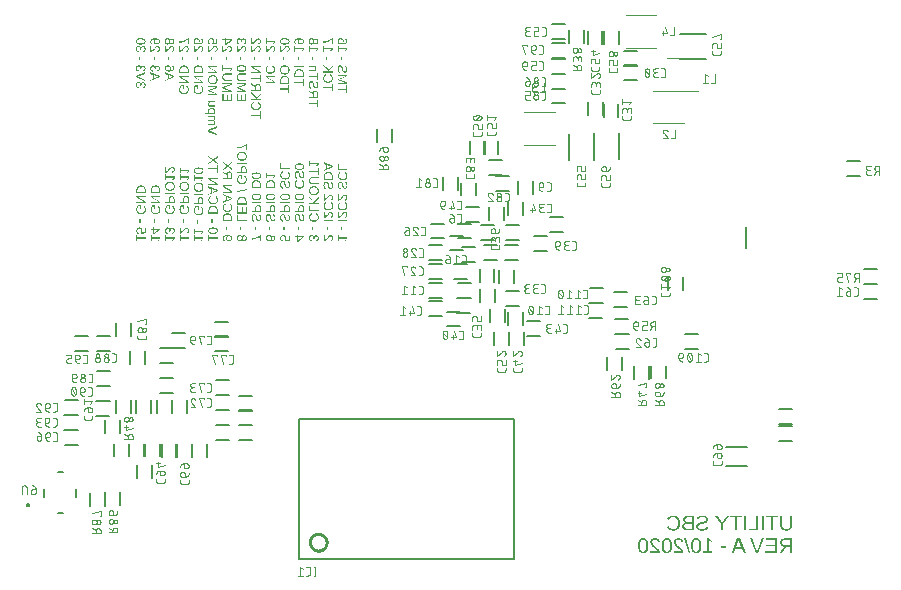
<source format=gbr>
G04 EAGLE Gerber RS-274X export*
G75*
%MOMM*%
%FSLAX34Y34*%
%LPD*%
%INSilkscreen Bottom*%
%IPPOS*%
%AMOC8*
5,1,8,0,0,1.08239X$1,22.5*%
G01*
G04 Define Apertures*
%ADD10C,0.127000*%
%ADD11C,0.076200*%
%ADD12C,0.203200*%
%ADD13C,0.270000*%
%ADD14C,0.120000*%
%ADD15C,0.152400*%
%ADD16C,0.050800*%
G36*
X187630Y342338D02*
X188064Y342387D01*
X188473Y342468D01*
X188856Y342581D01*
X189213Y342727D01*
X189544Y342905D01*
X189850Y343115D01*
X190129Y343358D01*
X190379Y343630D01*
X190596Y343927D01*
X190779Y344249D01*
X190929Y344597D01*
X191046Y344970D01*
X191129Y345369D01*
X191179Y345793D01*
X191196Y346242D01*
X191188Y346538D01*
X191166Y346824D01*
X191129Y347100D01*
X191076Y347366D01*
X191009Y347622D01*
X190927Y347868D01*
X190829Y348105D01*
X190717Y348331D01*
X190591Y348545D01*
X190451Y348747D01*
X190297Y348936D01*
X190130Y349111D01*
X189949Y349274D01*
X189755Y349423D01*
X189547Y349560D01*
X189326Y349683D01*
X189092Y349793D01*
X188849Y349888D01*
X188595Y349968D01*
X188330Y350034D01*
X188056Y350085D01*
X187771Y350121D01*
X187475Y350143D01*
X187170Y350151D01*
X186865Y350143D01*
X186570Y350121D01*
X186285Y350084D01*
X186009Y350032D01*
X185743Y349966D01*
X185486Y349885D01*
X185240Y349788D01*
X185002Y349678D01*
X184777Y349553D01*
X184565Y349415D01*
X184366Y349265D01*
X184181Y349101D01*
X184009Y348925D01*
X183851Y348736D01*
X183706Y348534D01*
X183574Y348320D01*
X183458Y348093D01*
X183356Y347857D01*
X183271Y347611D01*
X183201Y347355D01*
X183146Y347089D01*
X183107Y346813D01*
X183084Y346527D01*
X183076Y346231D01*
X183084Y345932D01*
X183107Y345644D01*
X183145Y345366D01*
X183199Y345099D01*
X183268Y344842D01*
X183353Y344595D01*
X183453Y344359D01*
X183569Y344134D01*
X183699Y343920D01*
X183843Y343719D01*
X184000Y343531D01*
X184171Y343356D01*
X184357Y343194D01*
X184555Y343045D01*
X184768Y342909D01*
X184994Y342787D01*
X185232Y342678D01*
X185480Y342583D01*
X185737Y342504D01*
X186004Y342438D01*
X186281Y342387D01*
X186567Y342351D01*
X186864Y342329D01*
X187170Y342322D01*
X187630Y342338D01*
G37*
G36*
X199822Y342338D02*
X200256Y342387D01*
X200665Y342468D01*
X201048Y342581D01*
X201405Y342727D01*
X201736Y342905D01*
X202042Y343115D01*
X202321Y343358D01*
X202571Y343630D01*
X202788Y343927D01*
X202971Y344249D01*
X203121Y344597D01*
X203238Y344970D01*
X203321Y345369D01*
X203371Y345793D01*
X203388Y346242D01*
X203380Y346538D01*
X203358Y346824D01*
X203321Y347100D01*
X203268Y347366D01*
X203201Y347622D01*
X203119Y347868D01*
X203021Y348105D01*
X202909Y348331D01*
X202783Y348545D01*
X202643Y348747D01*
X202489Y348936D01*
X202322Y349111D01*
X202141Y349274D01*
X201947Y349423D01*
X201739Y349560D01*
X201518Y349683D01*
X201284Y349793D01*
X201041Y349888D01*
X200787Y349968D01*
X200522Y350034D01*
X200248Y350085D01*
X199963Y350121D01*
X199667Y350143D01*
X199362Y350151D01*
X199057Y350143D01*
X198762Y350121D01*
X198477Y350084D01*
X198201Y350032D01*
X197935Y349966D01*
X197678Y349885D01*
X197432Y349788D01*
X197194Y349678D01*
X196969Y349553D01*
X196757Y349415D01*
X196558Y349265D01*
X196373Y349101D01*
X196201Y348925D01*
X196043Y348736D01*
X195898Y348534D01*
X195766Y348320D01*
X195650Y348093D01*
X195548Y347857D01*
X195463Y347611D01*
X195393Y347355D01*
X195338Y347089D01*
X195299Y346813D01*
X195276Y346527D01*
X195268Y346231D01*
X195276Y345932D01*
X195299Y345644D01*
X195337Y345366D01*
X195391Y345099D01*
X195460Y344842D01*
X195545Y344595D01*
X195645Y344359D01*
X195761Y344134D01*
X195891Y343920D01*
X196035Y343719D01*
X196192Y343531D01*
X196363Y343356D01*
X196549Y343194D01*
X196747Y343045D01*
X196960Y342909D01*
X197186Y342787D01*
X197424Y342678D01*
X197672Y342583D01*
X197929Y342504D01*
X198196Y342438D01*
X198473Y342387D01*
X198759Y342351D01*
X199056Y342329D01*
X199362Y342322D01*
X199822Y342338D01*
G37*
G36*
X212014Y341494D02*
X212448Y341543D01*
X212857Y341624D01*
X213240Y341737D01*
X213597Y341883D01*
X213928Y342061D01*
X214234Y342271D01*
X214513Y342514D01*
X214763Y342786D01*
X214980Y343083D01*
X215163Y343405D01*
X215313Y343753D01*
X215430Y344126D01*
X215513Y344525D01*
X215563Y344949D01*
X215580Y345398D01*
X215572Y345694D01*
X215550Y345980D01*
X215513Y346256D01*
X215460Y346522D01*
X215393Y346778D01*
X215311Y347025D01*
X215213Y347261D01*
X215101Y347487D01*
X214975Y347702D01*
X214835Y347903D01*
X214681Y348092D01*
X214514Y348267D01*
X214333Y348430D01*
X214139Y348579D01*
X213931Y348716D01*
X213710Y348839D01*
X213476Y348949D01*
X213233Y349044D01*
X212979Y349124D01*
X212714Y349190D01*
X212440Y349241D01*
X212155Y349278D01*
X211859Y349300D01*
X211554Y349307D01*
X211249Y349300D01*
X210954Y349277D01*
X210669Y349240D01*
X210393Y349189D01*
X210127Y349122D01*
X209870Y349041D01*
X209624Y348945D01*
X209386Y348834D01*
X209161Y348709D01*
X208949Y348571D01*
X208750Y348421D01*
X208565Y348258D01*
X208393Y348081D01*
X208235Y347892D01*
X208090Y347691D01*
X207958Y347476D01*
X207842Y347250D01*
X207740Y347013D01*
X207655Y346767D01*
X207585Y346511D01*
X207530Y346245D01*
X207491Y345969D01*
X207468Y345683D01*
X207460Y345387D01*
X207468Y345088D01*
X207491Y344800D01*
X207529Y344522D01*
X207583Y344255D01*
X207652Y343998D01*
X207737Y343752D01*
X207837Y343515D01*
X207953Y343290D01*
X208083Y343076D01*
X208227Y342875D01*
X208384Y342687D01*
X208555Y342512D01*
X208741Y342350D01*
X208939Y342201D01*
X209152Y342066D01*
X209378Y341943D01*
X209616Y341834D01*
X209864Y341740D01*
X210121Y341660D01*
X210388Y341594D01*
X210665Y341544D01*
X210951Y341507D01*
X211248Y341485D01*
X211554Y341478D01*
X212014Y341494D01*
G37*
G36*
X248590Y367838D02*
X249024Y367887D01*
X249433Y367968D01*
X249816Y368081D01*
X250173Y368227D01*
X250504Y368405D01*
X250810Y368615D01*
X251089Y368858D01*
X251339Y369130D01*
X251556Y369427D01*
X251739Y369749D01*
X251889Y370097D01*
X252006Y370470D01*
X252089Y370869D01*
X252139Y371293D01*
X252156Y371742D01*
X252148Y372038D01*
X252126Y372324D01*
X252089Y372600D01*
X252036Y372866D01*
X251969Y373122D01*
X251887Y373368D01*
X251789Y373605D01*
X251677Y373831D01*
X251551Y374045D01*
X251411Y374247D01*
X251257Y374436D01*
X251090Y374611D01*
X250909Y374774D01*
X250715Y374923D01*
X250507Y375060D01*
X250286Y375183D01*
X250052Y375293D01*
X249809Y375388D01*
X249555Y375468D01*
X249290Y375534D01*
X249016Y375585D01*
X248731Y375621D01*
X248435Y375643D01*
X248130Y375651D01*
X247825Y375643D01*
X247530Y375621D01*
X247245Y375584D01*
X246969Y375532D01*
X246703Y375466D01*
X246446Y375385D01*
X246200Y375288D01*
X245962Y375178D01*
X245737Y375053D01*
X245525Y374915D01*
X245326Y374765D01*
X245141Y374601D01*
X244969Y374425D01*
X244811Y374236D01*
X244666Y374034D01*
X244534Y373820D01*
X244418Y373593D01*
X244316Y373357D01*
X244231Y373111D01*
X244161Y372855D01*
X244106Y372589D01*
X244067Y372313D01*
X244044Y372027D01*
X244036Y371731D01*
X244044Y371432D01*
X244067Y371144D01*
X244105Y370866D01*
X244159Y370599D01*
X244228Y370342D01*
X244313Y370095D01*
X244413Y369859D01*
X244529Y369634D01*
X244659Y369420D01*
X244803Y369219D01*
X244960Y369031D01*
X245131Y368856D01*
X245317Y368694D01*
X245515Y368545D01*
X245728Y368409D01*
X245954Y368287D01*
X246192Y368178D01*
X246440Y368083D01*
X246697Y368004D01*
X246964Y367938D01*
X247241Y367887D01*
X247527Y367851D01*
X247824Y367829D01*
X248130Y367822D01*
X248590Y367838D01*
G37*
G36*
X309550Y338526D02*
X309984Y338574D01*
X310393Y338655D01*
X310776Y338768D01*
X311133Y338914D01*
X311464Y339092D01*
X311770Y339303D01*
X312049Y339545D01*
X312299Y339817D01*
X312516Y340114D01*
X312699Y340437D01*
X312849Y340784D01*
X312966Y341158D01*
X313049Y341556D01*
X313099Y341980D01*
X313116Y342429D01*
X313108Y342725D01*
X313086Y343011D01*
X313049Y343288D01*
X312996Y343554D01*
X312929Y343810D01*
X312847Y344056D01*
X312749Y344292D01*
X312637Y344518D01*
X312511Y344733D01*
X312371Y344935D01*
X312217Y345123D01*
X312050Y345299D01*
X311869Y345461D01*
X311675Y345611D01*
X311467Y345747D01*
X311246Y345871D01*
X311012Y345980D01*
X310769Y346075D01*
X310515Y346156D01*
X310250Y346221D01*
X309976Y346272D01*
X309691Y346309D01*
X309395Y346331D01*
X309090Y346338D01*
X308785Y346331D01*
X308490Y346309D01*
X308205Y346272D01*
X307929Y346220D01*
X307663Y346153D01*
X307406Y346072D01*
X307160Y345976D01*
X306922Y345865D01*
X306697Y345740D01*
X306485Y345603D01*
X306286Y345452D01*
X306101Y345289D01*
X305929Y345113D01*
X305771Y344924D01*
X305626Y344722D01*
X305494Y344507D01*
X305378Y344281D01*
X305276Y344045D01*
X305191Y343799D01*
X305121Y343542D01*
X305066Y343276D01*
X305027Y343000D01*
X305004Y342714D01*
X304996Y342418D01*
X305004Y342120D01*
X305027Y341831D01*
X305065Y341554D01*
X305119Y341286D01*
X305188Y341029D01*
X305273Y340783D01*
X305373Y340547D01*
X305489Y340321D01*
X305619Y340107D01*
X305763Y339906D01*
X305920Y339718D01*
X306091Y339543D01*
X306277Y339382D01*
X306475Y339233D01*
X306688Y339097D01*
X306914Y338974D01*
X307152Y338865D01*
X307400Y338771D01*
X307657Y338691D01*
X307924Y338626D01*
X308201Y338575D01*
X308487Y338538D01*
X308784Y338517D01*
X309090Y338509D01*
X309550Y338526D01*
G37*
G36*
X166694Y342767D02*
X166679Y343254D01*
X166632Y343712D01*
X166553Y344141D01*
X166443Y344543D01*
X166302Y344915D01*
X166129Y345259D01*
X165925Y345574D01*
X165689Y345861D01*
X165425Y346116D01*
X165134Y346337D01*
X164816Y346524D01*
X164472Y346678D01*
X164101Y346797D01*
X163704Y346882D01*
X163281Y346933D01*
X162830Y346950D01*
X162530Y346942D01*
X162239Y346920D01*
X161958Y346883D01*
X161686Y346831D01*
X161424Y346764D01*
X161171Y346682D01*
X160928Y346585D01*
X160694Y346474D01*
X160472Y346349D01*
X160263Y346211D01*
X160068Y346061D01*
X159885Y345898D01*
X159717Y345724D01*
X159562Y345536D01*
X159420Y345336D01*
X159291Y345124D01*
X159177Y344902D01*
X159078Y344671D01*
X158994Y344431D01*
X158926Y344183D01*
X158873Y343927D01*
X158834Y343663D01*
X158812Y343390D01*
X158804Y343108D01*
X158804Y340157D01*
X166694Y340157D01*
X166694Y342767D01*
G37*
G36*
X178886Y342767D02*
X178871Y343254D01*
X178824Y343712D01*
X178745Y344141D01*
X178635Y344543D01*
X178494Y344915D01*
X178321Y345259D01*
X178117Y345574D01*
X177881Y345861D01*
X177617Y346116D01*
X177326Y346337D01*
X177008Y346524D01*
X176664Y346678D01*
X176293Y346797D01*
X175896Y346882D01*
X175473Y346933D01*
X175022Y346950D01*
X174722Y346942D01*
X174431Y346920D01*
X174150Y346883D01*
X173878Y346831D01*
X173616Y346764D01*
X173363Y346682D01*
X173120Y346585D01*
X172886Y346474D01*
X172664Y346349D01*
X172455Y346211D01*
X172260Y346061D01*
X172077Y345898D01*
X171909Y345724D01*
X171754Y345536D01*
X171612Y345336D01*
X171483Y345124D01*
X171369Y344902D01*
X171270Y344671D01*
X171186Y344431D01*
X171118Y344183D01*
X171065Y343927D01*
X171026Y343663D01*
X171004Y343390D01*
X170996Y343108D01*
X170996Y340157D01*
X178886Y340157D01*
X178886Y342767D01*
G37*
G36*
X227654Y325579D02*
X227639Y326066D01*
X227592Y326524D01*
X227513Y326954D01*
X227403Y327355D01*
X227262Y327727D01*
X227089Y328071D01*
X226885Y328387D01*
X226649Y328673D01*
X226385Y328928D01*
X226094Y329150D01*
X225776Y329337D01*
X225432Y329490D01*
X225061Y329609D01*
X224664Y329694D01*
X224241Y329745D01*
X223790Y329762D01*
X223490Y329755D01*
X223199Y329733D01*
X222918Y329695D01*
X222646Y329643D01*
X222384Y329576D01*
X222131Y329495D01*
X221888Y329398D01*
X221654Y329286D01*
X221432Y329161D01*
X221223Y329023D01*
X221028Y328873D01*
X220845Y328711D01*
X220677Y328536D01*
X220522Y328349D01*
X220380Y328149D01*
X220251Y327937D01*
X220137Y327714D01*
X220038Y327483D01*
X219954Y327244D01*
X219886Y326996D01*
X219833Y326740D01*
X219794Y326475D01*
X219772Y326202D01*
X219764Y325921D01*
X219764Y322970D01*
X227654Y322970D01*
X227654Y325579D01*
G37*
G36*
X239846Y319204D02*
X239831Y319691D01*
X239784Y320149D01*
X239705Y320579D01*
X239595Y320980D01*
X239454Y321352D01*
X239281Y321696D01*
X239077Y322012D01*
X238841Y322298D01*
X238577Y322553D01*
X238286Y322775D01*
X237968Y322962D01*
X237624Y323115D01*
X237253Y323234D01*
X236856Y323319D01*
X236433Y323370D01*
X235982Y323387D01*
X235682Y323380D01*
X235391Y323358D01*
X235110Y323320D01*
X234838Y323268D01*
X234576Y323201D01*
X234323Y323120D01*
X234080Y323023D01*
X233846Y322911D01*
X233624Y322786D01*
X233415Y322648D01*
X233220Y322498D01*
X233037Y322336D01*
X232869Y322161D01*
X232714Y321974D01*
X232572Y321774D01*
X232443Y321562D01*
X232329Y321339D01*
X232230Y321108D01*
X232146Y320869D01*
X232078Y320621D01*
X232025Y320365D01*
X231986Y320100D01*
X231964Y319827D01*
X231956Y319546D01*
X231956Y316595D01*
X239846Y316595D01*
X239846Y319204D01*
G37*
G36*
X252038Y333235D02*
X252023Y333722D01*
X251976Y334181D01*
X251897Y334610D01*
X251787Y335011D01*
X251646Y335384D01*
X251473Y335728D01*
X251269Y336043D01*
X251033Y336329D01*
X250769Y336585D01*
X250478Y336806D01*
X250160Y336993D01*
X249816Y337146D01*
X249445Y337265D01*
X249048Y337350D01*
X248625Y337402D01*
X248174Y337419D01*
X247874Y337411D01*
X247583Y337389D01*
X247302Y337352D01*
X247030Y337300D01*
X246768Y337233D01*
X246515Y337151D01*
X246272Y337054D01*
X246038Y336943D01*
X245816Y336817D01*
X245607Y336680D01*
X245412Y336530D01*
X245229Y336367D01*
X245061Y336192D01*
X244906Y336005D01*
X244764Y335805D01*
X244635Y335593D01*
X244521Y335370D01*
X244422Y335139D01*
X244338Y334900D01*
X244270Y334652D01*
X244217Y334396D01*
X244178Y334131D01*
X244156Y333858D01*
X244148Y333577D01*
X244148Y330626D01*
X252038Y330626D01*
X252038Y333235D01*
G37*
G36*
X264230Y347267D02*
X264215Y347754D01*
X264168Y348212D01*
X264089Y348641D01*
X263979Y349043D01*
X263838Y349415D01*
X263665Y349759D01*
X263461Y350074D01*
X263225Y350361D01*
X262961Y350616D01*
X262670Y350837D01*
X262352Y351024D01*
X262008Y351178D01*
X261637Y351297D01*
X261240Y351382D01*
X260817Y351433D01*
X260366Y351450D01*
X260066Y351442D01*
X259775Y351420D01*
X259494Y351383D01*
X259222Y351331D01*
X258960Y351264D01*
X258707Y351182D01*
X258464Y351085D01*
X258230Y350974D01*
X258008Y350849D01*
X257799Y350711D01*
X257604Y350561D01*
X257421Y350398D01*
X257253Y350224D01*
X257098Y350036D01*
X256956Y349836D01*
X256827Y349624D01*
X256713Y349402D01*
X256614Y349171D01*
X256530Y348931D01*
X256462Y348683D01*
X256409Y348427D01*
X256370Y348163D01*
X256348Y347890D01*
X256340Y347608D01*
X256340Y344657D01*
X264230Y344657D01*
X264230Y347267D01*
G37*
G36*
X276422Y347267D02*
X276407Y347754D01*
X276360Y348212D01*
X276281Y348641D01*
X276171Y349043D01*
X276030Y349415D01*
X275857Y349759D01*
X275653Y350074D01*
X275417Y350361D01*
X275153Y350616D01*
X274862Y350837D01*
X274544Y351024D01*
X274200Y351178D01*
X273829Y351297D01*
X273432Y351382D01*
X273009Y351433D01*
X272558Y351450D01*
X272258Y351442D01*
X271967Y351420D01*
X271686Y351383D01*
X271414Y351331D01*
X271152Y351264D01*
X270899Y351182D01*
X270656Y351085D01*
X270422Y350974D01*
X270200Y350849D01*
X269991Y350711D01*
X269796Y350561D01*
X269613Y350398D01*
X269445Y350224D01*
X269290Y350036D01*
X269148Y349836D01*
X269019Y349624D01*
X268905Y349402D01*
X268806Y349171D01*
X268722Y348931D01*
X268654Y348683D01*
X268601Y348427D01*
X268562Y348163D01*
X268540Y347890D01*
X268532Y347608D01*
X268532Y344657D01*
X276422Y344657D01*
X276422Y347267D01*
G37*
G36*
X325190Y354267D02*
X325175Y354754D01*
X325128Y355212D01*
X325049Y355641D01*
X324939Y356043D01*
X324798Y356415D01*
X324625Y356759D01*
X324421Y357074D01*
X324185Y357361D01*
X323921Y357616D01*
X323630Y357837D01*
X323312Y358024D01*
X322968Y358178D01*
X322597Y358297D01*
X322200Y358382D01*
X321777Y358433D01*
X321326Y358450D01*
X321026Y358442D01*
X320735Y358420D01*
X320454Y358383D01*
X320182Y358331D01*
X319920Y358264D01*
X319667Y358182D01*
X319424Y358085D01*
X319190Y357974D01*
X318968Y357849D01*
X318759Y357711D01*
X318564Y357561D01*
X318381Y357398D01*
X318213Y357224D01*
X318058Y357036D01*
X317916Y356836D01*
X317787Y356624D01*
X317673Y356402D01*
X317574Y356171D01*
X317490Y355931D01*
X317422Y355683D01*
X317369Y355427D01*
X317330Y355163D01*
X317308Y354890D01*
X317300Y354608D01*
X317300Y351657D01*
X325190Y351657D01*
X325190Y354267D01*
G37*
G36*
X212012Y356675D02*
X212473Y356706D01*
X212901Y356758D01*
X213298Y356830D01*
X213663Y356923D01*
X213996Y357038D01*
X214297Y357172D01*
X214566Y357328D01*
X214804Y357506D01*
X215010Y357708D01*
X215184Y357934D01*
X215327Y358184D01*
X215437Y358458D01*
X215517Y358756D01*
X215564Y359079D01*
X215580Y359425D01*
X215564Y359762D01*
X215516Y360077D01*
X215436Y360368D01*
X215324Y360637D01*
X215180Y360883D01*
X215004Y361106D01*
X214795Y361306D01*
X214555Y361483D01*
X214284Y361639D01*
X213981Y361773D01*
X213648Y361887D01*
X213284Y361981D01*
X212889Y362053D01*
X212464Y362105D01*
X212007Y362136D01*
X211520Y362147D01*
X211040Y362136D01*
X210590Y362103D01*
X210169Y362049D01*
X209777Y361972D01*
X209414Y361874D01*
X209081Y361754D01*
X208777Y361613D01*
X208502Y361449D01*
X208257Y361265D01*
X208046Y361059D01*
X207867Y360833D01*
X207720Y360586D01*
X207606Y360319D01*
X207525Y360030D01*
X207476Y359721D01*
X207460Y359391D01*
X207476Y359062D01*
X207525Y358753D01*
X207606Y358466D01*
X207719Y358200D01*
X207865Y357955D01*
X208043Y357731D01*
X208253Y357529D01*
X208496Y357347D01*
X208770Y357187D01*
X209073Y357049D01*
X209407Y356931D01*
X209770Y356835D01*
X210163Y356760D01*
X210585Y356707D01*
X211038Y356675D01*
X211520Y356664D01*
X212012Y356675D01*
G37*
G36*
X224204Y305925D02*
X224665Y305956D01*
X225093Y306008D01*
X225490Y306080D01*
X225855Y306173D01*
X226188Y306288D01*
X226489Y306422D01*
X226758Y306578D01*
X226996Y306756D01*
X227202Y306958D01*
X227376Y307184D01*
X227519Y307434D01*
X227629Y307708D01*
X227709Y308006D01*
X227756Y308329D01*
X227772Y308675D01*
X227756Y309012D01*
X227708Y309327D01*
X227628Y309618D01*
X227516Y309887D01*
X227372Y310133D01*
X227196Y310356D01*
X226987Y310556D01*
X226747Y310733D01*
X226476Y310889D01*
X226173Y311023D01*
X225840Y311137D01*
X225476Y311231D01*
X225081Y311303D01*
X224656Y311355D01*
X224199Y311386D01*
X223712Y311397D01*
X223232Y311386D01*
X222782Y311353D01*
X222361Y311299D01*
X221969Y311222D01*
X221606Y311124D01*
X221273Y311004D01*
X220969Y310863D01*
X220694Y310699D01*
X220449Y310515D01*
X220238Y310309D01*
X220059Y310083D01*
X219912Y309836D01*
X219798Y309569D01*
X219717Y309280D01*
X219668Y308971D01*
X219652Y308641D01*
X219668Y308312D01*
X219717Y308003D01*
X219798Y307716D01*
X219911Y307450D01*
X220057Y307205D01*
X220235Y306981D01*
X220445Y306779D01*
X220688Y306597D01*
X220962Y306437D01*
X221265Y306299D01*
X221599Y306181D01*
X221962Y306085D01*
X222355Y306010D01*
X222777Y305957D01*
X223230Y305925D01*
X223712Y305914D01*
X224204Y305925D01*
G37*
G36*
X260780Y334612D02*
X261241Y334643D01*
X261669Y334695D01*
X262066Y334768D01*
X262431Y334861D01*
X262764Y334975D01*
X263065Y335110D01*
X263334Y335265D01*
X263572Y335443D01*
X263778Y335645D01*
X263952Y335871D01*
X264095Y336121D01*
X264205Y336396D01*
X264285Y336694D01*
X264332Y337016D01*
X264348Y337363D01*
X264332Y337700D01*
X264284Y338014D01*
X264204Y338306D01*
X264092Y338574D01*
X263948Y338820D01*
X263772Y339043D01*
X263563Y339243D01*
X263323Y339421D01*
X263052Y339576D01*
X262749Y339711D01*
X262416Y339825D01*
X262052Y339918D01*
X261657Y339991D01*
X261232Y340043D01*
X260775Y340074D01*
X260288Y340084D01*
X259808Y340073D01*
X259358Y340041D01*
X258937Y339986D01*
X258545Y339910D01*
X258182Y339812D01*
X257849Y339692D01*
X257545Y339550D01*
X257270Y339387D01*
X257025Y339202D01*
X256814Y338997D01*
X256635Y338771D01*
X256488Y338524D01*
X256374Y338256D01*
X256293Y337968D01*
X256244Y337659D01*
X256228Y337329D01*
X256244Y336999D01*
X256293Y336691D01*
X256374Y336404D01*
X256487Y336138D01*
X256633Y335893D01*
X256811Y335669D01*
X257021Y335466D01*
X257264Y335285D01*
X257538Y335125D01*
X257841Y334986D01*
X258175Y334869D01*
X258538Y334773D01*
X258931Y334698D01*
X259353Y334644D01*
X259806Y334612D01*
X260288Y334602D01*
X260780Y334612D01*
G37*
G36*
X260780Y352456D02*
X261241Y352487D01*
X261669Y352539D01*
X262066Y352611D01*
X262431Y352705D01*
X262764Y352819D01*
X263065Y352954D01*
X263334Y353109D01*
X263572Y353287D01*
X263778Y353489D01*
X263952Y353715D01*
X264095Y353965D01*
X264205Y354239D01*
X264285Y354538D01*
X264332Y354860D01*
X264348Y355206D01*
X264332Y355543D01*
X264284Y355858D01*
X264204Y356149D01*
X264092Y356418D01*
X263948Y356664D01*
X263772Y356887D01*
X263563Y357087D01*
X263323Y357264D01*
X263052Y357420D01*
X262749Y357555D01*
X262416Y357669D01*
X262052Y357762D01*
X261657Y357835D01*
X261232Y357886D01*
X260775Y357918D01*
X260288Y357928D01*
X259808Y357917D01*
X259358Y357884D01*
X258937Y357830D01*
X258545Y357754D01*
X258182Y357656D01*
X257849Y357536D01*
X257545Y357394D01*
X257270Y357231D01*
X257025Y357046D01*
X256814Y356841D01*
X256635Y356614D01*
X256488Y356368D01*
X256374Y356100D01*
X256293Y355812D01*
X256244Y355503D01*
X256228Y355173D01*
X256244Y354843D01*
X256293Y354535D01*
X256374Y354247D01*
X256487Y353981D01*
X256633Y353736D01*
X256811Y353513D01*
X257021Y353310D01*
X257264Y353129D01*
X257538Y352969D01*
X257841Y352830D01*
X258175Y352712D01*
X258538Y352616D01*
X258931Y352542D01*
X259353Y352488D01*
X259806Y352456D01*
X260288Y352445D01*
X260780Y352456D01*
G37*
G36*
X272972Y334612D02*
X273433Y334643D01*
X273861Y334695D01*
X274258Y334768D01*
X274623Y334861D01*
X274956Y334975D01*
X275257Y335110D01*
X275526Y335265D01*
X275764Y335443D01*
X275970Y335645D01*
X276144Y335871D01*
X276287Y336121D01*
X276397Y336396D01*
X276477Y336694D01*
X276524Y337016D01*
X276540Y337363D01*
X276524Y337700D01*
X276476Y338014D01*
X276396Y338306D01*
X276284Y338574D01*
X276140Y338820D01*
X275964Y339043D01*
X275755Y339243D01*
X275515Y339421D01*
X275244Y339576D01*
X274941Y339711D01*
X274608Y339825D01*
X274244Y339918D01*
X273849Y339991D01*
X273424Y340043D01*
X272967Y340074D01*
X272480Y340084D01*
X272000Y340073D01*
X271550Y340041D01*
X271129Y339986D01*
X270737Y339910D01*
X270374Y339812D01*
X270041Y339692D01*
X269737Y339550D01*
X269462Y339387D01*
X269217Y339202D01*
X269006Y338997D01*
X268827Y338771D01*
X268680Y338524D01*
X268566Y338256D01*
X268485Y337968D01*
X268436Y337659D01*
X268420Y337329D01*
X268436Y336999D01*
X268485Y336691D01*
X268566Y336404D01*
X268679Y336138D01*
X268825Y335893D01*
X269003Y335669D01*
X269213Y335466D01*
X269456Y335285D01*
X269730Y335125D01*
X270033Y334986D01*
X270367Y334869D01*
X270730Y334773D01*
X271123Y334698D01*
X271545Y334644D01*
X271998Y334612D01*
X272480Y334602D01*
X272972Y334612D01*
G37*
G36*
X285164Y334612D02*
X285625Y334643D01*
X286053Y334695D01*
X286450Y334768D01*
X286815Y334861D01*
X287148Y334975D01*
X287449Y335110D01*
X287718Y335265D01*
X287956Y335443D01*
X288162Y335645D01*
X288336Y335871D01*
X288479Y336121D01*
X288589Y336396D01*
X288669Y336694D01*
X288716Y337016D01*
X288732Y337363D01*
X288716Y337700D01*
X288668Y338014D01*
X288588Y338306D01*
X288476Y338574D01*
X288332Y338820D01*
X288156Y339043D01*
X287947Y339243D01*
X287707Y339421D01*
X287436Y339576D01*
X287133Y339711D01*
X286800Y339825D01*
X286436Y339918D01*
X286041Y339991D01*
X285616Y340043D01*
X285159Y340074D01*
X284672Y340084D01*
X284192Y340073D01*
X283742Y340041D01*
X283321Y339986D01*
X282929Y339910D01*
X282566Y339812D01*
X282233Y339692D01*
X281929Y339550D01*
X281654Y339387D01*
X281409Y339202D01*
X281198Y338997D01*
X281019Y338771D01*
X280872Y338524D01*
X280758Y338256D01*
X280677Y337968D01*
X280628Y337659D01*
X280612Y337329D01*
X280628Y336999D01*
X280677Y336691D01*
X280758Y336404D01*
X280871Y336138D01*
X281017Y335893D01*
X281195Y335669D01*
X281405Y335466D01*
X281648Y335285D01*
X281922Y335125D01*
X282225Y334986D01*
X282559Y334869D01*
X282922Y334773D01*
X283315Y334698D01*
X283737Y334644D01*
X284190Y334612D01*
X284672Y334602D01*
X285164Y334612D01*
G37*
G36*
X297356Y334612D02*
X297817Y334643D01*
X298245Y334695D01*
X298642Y334768D01*
X299007Y334861D01*
X299340Y334975D01*
X299641Y335110D01*
X299910Y335265D01*
X300148Y335443D01*
X300354Y335645D01*
X300528Y335871D01*
X300671Y336121D01*
X300781Y336396D01*
X300861Y336694D01*
X300908Y337016D01*
X300924Y337363D01*
X300908Y337700D01*
X300860Y338014D01*
X300780Y338306D01*
X300668Y338574D01*
X300524Y338820D01*
X300348Y339043D01*
X300139Y339243D01*
X299899Y339421D01*
X299628Y339576D01*
X299325Y339711D01*
X298992Y339825D01*
X298628Y339918D01*
X298233Y339991D01*
X297808Y340043D01*
X297351Y340074D01*
X296864Y340084D01*
X296384Y340073D01*
X295934Y340041D01*
X295513Y339986D01*
X295121Y339910D01*
X294758Y339812D01*
X294425Y339692D01*
X294121Y339550D01*
X293846Y339387D01*
X293601Y339202D01*
X293390Y338997D01*
X293211Y338771D01*
X293064Y338524D01*
X292950Y338256D01*
X292869Y337968D01*
X292820Y337659D01*
X292804Y337329D01*
X292820Y336999D01*
X292869Y336691D01*
X292950Y336404D01*
X293063Y336138D01*
X293209Y335893D01*
X293387Y335669D01*
X293597Y335466D01*
X293840Y335285D01*
X294114Y335125D01*
X294417Y334986D01*
X294751Y334869D01*
X295114Y334773D01*
X295507Y334698D01*
X295929Y334644D01*
X296382Y334612D01*
X296864Y334602D01*
X297356Y334612D01*
G37*
G36*
X297356Y360112D02*
X297817Y360143D01*
X298245Y360195D01*
X298642Y360268D01*
X299007Y360361D01*
X299340Y360475D01*
X299641Y360610D01*
X299910Y360765D01*
X300148Y360943D01*
X300354Y361145D01*
X300528Y361371D01*
X300671Y361621D01*
X300781Y361896D01*
X300861Y362194D01*
X300908Y362516D01*
X300924Y362863D01*
X300908Y363200D01*
X300860Y363514D01*
X300780Y363806D01*
X300668Y364074D01*
X300524Y364320D01*
X300348Y364543D01*
X300139Y364743D01*
X299899Y364921D01*
X299628Y365076D01*
X299325Y365211D01*
X298992Y365325D01*
X298628Y365418D01*
X298233Y365491D01*
X297808Y365543D01*
X297351Y365574D01*
X296864Y365584D01*
X296384Y365573D01*
X295934Y365541D01*
X295513Y365486D01*
X295121Y365410D01*
X294758Y365312D01*
X294425Y365192D01*
X294121Y365050D01*
X293846Y364887D01*
X293601Y364702D01*
X293390Y364497D01*
X293211Y364271D01*
X293064Y364024D01*
X292950Y363756D01*
X292869Y363468D01*
X292820Y363159D01*
X292804Y362829D01*
X292820Y362499D01*
X292869Y362191D01*
X292950Y361904D01*
X293063Y361638D01*
X293209Y361393D01*
X293387Y361169D01*
X293597Y360966D01*
X293840Y360785D01*
X294114Y360625D01*
X294417Y360486D01*
X294751Y360369D01*
X295114Y360273D01*
X295507Y360198D01*
X295929Y360144D01*
X296382Y360112D01*
X296864Y360102D01*
X297356Y360112D01*
G37*
G36*
X246527Y299597D02*
X246709Y299617D01*
X246883Y299652D01*
X247049Y299700D01*
X247207Y299762D01*
X247358Y299838D01*
X247637Y300032D01*
X247874Y300269D01*
X248060Y300536D01*
X248193Y300834D01*
X248241Y300995D01*
X248275Y301163D01*
X248298Y301163D01*
X248395Y300858D01*
X248537Y300587D01*
X248723Y300350D01*
X248953Y300147D01*
X249216Y299984D01*
X249500Y299868D01*
X249806Y299798D01*
X250134Y299774D01*
X250354Y299785D01*
X250564Y299817D01*
X250763Y299869D01*
X250951Y299943D01*
X251128Y300038D01*
X251295Y300154D01*
X251451Y300291D01*
X251596Y300449D01*
X251727Y300625D01*
X251841Y300816D01*
X251937Y301020D01*
X252016Y301240D01*
X252077Y301473D01*
X252121Y301721D01*
X252147Y301984D01*
X252156Y302261D01*
X252147Y302544D01*
X252122Y302813D01*
X252079Y303066D01*
X252019Y303303D01*
X251942Y303525D01*
X251847Y303732D01*
X251736Y303924D01*
X251607Y304100D01*
X251464Y304259D01*
X251309Y304396D01*
X251141Y304512D01*
X250962Y304607D01*
X250770Y304680D01*
X250567Y304733D01*
X250351Y304765D01*
X250123Y304775D01*
X249795Y304752D01*
X249489Y304681D01*
X249204Y304564D01*
X248942Y304400D01*
X248713Y304195D01*
X248704Y304184D01*
X248531Y303956D01*
X248397Y303683D01*
X248309Y303375D01*
X248286Y303375D01*
X248249Y303559D01*
X248200Y303732D01*
X248138Y303895D01*
X248064Y304047D01*
X247880Y304320D01*
X247666Y304531D01*
X247645Y304551D01*
X247370Y304735D01*
X247062Y304866D01*
X246896Y304912D01*
X246722Y304945D01*
X246539Y304965D01*
X246349Y304971D01*
X246083Y304960D01*
X245833Y304928D01*
X245598Y304874D01*
X245377Y304798D01*
X245172Y304700D01*
X244982Y304581D01*
X244807Y304440D01*
X244646Y304277D01*
X244503Y304094D01*
X244379Y303892D01*
X244274Y303671D01*
X244189Y303431D01*
X244122Y303173D01*
X244074Y302895D01*
X244046Y302599D01*
X244036Y302283D01*
X244045Y301975D01*
X244073Y301685D01*
X244120Y301412D01*
X244186Y301156D01*
X244270Y300917D01*
X244373Y300695D01*
X244495Y300491D01*
X244635Y300304D01*
X244793Y300136D01*
X244966Y299991D01*
X245155Y299869D01*
X245360Y299768D01*
X245581Y299690D01*
X245817Y299634D01*
X246070Y299601D01*
X246338Y299590D01*
X246527Y299597D01*
G37*
G36*
X239846Y355995D02*
X239837Y356319D01*
X239809Y356623D01*
X239762Y356909D01*
X239697Y357176D01*
X239613Y357423D01*
X239511Y357652D01*
X239390Y357862D01*
X239250Y358053D01*
X239094Y358223D01*
X238923Y358370D01*
X238737Y358495D01*
X238537Y358597D01*
X238322Y358676D01*
X238092Y358733D01*
X237848Y358767D01*
X237590Y358778D01*
X237374Y358770D01*
X237167Y358746D01*
X236970Y358706D01*
X236780Y358650D01*
X236600Y358578D01*
X236428Y358490D01*
X236265Y358386D01*
X236111Y358266D01*
X235968Y358131D01*
X235839Y357985D01*
X235724Y357827D01*
X235682Y357756D01*
X235623Y357656D01*
X235535Y357473D01*
X235461Y357278D01*
X235401Y357071D01*
X235355Y356852D01*
X233908Y357805D01*
X231956Y359092D01*
X231956Y357860D01*
X235232Y355810D01*
X235232Y353352D01*
X231956Y353352D01*
X231956Y352282D01*
X239846Y352282D01*
X239846Y355995D01*
G37*
G36*
X191078Y335197D02*
X191069Y335519D01*
X191040Y335823D01*
X190991Y336108D01*
X190923Y336374D01*
X190836Y336622D01*
X190729Y336850D01*
X190602Y337060D01*
X190457Y337252D01*
X190293Y337422D01*
X190114Y337570D01*
X189919Y337695D01*
X189708Y337798D01*
X189481Y337877D01*
X189238Y337934D01*
X188979Y337968D01*
X188704Y337980D01*
X188431Y337968D01*
X188173Y337934D01*
X187929Y337877D01*
X187699Y337797D01*
X187483Y337694D01*
X187282Y337569D01*
X187096Y337420D01*
X186923Y337249D01*
X186768Y337058D01*
X186634Y336851D01*
X186521Y336627D01*
X186428Y336387D01*
X186355Y336131D01*
X186304Y335858D01*
X186273Y335569D01*
X186262Y335264D01*
X186262Y332945D01*
X183188Y332945D01*
X183188Y331876D01*
X191078Y331876D01*
X191078Y335197D01*
G37*
G36*
X203270Y335197D02*
X203261Y335519D01*
X203232Y335823D01*
X203183Y336108D01*
X203115Y336374D01*
X203028Y336622D01*
X202921Y336850D01*
X202794Y337060D01*
X202649Y337252D01*
X202485Y337422D01*
X202306Y337570D01*
X202111Y337695D01*
X201900Y337798D01*
X201673Y337877D01*
X201430Y337934D01*
X201171Y337968D01*
X200896Y337980D01*
X200623Y337968D01*
X200365Y337934D01*
X200121Y337877D01*
X199891Y337797D01*
X199675Y337694D01*
X199474Y337569D01*
X199288Y337420D01*
X199115Y337249D01*
X198960Y337058D01*
X198826Y336851D01*
X198713Y336627D01*
X198620Y336387D01*
X198547Y336131D01*
X198496Y335858D01*
X198465Y335569D01*
X198454Y335264D01*
X198454Y332945D01*
X195380Y332945D01*
X195380Y331876D01*
X203270Y331876D01*
X203270Y335197D01*
G37*
G36*
X215462Y334353D02*
X215453Y334675D01*
X215424Y334979D01*
X215375Y335264D01*
X215307Y335530D01*
X215220Y335778D01*
X215113Y336007D01*
X214986Y336217D01*
X214841Y336408D01*
X214677Y336579D01*
X214498Y336727D01*
X214303Y336852D01*
X214092Y336954D01*
X213865Y337034D01*
X213622Y337091D01*
X213363Y337125D01*
X213088Y337136D01*
X212815Y337125D01*
X212557Y337090D01*
X212313Y337033D01*
X212083Y336953D01*
X211867Y336851D01*
X211666Y336725D01*
X211480Y336577D01*
X211307Y336405D01*
X211152Y336214D01*
X211018Y336007D01*
X210905Y335783D01*
X210812Y335544D01*
X210739Y335287D01*
X210688Y335015D01*
X210657Y334725D01*
X210646Y334420D01*
X210646Y332102D01*
X207572Y332102D01*
X207572Y331032D01*
X215462Y331032D01*
X215462Y334353D01*
G37*
G36*
X252038Y360697D02*
X252029Y361019D01*
X252000Y361323D01*
X251951Y361608D01*
X251883Y361874D01*
X251796Y362122D01*
X251689Y362350D01*
X251562Y362560D01*
X251417Y362752D01*
X251253Y362922D01*
X251074Y363070D01*
X250879Y363195D01*
X250668Y363298D01*
X250441Y363377D01*
X250198Y363434D01*
X249939Y363468D01*
X249664Y363480D01*
X249391Y363468D01*
X249133Y363434D01*
X248889Y363377D01*
X248659Y363297D01*
X248443Y363194D01*
X248242Y363069D01*
X248056Y362920D01*
X247883Y362749D01*
X247728Y362558D01*
X247594Y362351D01*
X247481Y362127D01*
X247388Y361887D01*
X247315Y361631D01*
X247264Y361358D01*
X247233Y361069D01*
X247222Y360764D01*
X247222Y358445D01*
X244148Y358445D01*
X244148Y357376D01*
X252038Y357376D01*
X252038Y360697D01*
G37*
G36*
X264230Y327572D02*
X264221Y327894D01*
X264192Y328198D01*
X264143Y328483D01*
X264075Y328749D01*
X263988Y328997D01*
X263881Y329225D01*
X263754Y329435D01*
X263609Y329627D01*
X263445Y329797D01*
X263266Y329945D01*
X263071Y330070D01*
X262860Y330173D01*
X262633Y330252D01*
X262390Y330309D01*
X262131Y330343D01*
X261856Y330355D01*
X261583Y330343D01*
X261325Y330309D01*
X261081Y330252D01*
X260851Y330172D01*
X260635Y330069D01*
X260434Y329944D01*
X260248Y329795D01*
X260075Y329624D01*
X259920Y329433D01*
X259786Y329226D01*
X259673Y329002D01*
X259580Y328762D01*
X259507Y328506D01*
X259456Y328233D01*
X259425Y327944D01*
X259414Y327639D01*
X259414Y325320D01*
X256340Y325320D01*
X256340Y324251D01*
X264230Y324251D01*
X264230Y327572D01*
G37*
G36*
X276422Y327572D02*
X276413Y327894D01*
X276384Y328198D01*
X276335Y328483D01*
X276267Y328749D01*
X276180Y328997D01*
X276073Y329225D01*
X275946Y329435D01*
X275801Y329627D01*
X275637Y329797D01*
X275458Y329945D01*
X275263Y330070D01*
X275052Y330173D01*
X274825Y330252D01*
X274582Y330309D01*
X274323Y330343D01*
X274048Y330355D01*
X273775Y330343D01*
X273517Y330309D01*
X273273Y330252D01*
X273043Y330172D01*
X272827Y330069D01*
X272626Y329944D01*
X272440Y329795D01*
X272267Y329624D01*
X272112Y329433D01*
X271978Y329226D01*
X271865Y329002D01*
X271772Y328762D01*
X271699Y328506D01*
X271648Y328233D01*
X271617Y327944D01*
X271606Y327639D01*
X271606Y325320D01*
X268532Y325320D01*
X268532Y324251D01*
X276422Y324251D01*
X276422Y327572D01*
G37*
G36*
X288614Y327572D02*
X288605Y327894D01*
X288576Y328198D01*
X288527Y328483D01*
X288459Y328749D01*
X288372Y328997D01*
X288265Y329225D01*
X288138Y329435D01*
X287993Y329627D01*
X287829Y329797D01*
X287650Y329945D01*
X287455Y330070D01*
X287244Y330173D01*
X287017Y330252D01*
X286774Y330309D01*
X286515Y330343D01*
X286240Y330355D01*
X285967Y330343D01*
X285709Y330309D01*
X285465Y330252D01*
X285235Y330172D01*
X285019Y330069D01*
X284818Y329944D01*
X284632Y329795D01*
X284459Y329624D01*
X284304Y329433D01*
X284170Y329226D01*
X284057Y329002D01*
X283964Y328762D01*
X283891Y328506D01*
X283840Y328233D01*
X283809Y327944D01*
X283798Y327639D01*
X283798Y325320D01*
X280724Y325320D01*
X280724Y324251D01*
X288614Y324251D01*
X288614Y327572D01*
G37*
G36*
X300806Y327572D02*
X300797Y327894D01*
X300768Y328198D01*
X300719Y328483D01*
X300651Y328749D01*
X300564Y328997D01*
X300457Y329225D01*
X300330Y329435D01*
X300185Y329627D01*
X300021Y329797D01*
X299842Y329945D01*
X299647Y330070D01*
X299436Y330173D01*
X299209Y330252D01*
X298966Y330309D01*
X298707Y330343D01*
X298432Y330355D01*
X298159Y330343D01*
X297901Y330309D01*
X297657Y330252D01*
X297427Y330172D01*
X297211Y330069D01*
X297010Y329944D01*
X296824Y329795D01*
X296651Y329624D01*
X296496Y329433D01*
X296362Y329226D01*
X296249Y329002D01*
X296156Y328762D01*
X296083Y328506D01*
X296032Y328233D01*
X296001Y327944D01*
X295990Y327639D01*
X295990Y325320D01*
X292916Y325320D01*
X292916Y324251D01*
X300806Y324251D01*
X300806Y327572D01*
G37*
%LPC*%
G36*
X186808Y343420D02*
X186466Y343455D01*
X186143Y343513D01*
X185839Y343595D01*
X185554Y343700D01*
X185289Y343829D01*
X185042Y343981D01*
X184815Y344156D01*
X184611Y344352D01*
X184434Y344566D01*
X184284Y344798D01*
X184162Y345048D01*
X184066Y345317D01*
X183998Y345603D01*
X183958Y345908D01*
X183944Y346231D01*
X183957Y346562D01*
X183997Y346874D01*
X184063Y347166D01*
X184155Y347438D01*
X184273Y347690D01*
X184418Y347923D01*
X184589Y348135D01*
X184787Y348328D01*
X185008Y348499D01*
X185252Y348648D01*
X185517Y348773D01*
X185804Y348876D01*
X186113Y348956D01*
X186443Y349013D01*
X186795Y349047D01*
X187170Y349059D01*
X187528Y349047D01*
X187866Y349013D01*
X188185Y348955D01*
X188484Y348875D01*
X188763Y348771D01*
X189023Y348644D01*
X189262Y348495D01*
X189482Y348322D01*
X189679Y348129D01*
X189850Y347916D01*
X189994Y347685D01*
X190112Y347434D01*
X190204Y347164D01*
X190270Y346876D01*
X190309Y346568D01*
X190322Y346242D01*
X190309Y345913D01*
X190271Y345603D01*
X190206Y345312D01*
X190115Y345041D01*
X189999Y344789D01*
X189856Y344556D01*
X189688Y344342D01*
X189494Y344148D01*
X189276Y343974D01*
X189038Y343824D01*
X188778Y343697D01*
X188498Y343593D01*
X188197Y343512D01*
X187876Y343455D01*
X187533Y343420D01*
X187170Y343408D01*
X186808Y343420D01*
G37*
G36*
X199000Y343420D02*
X198658Y343455D01*
X198335Y343513D01*
X198031Y343595D01*
X197746Y343700D01*
X197481Y343829D01*
X197234Y343981D01*
X197007Y344156D01*
X196803Y344352D01*
X196626Y344566D01*
X196476Y344798D01*
X196354Y345048D01*
X196258Y345317D01*
X196190Y345603D01*
X196150Y345908D01*
X196136Y346231D01*
X196149Y346562D01*
X196189Y346874D01*
X196255Y347166D01*
X196347Y347438D01*
X196465Y347690D01*
X196610Y347923D01*
X196781Y348135D01*
X196979Y348328D01*
X197200Y348499D01*
X197444Y348648D01*
X197709Y348773D01*
X197996Y348876D01*
X198305Y348956D01*
X198635Y349013D01*
X198987Y349047D01*
X199362Y349059D01*
X199720Y349047D01*
X200058Y349013D01*
X200377Y348955D01*
X200676Y348875D01*
X200955Y348771D01*
X201215Y348644D01*
X201454Y348495D01*
X201674Y348322D01*
X201871Y348129D01*
X202042Y347916D01*
X202186Y347685D01*
X202304Y347434D01*
X202396Y347164D01*
X202462Y346876D01*
X202501Y346568D01*
X202514Y346242D01*
X202501Y345913D01*
X202463Y345603D01*
X202398Y345312D01*
X202307Y345041D01*
X202191Y344789D01*
X202048Y344556D01*
X201880Y344342D01*
X201686Y344148D01*
X201468Y343974D01*
X201230Y343824D01*
X200970Y343697D01*
X200690Y343593D01*
X200389Y343512D01*
X200068Y343455D01*
X199725Y343420D01*
X199362Y343408D01*
X199000Y343420D01*
G37*
G36*
X211192Y342576D02*
X210850Y342611D01*
X210527Y342670D01*
X210223Y342751D01*
X209938Y342857D01*
X209673Y342985D01*
X209426Y343137D01*
X209199Y343312D01*
X208995Y343508D01*
X208818Y343722D01*
X208668Y343954D01*
X208546Y344205D01*
X208450Y344473D01*
X208382Y344760D01*
X208342Y345064D01*
X208328Y345387D01*
X208341Y345719D01*
X208381Y346030D01*
X208447Y346322D01*
X208539Y346594D01*
X208657Y346847D01*
X208802Y347079D01*
X208973Y347292D01*
X209171Y347484D01*
X209392Y347655D01*
X209636Y347804D01*
X209901Y347930D01*
X210188Y348032D01*
X210497Y348112D01*
X210827Y348169D01*
X211179Y348204D01*
X211554Y348215D01*
X211912Y348203D01*
X212250Y348169D01*
X212569Y348111D01*
X212868Y348031D01*
X213147Y347927D01*
X213407Y347801D01*
X213646Y347651D01*
X213866Y347479D01*
X214063Y347285D01*
X214234Y347072D01*
X214378Y346841D01*
X214496Y346590D01*
X214588Y346321D01*
X214654Y346032D01*
X214693Y345725D01*
X214706Y345398D01*
X214693Y345069D01*
X214655Y344759D01*
X214590Y344468D01*
X214499Y344197D01*
X214383Y343945D01*
X214240Y343712D01*
X214072Y343498D01*
X213878Y343304D01*
X213660Y343131D01*
X213422Y342980D01*
X213162Y342853D01*
X212882Y342749D01*
X212581Y342669D01*
X212260Y342611D01*
X211917Y342576D01*
X211554Y342565D01*
X211192Y342576D01*
G37*
G36*
X247768Y368920D02*
X247426Y368955D01*
X247103Y369013D01*
X246799Y369095D01*
X246514Y369200D01*
X246249Y369329D01*
X246002Y369481D01*
X245775Y369656D01*
X245571Y369852D01*
X245394Y370066D01*
X245244Y370298D01*
X245122Y370548D01*
X245026Y370817D01*
X244958Y371103D01*
X244918Y371408D01*
X244904Y371731D01*
X244917Y372062D01*
X244957Y372374D01*
X245023Y372666D01*
X245115Y372938D01*
X245233Y373190D01*
X245378Y373423D01*
X245549Y373635D01*
X245747Y373828D01*
X245968Y373999D01*
X246212Y374148D01*
X246477Y374273D01*
X246764Y374376D01*
X247073Y374456D01*
X247403Y374513D01*
X247755Y374547D01*
X248130Y374559D01*
X248488Y374547D01*
X248826Y374513D01*
X249145Y374455D01*
X249444Y374375D01*
X249723Y374271D01*
X249983Y374144D01*
X250222Y373995D01*
X250442Y373822D01*
X250639Y373629D01*
X250810Y373416D01*
X250954Y373185D01*
X251072Y372934D01*
X251164Y372664D01*
X251230Y372376D01*
X251269Y372068D01*
X251282Y371742D01*
X251269Y371413D01*
X251231Y371103D01*
X251166Y370812D01*
X251075Y370541D01*
X250959Y370289D01*
X250816Y370056D01*
X250648Y369842D01*
X250454Y369648D01*
X250236Y369474D01*
X249998Y369324D01*
X249738Y369197D01*
X249458Y369093D01*
X249157Y369012D01*
X248836Y368955D01*
X248493Y368920D01*
X248130Y368908D01*
X247768Y368920D01*
G37*
G36*
X308728Y339608D02*
X308386Y339643D01*
X308063Y339701D01*
X307759Y339783D01*
X307474Y339888D01*
X307209Y340016D01*
X306962Y340168D01*
X306735Y340343D01*
X306531Y340539D01*
X306354Y340753D01*
X306204Y340986D01*
X306082Y341236D01*
X305986Y341504D01*
X305918Y341791D01*
X305878Y342095D01*
X305864Y342418D01*
X305877Y342750D01*
X305917Y343062D01*
X305983Y343354D01*
X306075Y343626D01*
X306193Y343878D01*
X306338Y344110D01*
X306509Y344323D01*
X306707Y344515D01*
X306928Y344687D01*
X307172Y344835D01*
X307437Y344961D01*
X307724Y345064D01*
X308033Y345143D01*
X308363Y345201D01*
X308715Y345235D01*
X309090Y345246D01*
X309448Y345235D01*
X309786Y345200D01*
X310105Y345143D01*
X310404Y345062D01*
X310683Y344959D01*
X310943Y344832D01*
X311182Y344682D01*
X311402Y344510D01*
X311599Y344316D01*
X311770Y344104D01*
X311914Y343872D01*
X312032Y343622D01*
X312124Y343352D01*
X312190Y343063D01*
X312229Y342756D01*
X312242Y342429D01*
X312229Y342100D01*
X312191Y341790D01*
X312126Y341500D01*
X312035Y341228D01*
X311919Y340976D01*
X311776Y340743D01*
X311608Y340529D01*
X311414Y340335D01*
X311196Y340162D01*
X310958Y340012D01*
X310698Y339885D01*
X310418Y339781D01*
X310117Y339700D01*
X309796Y339642D01*
X309453Y339607D01*
X309090Y339596D01*
X308728Y339608D01*
G37*
%LPD*%
G36*
X237611Y299640D02*
X237895Y299672D01*
X238163Y299726D01*
X238415Y299802D01*
X238650Y299900D01*
X238868Y300019D01*
X239070Y300160D01*
X239256Y300323D01*
X239422Y300505D01*
X239565Y300704D01*
X239687Y300920D01*
X239787Y301153D01*
X239864Y301403D01*
X239920Y301670D01*
X239953Y301954D01*
X239964Y302255D01*
X239949Y302574D01*
X239903Y302873D01*
X239827Y303152D01*
X239720Y303412D01*
X239583Y303651D01*
X239416Y303870D01*
X239218Y304069D01*
X238990Y304249D01*
X238731Y304408D01*
X238441Y304545D01*
X238121Y304662D01*
X237770Y304757D01*
X237389Y304831D01*
X236977Y304884D01*
X236534Y304916D01*
X236061Y304926D01*
X235567Y304915D01*
X235103Y304880D01*
X234668Y304822D01*
X234263Y304741D01*
X233887Y304637D01*
X233541Y304509D01*
X233224Y304358D01*
X232936Y304184D01*
X232680Y303989D01*
X232458Y303774D01*
X232271Y303539D01*
X232117Y303285D01*
X231998Y303011D01*
X231912Y302717D01*
X231861Y302404D01*
X231844Y302070D01*
X231850Y301845D01*
X231868Y301631D01*
X231899Y301429D01*
X231941Y301238D01*
X231996Y301059D01*
X232063Y300891D01*
X232142Y300734D01*
X232233Y300589D01*
X232338Y300455D01*
X232458Y300330D01*
X232592Y300216D01*
X232742Y300111D01*
X233086Y299931D01*
X233490Y299791D01*
X233642Y300754D01*
X233411Y300841D01*
X233210Y300951D01*
X233041Y301084D01*
X232902Y301239D01*
X232795Y301417D01*
X232718Y301618D01*
X232671Y301841D01*
X232656Y302087D01*
X232669Y302298D01*
X232706Y302497D01*
X232769Y302683D01*
X232858Y302857D01*
X232971Y303019D01*
X233110Y303169D01*
X233273Y303306D01*
X233462Y303431D01*
X233675Y303543D01*
X233909Y303641D01*
X234164Y303724D01*
X234441Y303794D01*
X234739Y303849D01*
X235059Y303890D01*
X235401Y303917D01*
X235764Y303930D01*
X235524Y303798D01*
X235310Y303626D01*
X235120Y303414D01*
X234955Y303162D01*
X234821Y302884D01*
X234726Y302593D01*
X234669Y302288D01*
X234650Y301970D01*
X234661Y301710D01*
X234695Y301464D01*
X234752Y301231D01*
X234832Y301012D01*
X234934Y300806D01*
X235059Y300613D01*
X235207Y300433D01*
X235378Y300267D01*
X235567Y300118D01*
X235771Y299988D01*
X235991Y299878D01*
X236225Y299788D01*
X236474Y299719D01*
X236737Y299669D01*
X237016Y299639D01*
X237310Y299629D01*
X237611Y299640D01*
G37*
G36*
X272793Y299685D02*
X273260Y299719D01*
X273699Y299777D01*
X274107Y299857D01*
X274485Y299960D01*
X274834Y300086D01*
X275153Y300235D01*
X275442Y300407D01*
X275700Y300600D01*
X275923Y300813D01*
X276111Y301045D01*
X276266Y301296D01*
X276386Y301567D01*
X276471Y301857D01*
X276523Y302167D01*
X276540Y302496D01*
X276534Y302714D01*
X276515Y302922D01*
X276483Y303119D01*
X276440Y303307D01*
X276383Y303483D01*
X276314Y303650D01*
X276232Y303806D01*
X276138Y303952D01*
X275912Y304213D01*
X275636Y304432D01*
X275309Y304610D01*
X274933Y304747D01*
X274759Y303784D01*
X274985Y303699D01*
X275181Y303592D01*
X275346Y303462D01*
X275482Y303311D01*
X275587Y303137D01*
X275662Y302942D01*
X275707Y302724D01*
X275722Y302485D01*
X275710Y302275D01*
X275672Y302078D01*
X275609Y301893D01*
X275521Y301720D01*
X275408Y301559D01*
X275270Y301410D01*
X275107Y301274D01*
X274919Y301149D01*
X274707Y301038D01*
X274472Y300942D01*
X274215Y300861D01*
X273935Y300794D01*
X273633Y300743D01*
X273309Y300706D01*
X272962Y300683D01*
X272592Y300676D01*
X272832Y300827D01*
X273041Y301006D01*
X273219Y301214D01*
X273368Y301449D01*
X273484Y301707D01*
X273567Y301984D01*
X273617Y302278D01*
X273634Y302591D01*
X273623Y302857D01*
X273591Y303109D01*
X273538Y303347D01*
X273463Y303571D01*
X273367Y303780D01*
X273249Y303976D01*
X273111Y304157D01*
X272950Y304324D01*
X272772Y304475D01*
X272579Y304605D01*
X272372Y304715D01*
X272150Y304805D01*
X271913Y304875D01*
X271661Y304926D01*
X271395Y304956D01*
X271114Y304966D01*
X270810Y304955D01*
X270522Y304923D01*
X270251Y304870D01*
X269996Y304796D01*
X269758Y304701D01*
X269536Y304584D01*
X269331Y304447D01*
X269142Y304288D01*
X268973Y304111D01*
X268826Y303917D01*
X268702Y303707D01*
X268601Y303482D01*
X268522Y303240D01*
X268465Y302982D01*
X268431Y302708D01*
X268420Y302418D01*
X268436Y302094D01*
X268482Y301790D01*
X268559Y301506D01*
X268668Y301242D01*
X268807Y300997D01*
X268978Y300771D01*
X269179Y300565D01*
X269411Y300379D01*
X269673Y300214D01*
X269963Y300071D01*
X270281Y299949D01*
X270628Y299850D01*
X271002Y299773D01*
X271405Y299718D01*
X271836Y299685D01*
X272295Y299674D01*
X272793Y299685D01*
G37*
%LPC*%
G36*
X159661Y341227D02*
X159661Y342985D01*
X159685Y343406D01*
X159756Y343801D01*
X159875Y344169D01*
X160042Y344511D01*
X160253Y344821D01*
X160506Y345093D01*
X160802Y345326D01*
X161139Y345522D01*
X161514Y345676D01*
X161920Y345786D01*
X162359Y345853D01*
X162830Y345875D01*
X163186Y345862D01*
X163520Y345824D01*
X163833Y345762D01*
X164123Y345674D01*
X164392Y345561D01*
X164639Y345423D01*
X164864Y345259D01*
X165068Y345071D01*
X165248Y344859D01*
X165404Y344624D01*
X165537Y344367D01*
X165645Y344088D01*
X165729Y343785D01*
X165789Y343461D01*
X165826Y343114D01*
X165838Y342744D01*
X165838Y341227D01*
X159661Y341227D01*
G37*
G36*
X171853Y341227D02*
X171853Y342985D01*
X171877Y343406D01*
X171948Y343801D01*
X172067Y344169D01*
X172234Y344511D01*
X172445Y344821D01*
X172698Y345093D01*
X172994Y345326D01*
X173331Y345522D01*
X173706Y345676D01*
X174112Y345786D01*
X174551Y345853D01*
X175022Y345875D01*
X175378Y345862D01*
X175712Y345824D01*
X176025Y345762D01*
X176315Y345674D01*
X176584Y345561D01*
X176831Y345423D01*
X177056Y345259D01*
X177260Y345071D01*
X177440Y344859D01*
X177596Y344624D01*
X177729Y344367D01*
X177837Y344088D01*
X177921Y343785D01*
X177981Y343461D01*
X178018Y343114D01*
X178030Y342744D01*
X178030Y341227D01*
X171853Y341227D01*
G37*
G36*
X220621Y324039D02*
X220621Y325798D01*
X220645Y326218D01*
X220716Y326613D01*
X220835Y326981D01*
X221002Y327324D01*
X221213Y327633D01*
X221466Y327905D01*
X221762Y328139D01*
X222099Y328334D01*
X222474Y328489D01*
X222880Y328599D01*
X223319Y328665D01*
X223790Y328687D01*
X224146Y328675D01*
X224480Y328637D01*
X224793Y328574D01*
X225083Y328486D01*
X225352Y328373D01*
X225599Y328235D01*
X225824Y328072D01*
X226028Y327884D01*
X226208Y327671D01*
X226364Y327437D01*
X226497Y327180D01*
X226605Y326900D01*
X226689Y326598D01*
X226749Y326273D01*
X226786Y325926D01*
X226798Y325557D01*
X226798Y324039D01*
X220621Y324039D01*
G37*
G36*
X232813Y317664D02*
X232813Y319423D01*
X232837Y319843D01*
X232908Y320238D01*
X233027Y320606D01*
X233194Y320949D01*
X233405Y321258D01*
X233658Y321530D01*
X233954Y321764D01*
X234291Y321959D01*
X234666Y322114D01*
X235072Y322224D01*
X235511Y322290D01*
X235982Y322312D01*
X236338Y322300D01*
X236672Y322262D01*
X236985Y322199D01*
X237275Y322111D01*
X237544Y321998D01*
X237791Y321860D01*
X238016Y321697D01*
X238220Y321509D01*
X238400Y321296D01*
X238556Y321062D01*
X238689Y320805D01*
X238797Y320525D01*
X238881Y320223D01*
X238941Y319898D01*
X238978Y319551D01*
X238990Y319182D01*
X238990Y317664D01*
X232813Y317664D01*
G37*
G36*
X245005Y331695D02*
X245005Y333454D01*
X245029Y333875D01*
X245100Y334269D01*
X245219Y334638D01*
X245386Y334980D01*
X245597Y335290D01*
X245850Y335561D01*
X246146Y335795D01*
X246483Y335991D01*
X246858Y336145D01*
X247264Y336255D01*
X247703Y336321D01*
X248174Y336343D01*
X248530Y336331D01*
X248864Y336293D01*
X249177Y336230D01*
X249467Y336142D01*
X249736Y336029D01*
X249983Y335891D01*
X250208Y335728D01*
X250412Y335540D01*
X250592Y335328D01*
X250748Y335093D01*
X250881Y334836D01*
X250989Y334556D01*
X251073Y334254D01*
X251133Y333930D01*
X251170Y333583D01*
X251182Y333213D01*
X251182Y331695D01*
X245005Y331695D01*
G37*
G36*
X257197Y345727D02*
X257197Y347485D01*
X257221Y347906D01*
X257292Y348301D01*
X257411Y348669D01*
X257578Y349011D01*
X257789Y349321D01*
X258042Y349593D01*
X258338Y349826D01*
X258675Y350022D01*
X259050Y350176D01*
X259456Y350286D01*
X259895Y350353D01*
X260366Y350375D01*
X260722Y350362D01*
X261056Y350324D01*
X261369Y350262D01*
X261659Y350174D01*
X261928Y350061D01*
X262175Y349923D01*
X262400Y349759D01*
X262604Y349571D01*
X262784Y349359D01*
X262940Y349124D01*
X263073Y348867D01*
X263181Y348588D01*
X263265Y348285D01*
X263325Y347961D01*
X263362Y347614D01*
X263374Y347244D01*
X263374Y345727D01*
X257197Y345727D01*
G37*
G36*
X269389Y345727D02*
X269389Y347485D01*
X269413Y347906D01*
X269484Y348301D01*
X269603Y348669D01*
X269770Y349011D01*
X269981Y349321D01*
X270234Y349593D01*
X270530Y349826D01*
X270867Y350022D01*
X271242Y350176D01*
X271648Y350286D01*
X272087Y350353D01*
X272558Y350375D01*
X272914Y350362D01*
X273248Y350324D01*
X273561Y350262D01*
X273851Y350174D01*
X274120Y350061D01*
X274367Y349923D01*
X274592Y349759D01*
X274796Y349571D01*
X274976Y349359D01*
X275132Y349124D01*
X275265Y348867D01*
X275373Y348588D01*
X275457Y348285D01*
X275517Y347961D01*
X275554Y347614D01*
X275566Y347244D01*
X275566Y345727D01*
X269389Y345727D01*
G37*
G36*
X318157Y352727D02*
X318157Y354485D01*
X318181Y354906D01*
X318252Y355301D01*
X318371Y355669D01*
X318538Y356011D01*
X318749Y356321D01*
X319002Y356593D01*
X319298Y356826D01*
X319635Y357022D01*
X320010Y357176D01*
X320416Y357286D01*
X320855Y357353D01*
X321326Y357375D01*
X321682Y357362D01*
X322016Y357324D01*
X322329Y357262D01*
X322619Y357174D01*
X322888Y357061D01*
X323135Y356923D01*
X323360Y356759D01*
X323564Y356571D01*
X323744Y356359D01*
X323900Y356124D01*
X324033Y355867D01*
X324141Y355588D01*
X324225Y355285D01*
X324285Y354961D01*
X324322Y354614D01*
X324334Y354244D01*
X324334Y352727D01*
X318157Y352727D01*
G37*
%LPD*%
G36*
X227654Y341834D02*
X227654Y343049D01*
X219764Y346218D01*
X219764Y345126D01*
X222071Y344225D01*
X222071Y340630D01*
X219764Y339722D01*
X219764Y338614D01*
X227654Y341834D01*
G37*
G36*
X239846Y335459D02*
X239846Y336674D01*
X231956Y339843D01*
X231956Y338751D01*
X234263Y337850D01*
X234263Y334255D01*
X231956Y333347D01*
X231956Y332239D01*
X239846Y335459D01*
G37*
G36*
X325190Y362240D02*
X325190Y363455D01*
X317300Y366625D01*
X317300Y365533D01*
X319607Y364631D01*
X319607Y361036D01*
X317300Y360129D01*
X317300Y359020D01*
X325190Y362240D01*
G37*
G36*
X166694Y333119D02*
X159930Y337386D01*
X160876Y337336D01*
X161520Y337319D01*
X166694Y337319D01*
X166694Y338282D01*
X158804Y338282D01*
X158804Y336994D01*
X165524Y332772D01*
X164981Y332800D01*
X164046Y332828D01*
X158804Y332828D01*
X158804Y331876D01*
X166694Y331876D01*
X166694Y333119D01*
G37*
G36*
X178886Y333119D02*
X172122Y337386D01*
X173068Y337336D01*
X173712Y337319D01*
X178886Y337319D01*
X178886Y338282D01*
X170996Y338282D01*
X170996Y336994D01*
X177716Y332772D01*
X177173Y332800D01*
X176238Y332828D01*
X170996Y332828D01*
X170996Y331876D01*
X178886Y331876D01*
X178886Y333119D01*
G37*
G36*
X227654Y348431D02*
X220890Y352699D01*
X221836Y352648D01*
X222480Y352631D01*
X227654Y352631D01*
X227654Y353595D01*
X219764Y353595D01*
X219764Y352307D01*
X226484Y348084D01*
X225941Y348112D01*
X225006Y348140D01*
X219764Y348140D01*
X219764Y347188D01*
X227654Y347188D01*
X227654Y348431D01*
G37*
G36*
X239846Y342056D02*
X233082Y346324D01*
X234028Y346273D01*
X234672Y346256D01*
X239846Y346256D01*
X239846Y347220D01*
X231956Y347220D01*
X231956Y345932D01*
X238676Y341709D01*
X238133Y341737D01*
X237198Y341765D01*
X231956Y341765D01*
X231956Y340813D01*
X239846Y340813D01*
X239846Y342056D01*
G37*
G36*
X163252Y322622D02*
X163692Y322670D01*
X164104Y322750D01*
X164489Y322863D01*
X164848Y323008D01*
X165179Y323185D01*
X165482Y323394D01*
X165759Y323636D01*
X166006Y323907D01*
X166220Y324203D01*
X166401Y324526D01*
X166549Y324875D01*
X166664Y325250D01*
X166746Y325651D01*
X166796Y326078D01*
X166812Y326531D01*
X166805Y326851D01*
X166784Y327156D01*
X166750Y327445D01*
X166701Y327718D01*
X166639Y327977D01*
X166563Y328220D01*
X166473Y328447D01*
X166370Y328659D01*
X166251Y328858D01*
X166115Y329044D01*
X165963Y329220D01*
X165794Y329383D01*
X165609Y329535D01*
X165407Y329674D01*
X165188Y329803D01*
X164953Y329919D01*
X164650Y328900D01*
X164964Y328716D01*
X165231Y328500D01*
X165454Y328253D01*
X165630Y327973D01*
X165765Y327660D01*
X165861Y327310D01*
X165919Y326925D01*
X165938Y326503D01*
X165925Y326172D01*
X165887Y325860D01*
X165822Y325569D01*
X165732Y325298D01*
X165616Y325047D01*
X165474Y324816D01*
X165306Y324605D01*
X165112Y324414D01*
X164895Y324245D01*
X164657Y324098D01*
X164398Y323974D01*
X164118Y323873D01*
X163816Y323794D01*
X163494Y323737D01*
X163150Y323703D01*
X162786Y323692D01*
X162422Y323704D01*
X162077Y323740D01*
X161753Y323800D01*
X161448Y323884D01*
X161163Y323992D01*
X160897Y324123D01*
X160651Y324279D01*
X160425Y324459D01*
X160222Y324660D01*
X160047Y324879D01*
X159898Y325117D01*
X159776Y325373D01*
X159682Y325648D01*
X159614Y325941D01*
X159574Y326252D01*
X159560Y326582D01*
X159575Y326961D01*
X159619Y327328D01*
X159692Y327682D01*
X159795Y328024D01*
X159923Y328342D01*
X160072Y328629D01*
X160242Y328884D01*
X160434Y329107D01*
X161856Y329107D01*
X161856Y326750D01*
X162752Y326750D01*
X162752Y330093D01*
X160030Y330093D01*
X159729Y329761D01*
X159464Y329395D01*
X159235Y328993D01*
X159042Y328556D01*
X158889Y328091D01*
X158780Y327607D01*
X158714Y327104D01*
X158692Y326582D01*
X158700Y326277D01*
X158723Y325984D01*
X158761Y325701D01*
X158815Y325429D01*
X158884Y325168D01*
X158969Y324917D01*
X159069Y324677D01*
X159185Y324448D01*
X159315Y324231D01*
X159458Y324026D01*
X159615Y323835D01*
X159786Y323658D01*
X159970Y323493D01*
X160168Y323342D01*
X160379Y323204D01*
X160604Y323079D01*
X160841Y322968D01*
X161088Y322872D01*
X161346Y322790D01*
X161613Y322724D01*
X161891Y322672D01*
X162179Y322635D01*
X162477Y322613D01*
X162786Y322606D01*
X163252Y322622D01*
G37*
G36*
X175444Y322622D02*
X175884Y322670D01*
X176296Y322750D01*
X176681Y322863D01*
X177040Y323008D01*
X177371Y323185D01*
X177674Y323394D01*
X177951Y323636D01*
X178198Y323907D01*
X178412Y324203D01*
X178593Y324526D01*
X178741Y324875D01*
X178856Y325250D01*
X178938Y325651D01*
X178988Y326078D01*
X179004Y326531D01*
X178997Y326851D01*
X178976Y327156D01*
X178942Y327445D01*
X178893Y327718D01*
X178831Y327977D01*
X178755Y328220D01*
X178665Y328447D01*
X178562Y328659D01*
X178443Y328858D01*
X178307Y329044D01*
X178155Y329220D01*
X177986Y329383D01*
X177801Y329535D01*
X177599Y329674D01*
X177380Y329803D01*
X177145Y329919D01*
X176842Y328900D01*
X177156Y328716D01*
X177423Y328500D01*
X177646Y328253D01*
X177822Y327973D01*
X177957Y327660D01*
X178053Y327310D01*
X178111Y326925D01*
X178130Y326503D01*
X178117Y326172D01*
X178079Y325860D01*
X178014Y325569D01*
X177924Y325298D01*
X177808Y325047D01*
X177666Y324816D01*
X177498Y324605D01*
X177304Y324414D01*
X177087Y324245D01*
X176849Y324098D01*
X176590Y323974D01*
X176310Y323873D01*
X176008Y323794D01*
X175686Y323737D01*
X175342Y323703D01*
X174978Y323692D01*
X174614Y323704D01*
X174269Y323740D01*
X173945Y323800D01*
X173640Y323884D01*
X173355Y323992D01*
X173089Y324123D01*
X172843Y324279D01*
X172617Y324459D01*
X172414Y324660D01*
X172239Y324879D01*
X172090Y325117D01*
X171968Y325373D01*
X171874Y325648D01*
X171806Y325941D01*
X171766Y326252D01*
X171752Y326582D01*
X171767Y326961D01*
X171811Y327328D01*
X171884Y327682D01*
X171987Y328024D01*
X172115Y328342D01*
X172264Y328629D01*
X172434Y328884D01*
X172626Y329107D01*
X174048Y329107D01*
X174048Y326750D01*
X174944Y326750D01*
X174944Y330093D01*
X172222Y330093D01*
X171921Y329761D01*
X171656Y329395D01*
X171427Y328993D01*
X171234Y328556D01*
X171081Y328091D01*
X170972Y327607D01*
X170906Y327104D01*
X170884Y326582D01*
X170892Y326277D01*
X170915Y325984D01*
X170953Y325701D01*
X171007Y325429D01*
X171076Y325168D01*
X171161Y324917D01*
X171261Y324677D01*
X171377Y324448D01*
X171507Y324231D01*
X171650Y324026D01*
X171807Y323835D01*
X171978Y323658D01*
X172162Y323493D01*
X172360Y323342D01*
X172571Y323204D01*
X172796Y323079D01*
X173033Y322968D01*
X173280Y322872D01*
X173538Y322790D01*
X173805Y322724D01*
X174083Y322672D01*
X174371Y322635D01*
X174669Y322613D01*
X174978Y322606D01*
X175444Y322622D01*
G37*
G36*
X187636Y322622D02*
X188076Y322670D01*
X188488Y322750D01*
X188873Y322863D01*
X189232Y323008D01*
X189563Y323185D01*
X189866Y323394D01*
X190143Y323636D01*
X190390Y323907D01*
X190604Y324203D01*
X190785Y324526D01*
X190933Y324875D01*
X191048Y325250D01*
X191130Y325651D01*
X191180Y326078D01*
X191196Y326531D01*
X191189Y326851D01*
X191168Y327156D01*
X191134Y327445D01*
X191085Y327718D01*
X191023Y327977D01*
X190947Y328220D01*
X190857Y328447D01*
X190754Y328659D01*
X190635Y328858D01*
X190499Y329044D01*
X190347Y329220D01*
X190178Y329383D01*
X189993Y329535D01*
X189791Y329674D01*
X189572Y329803D01*
X189337Y329919D01*
X189034Y328900D01*
X189348Y328716D01*
X189615Y328500D01*
X189838Y328253D01*
X190014Y327973D01*
X190149Y327660D01*
X190245Y327310D01*
X190303Y326925D01*
X190322Y326503D01*
X190309Y326172D01*
X190271Y325860D01*
X190206Y325569D01*
X190116Y325298D01*
X190000Y325047D01*
X189858Y324816D01*
X189690Y324605D01*
X189496Y324414D01*
X189279Y324245D01*
X189041Y324098D01*
X188782Y323974D01*
X188502Y323873D01*
X188200Y323794D01*
X187878Y323737D01*
X187534Y323703D01*
X187170Y323692D01*
X186806Y323704D01*
X186461Y323740D01*
X186137Y323800D01*
X185832Y323884D01*
X185547Y323992D01*
X185281Y324123D01*
X185035Y324279D01*
X184809Y324459D01*
X184606Y324660D01*
X184431Y324879D01*
X184282Y325117D01*
X184160Y325373D01*
X184066Y325648D01*
X183998Y325941D01*
X183958Y326252D01*
X183944Y326582D01*
X183959Y326961D01*
X184003Y327328D01*
X184076Y327682D01*
X184179Y328024D01*
X184307Y328342D01*
X184456Y328629D01*
X184626Y328884D01*
X184818Y329107D01*
X186240Y329107D01*
X186240Y326750D01*
X187136Y326750D01*
X187136Y330093D01*
X184414Y330093D01*
X184113Y329761D01*
X183848Y329395D01*
X183619Y328993D01*
X183426Y328556D01*
X183273Y328091D01*
X183164Y327607D01*
X183098Y327104D01*
X183076Y326582D01*
X183084Y326277D01*
X183107Y325984D01*
X183145Y325701D01*
X183199Y325429D01*
X183268Y325168D01*
X183353Y324917D01*
X183453Y324677D01*
X183569Y324448D01*
X183699Y324231D01*
X183842Y324026D01*
X183999Y323835D01*
X184170Y323658D01*
X184354Y323493D01*
X184552Y323342D01*
X184763Y323204D01*
X184988Y323079D01*
X185225Y322968D01*
X185472Y322872D01*
X185730Y322790D01*
X185997Y322724D01*
X186275Y322672D01*
X186563Y322635D01*
X186861Y322613D01*
X187170Y322606D01*
X187636Y322622D01*
G37*
G36*
X199828Y322622D02*
X200268Y322670D01*
X200680Y322750D01*
X201065Y322863D01*
X201424Y323008D01*
X201755Y323185D01*
X202058Y323394D01*
X202335Y323636D01*
X202582Y323907D01*
X202796Y324203D01*
X202977Y324526D01*
X203125Y324875D01*
X203240Y325250D01*
X203322Y325651D01*
X203372Y326078D01*
X203388Y326531D01*
X203381Y326851D01*
X203360Y327156D01*
X203326Y327445D01*
X203277Y327718D01*
X203215Y327977D01*
X203139Y328220D01*
X203049Y328447D01*
X202946Y328659D01*
X202827Y328858D01*
X202691Y329044D01*
X202539Y329220D01*
X202370Y329383D01*
X202185Y329535D01*
X201983Y329674D01*
X201764Y329803D01*
X201529Y329919D01*
X201226Y328900D01*
X201540Y328716D01*
X201807Y328500D01*
X202030Y328253D01*
X202206Y327973D01*
X202341Y327660D01*
X202437Y327310D01*
X202495Y326925D01*
X202514Y326503D01*
X202501Y326172D01*
X202463Y325860D01*
X202398Y325569D01*
X202308Y325298D01*
X202192Y325047D01*
X202050Y324816D01*
X201882Y324605D01*
X201688Y324414D01*
X201471Y324245D01*
X201233Y324098D01*
X200974Y323974D01*
X200694Y323873D01*
X200392Y323794D01*
X200070Y323737D01*
X199726Y323703D01*
X199362Y323692D01*
X198998Y323704D01*
X198653Y323740D01*
X198329Y323800D01*
X198024Y323884D01*
X197739Y323992D01*
X197473Y324123D01*
X197227Y324279D01*
X197001Y324459D01*
X196798Y324660D01*
X196623Y324879D01*
X196474Y325117D01*
X196352Y325373D01*
X196258Y325648D01*
X196190Y325941D01*
X196150Y326252D01*
X196136Y326582D01*
X196151Y326961D01*
X196195Y327328D01*
X196268Y327682D01*
X196371Y328024D01*
X196499Y328342D01*
X196648Y328629D01*
X196818Y328884D01*
X197010Y329107D01*
X198432Y329107D01*
X198432Y326750D01*
X199328Y326750D01*
X199328Y330093D01*
X196606Y330093D01*
X196305Y329761D01*
X196040Y329395D01*
X195811Y328993D01*
X195618Y328556D01*
X195465Y328091D01*
X195356Y327607D01*
X195290Y327104D01*
X195268Y326582D01*
X195276Y326277D01*
X195299Y325984D01*
X195337Y325701D01*
X195391Y325429D01*
X195460Y325168D01*
X195545Y324917D01*
X195645Y324677D01*
X195761Y324448D01*
X195891Y324231D01*
X196034Y324026D01*
X196191Y323835D01*
X196362Y323658D01*
X196546Y323493D01*
X196744Y323342D01*
X196955Y323204D01*
X197180Y323079D01*
X197417Y322968D01*
X197664Y322872D01*
X197922Y322790D01*
X198189Y322724D01*
X198467Y322672D01*
X198755Y322635D01*
X199053Y322613D01*
X199362Y322606D01*
X199828Y322622D01*
G37*
G36*
X212020Y321778D02*
X212460Y321826D01*
X212872Y321907D01*
X213257Y322019D01*
X213616Y322164D01*
X213947Y322341D01*
X214250Y322551D01*
X214527Y322792D01*
X214774Y323063D01*
X214988Y323360D01*
X215169Y323682D01*
X215317Y324031D01*
X215432Y324406D01*
X215514Y324807D01*
X215564Y325234D01*
X215580Y325687D01*
X215573Y326007D01*
X215552Y326312D01*
X215518Y326601D01*
X215469Y326875D01*
X215407Y327133D01*
X215331Y327376D01*
X215241Y327603D01*
X215138Y327815D01*
X215019Y328014D01*
X214883Y328201D01*
X214731Y328376D01*
X214562Y328539D01*
X214377Y328691D01*
X214175Y328831D01*
X213956Y328959D01*
X213721Y329075D01*
X213418Y328056D01*
X213732Y327872D01*
X213999Y327656D01*
X214222Y327409D01*
X214398Y327129D01*
X214533Y326816D01*
X214629Y326466D01*
X214687Y326081D01*
X214706Y325659D01*
X214693Y325328D01*
X214655Y325016D01*
X214590Y324725D01*
X214500Y324454D01*
X214384Y324203D01*
X214242Y323972D01*
X214074Y323761D01*
X213880Y323571D01*
X213663Y323401D01*
X213425Y323255D01*
X213166Y323130D01*
X212886Y323029D01*
X212584Y322950D01*
X212262Y322893D01*
X211918Y322859D01*
X211554Y322848D01*
X211190Y322860D01*
X210845Y322896D01*
X210521Y322956D01*
X210216Y323040D01*
X209931Y323148D01*
X209665Y323280D01*
X209419Y323436D01*
X209193Y323615D01*
X208990Y323816D01*
X208815Y324036D01*
X208666Y324273D01*
X208544Y324530D01*
X208450Y324804D01*
X208382Y325097D01*
X208342Y325408D01*
X208328Y325738D01*
X208343Y326118D01*
X208387Y326485D01*
X208460Y326839D01*
X208563Y327180D01*
X208691Y327498D01*
X208840Y327785D01*
X209010Y328040D01*
X209202Y328263D01*
X210624Y328263D01*
X210624Y325906D01*
X211520Y325906D01*
X211520Y329249D01*
X208798Y329249D01*
X208497Y328918D01*
X208232Y328551D01*
X208003Y328149D01*
X207810Y327712D01*
X207657Y327247D01*
X207548Y326763D01*
X207482Y326260D01*
X207460Y325738D01*
X207468Y325434D01*
X207491Y325140D01*
X207529Y324858D01*
X207583Y324586D01*
X207652Y324324D01*
X207737Y324074D01*
X207837Y323834D01*
X207953Y323604D01*
X208083Y323387D01*
X208226Y323183D01*
X208383Y322992D01*
X208554Y322814D01*
X208738Y322649D01*
X208936Y322498D01*
X209147Y322360D01*
X209372Y322235D01*
X209609Y322124D01*
X209856Y322028D01*
X210114Y321947D01*
X210381Y321880D01*
X210659Y321828D01*
X210947Y321791D01*
X211245Y321769D01*
X211554Y321762D01*
X212020Y321778D01*
G37*
G36*
X248596Y348122D02*
X249036Y348170D01*
X249448Y348250D01*
X249833Y348363D01*
X250192Y348508D01*
X250523Y348685D01*
X250826Y348894D01*
X251103Y349136D01*
X251350Y349407D01*
X251564Y349703D01*
X251745Y350026D01*
X251893Y350375D01*
X252008Y350750D01*
X252090Y351151D01*
X252140Y351578D01*
X252156Y352031D01*
X252149Y352351D01*
X252128Y352656D01*
X252094Y352945D01*
X252045Y353218D01*
X251983Y353477D01*
X251907Y353720D01*
X251817Y353947D01*
X251714Y354159D01*
X251595Y354358D01*
X251459Y354544D01*
X251307Y354720D01*
X251138Y354883D01*
X250953Y355035D01*
X250751Y355174D01*
X250532Y355303D01*
X250297Y355419D01*
X249994Y354400D01*
X250308Y354216D01*
X250575Y354000D01*
X250798Y353753D01*
X250974Y353473D01*
X251109Y353160D01*
X251205Y352810D01*
X251263Y352425D01*
X251282Y352003D01*
X251269Y351672D01*
X251231Y351360D01*
X251166Y351069D01*
X251076Y350798D01*
X250960Y350547D01*
X250818Y350316D01*
X250650Y350105D01*
X250456Y349914D01*
X250239Y349745D01*
X250001Y349598D01*
X249742Y349474D01*
X249462Y349373D01*
X249160Y349294D01*
X248838Y349237D01*
X248494Y349203D01*
X248130Y349192D01*
X247766Y349204D01*
X247421Y349240D01*
X247097Y349300D01*
X246792Y349384D01*
X246507Y349492D01*
X246241Y349623D01*
X245995Y349779D01*
X245769Y349959D01*
X245566Y350160D01*
X245391Y350379D01*
X245242Y350617D01*
X245120Y350873D01*
X245026Y351148D01*
X244958Y351441D01*
X244918Y351752D01*
X244904Y352082D01*
X244919Y352461D01*
X244963Y352828D01*
X245036Y353182D01*
X245139Y353524D01*
X245267Y353842D01*
X245416Y354129D01*
X245586Y354384D01*
X245778Y354607D01*
X247200Y354607D01*
X247200Y352250D01*
X248096Y352250D01*
X248096Y355593D01*
X245374Y355593D01*
X245073Y355261D01*
X244808Y354895D01*
X244579Y354493D01*
X244386Y354056D01*
X244233Y353591D01*
X244124Y353107D01*
X244058Y352604D01*
X244036Y352082D01*
X244044Y351777D01*
X244067Y351484D01*
X244105Y351201D01*
X244159Y350929D01*
X244228Y350668D01*
X244313Y350417D01*
X244413Y350177D01*
X244529Y349948D01*
X244659Y349731D01*
X244802Y349526D01*
X244959Y349335D01*
X245130Y349158D01*
X245314Y348993D01*
X245512Y348842D01*
X245723Y348704D01*
X245948Y348579D01*
X246185Y348468D01*
X246432Y348372D01*
X246690Y348290D01*
X246957Y348224D01*
X247235Y348172D01*
X247523Y348135D01*
X247821Y348113D01*
X248130Y348106D01*
X248596Y348122D01*
G37*
G36*
X178886Y309341D02*
X178886Y310400D01*
X173578Y310400D01*
X173578Y311509D01*
X172782Y311509D01*
X172782Y310400D01*
X170996Y310400D01*
X170996Y309448D01*
X172782Y309448D01*
X172782Y305729D01*
X173566Y305729D01*
X178886Y309341D01*
G37*
G36*
X300806Y302966D02*
X300806Y304025D01*
X295498Y304025D01*
X295498Y305134D01*
X294702Y305134D01*
X294702Y304025D01*
X292916Y304025D01*
X292916Y303073D01*
X294702Y303073D01*
X294702Y299354D01*
X295486Y299354D01*
X300806Y302966D01*
G37*
G36*
X252038Y328956D02*
X251165Y328956D01*
X251165Y324039D01*
X248634Y324039D01*
X248634Y328620D01*
X247771Y328620D01*
X247771Y324039D01*
X245022Y324039D01*
X245022Y329186D01*
X244148Y329186D01*
X244148Y322970D01*
X252038Y322970D01*
X252038Y328956D01*
G37*
G36*
X258440Y317211D02*
X258268Y317262D01*
X258108Y317325D01*
X257960Y317402D01*
X257823Y317491D01*
X257699Y317592D01*
X257586Y317706D01*
X257485Y317833D01*
X257396Y317972D01*
X257250Y318290D01*
X257146Y318660D01*
X257083Y319082D01*
X257062Y319557D01*
X257085Y320045D01*
X257151Y320475D01*
X257201Y320667D01*
X257262Y320845D01*
X257335Y321008D01*
X257418Y321156D01*
X257512Y321288D01*
X257617Y321402D01*
X257732Y321499D01*
X257857Y321578D01*
X257993Y321639D01*
X258139Y321683D01*
X258295Y321710D01*
X258462Y321719D01*
X258646Y321707D01*
X258812Y321674D01*
X258960Y321619D01*
X259090Y321542D01*
X259205Y321445D01*
X259309Y321330D01*
X259404Y321197D01*
X259487Y321047D01*
X259631Y320697D01*
X259750Y320285D01*
X259980Y319305D01*
X260187Y318482D01*
X260291Y318156D01*
X260394Y317885D01*
X260501Y317656D01*
X260613Y317452D01*
X260732Y317274D01*
X260856Y317121D01*
X260989Y316989D01*
X261133Y316874D01*
X261287Y316775D01*
X261453Y316693D01*
X261630Y316628D01*
X261820Y316581D01*
X262022Y316553D01*
X262237Y316544D01*
X262483Y316556D01*
X262715Y316593D01*
X262932Y316653D01*
X263134Y316738D01*
X263322Y316847D01*
X263496Y316980D01*
X263655Y317138D01*
X263799Y317320D01*
X263928Y317524D01*
X264039Y317749D01*
X264134Y317996D01*
X264211Y318263D01*
X264271Y318551D01*
X264314Y318860D01*
X264339Y319189D01*
X264348Y319540D01*
X264342Y319866D01*
X264322Y320173D01*
X264290Y320459D01*
X264245Y320726D01*
X264187Y320973D01*
X264116Y321200D01*
X264033Y321408D01*
X263936Y321595D01*
X263824Y321766D01*
X263694Y321924D01*
X263546Y322069D01*
X263380Y322200D01*
X263195Y322318D01*
X262993Y322423D01*
X262772Y322514D01*
X262534Y322592D01*
X262349Y321539D01*
X262641Y321433D01*
X262890Y321287D01*
X263096Y321103D01*
X263259Y320879D01*
X263382Y320611D01*
X263471Y320298D01*
X263524Y319937D01*
X263542Y319529D01*
X263522Y319084D01*
X263463Y318695D01*
X263365Y318361D01*
X263228Y318084D01*
X263145Y317967D01*
X263052Y317866D01*
X262949Y317780D01*
X262837Y317710D01*
X262716Y317656D01*
X262584Y317617D01*
X262443Y317594D01*
X262293Y317586D01*
X262119Y317598D01*
X261960Y317634D01*
X261818Y317694D01*
X261691Y317779D01*
X261576Y317886D01*
X261471Y318015D01*
X261375Y318165D01*
X261288Y318336D01*
X261200Y318563D01*
X261103Y318881D01*
X260882Y319787D01*
X260711Y320512D01*
X260616Y320865D01*
X260504Y321203D01*
X260373Y321523D01*
X260221Y321822D01*
X260040Y322092D01*
X259823Y322323D01*
X259567Y322513D01*
X259269Y322657D01*
X259102Y322709D01*
X258922Y322747D01*
X258727Y322769D01*
X258518Y322777D01*
X258253Y322764D01*
X258003Y322724D01*
X257769Y322657D01*
X257550Y322563D01*
X257346Y322443D01*
X257158Y322297D01*
X256985Y322123D01*
X256827Y321923D01*
X256687Y321699D01*
X256565Y321452D01*
X256462Y321184D01*
X256378Y320895D01*
X256312Y320583D01*
X256265Y320250D01*
X256237Y319895D01*
X256228Y319518D01*
X256236Y319167D01*
X256259Y318835D01*
X256299Y318521D01*
X256353Y318227D01*
X256424Y317952D01*
X256510Y317696D01*
X256612Y317458D01*
X256729Y317240D01*
X256862Y317040D01*
X257011Y316860D01*
X257176Y316698D01*
X257356Y316556D01*
X257551Y316432D01*
X257763Y316327D01*
X257990Y316241D01*
X258233Y316175D01*
X258440Y317211D01*
G37*
G36*
X270632Y317211D02*
X270460Y317262D01*
X270300Y317325D01*
X270152Y317402D01*
X270015Y317491D01*
X269891Y317592D01*
X269778Y317706D01*
X269677Y317833D01*
X269588Y317972D01*
X269442Y318290D01*
X269338Y318660D01*
X269275Y319082D01*
X269254Y319557D01*
X269277Y320045D01*
X269343Y320475D01*
X269393Y320667D01*
X269454Y320845D01*
X269527Y321008D01*
X269610Y321156D01*
X269704Y321288D01*
X269809Y321402D01*
X269924Y321499D01*
X270049Y321578D01*
X270185Y321639D01*
X270331Y321683D01*
X270487Y321710D01*
X270654Y321719D01*
X270838Y321707D01*
X271004Y321674D01*
X271152Y321619D01*
X271282Y321542D01*
X271397Y321445D01*
X271501Y321330D01*
X271596Y321197D01*
X271679Y321047D01*
X271823Y320697D01*
X271942Y320285D01*
X272172Y319305D01*
X272379Y318482D01*
X272483Y318156D01*
X272586Y317885D01*
X272693Y317656D01*
X272805Y317452D01*
X272924Y317274D01*
X273048Y317121D01*
X273181Y316989D01*
X273325Y316874D01*
X273479Y316775D01*
X273645Y316693D01*
X273822Y316628D01*
X274012Y316581D01*
X274214Y316553D01*
X274429Y316544D01*
X274675Y316556D01*
X274907Y316593D01*
X275124Y316653D01*
X275326Y316738D01*
X275514Y316847D01*
X275688Y316980D01*
X275847Y317138D01*
X275991Y317320D01*
X276120Y317524D01*
X276231Y317749D01*
X276326Y317996D01*
X276403Y318263D01*
X276463Y318551D01*
X276506Y318860D01*
X276531Y319189D01*
X276540Y319540D01*
X276534Y319866D01*
X276514Y320173D01*
X276482Y320459D01*
X276437Y320726D01*
X276379Y320973D01*
X276308Y321200D01*
X276225Y321408D01*
X276128Y321595D01*
X276016Y321766D01*
X275886Y321924D01*
X275738Y322069D01*
X275572Y322200D01*
X275387Y322318D01*
X275185Y322423D01*
X274964Y322514D01*
X274726Y322592D01*
X274541Y321539D01*
X274833Y321433D01*
X275082Y321287D01*
X275288Y321103D01*
X275451Y320879D01*
X275574Y320611D01*
X275663Y320298D01*
X275716Y319937D01*
X275734Y319529D01*
X275714Y319084D01*
X275655Y318695D01*
X275557Y318361D01*
X275420Y318084D01*
X275337Y317967D01*
X275244Y317866D01*
X275141Y317780D01*
X275029Y317710D01*
X274908Y317656D01*
X274776Y317617D01*
X274635Y317594D01*
X274485Y317586D01*
X274311Y317598D01*
X274152Y317634D01*
X274010Y317694D01*
X273883Y317779D01*
X273768Y317886D01*
X273663Y318015D01*
X273567Y318165D01*
X273480Y318336D01*
X273392Y318563D01*
X273295Y318881D01*
X273074Y319787D01*
X272903Y320512D01*
X272808Y320865D01*
X272696Y321203D01*
X272565Y321523D01*
X272413Y321822D01*
X272232Y322092D01*
X272015Y322323D01*
X271759Y322513D01*
X271461Y322657D01*
X271294Y322709D01*
X271114Y322747D01*
X270919Y322769D01*
X270710Y322777D01*
X270445Y322764D01*
X270195Y322724D01*
X269961Y322657D01*
X269742Y322563D01*
X269538Y322443D01*
X269350Y322297D01*
X269177Y322123D01*
X269019Y321923D01*
X268879Y321699D01*
X268757Y321452D01*
X268654Y321184D01*
X268570Y320895D01*
X268504Y320583D01*
X268457Y320250D01*
X268429Y319895D01*
X268420Y319518D01*
X268428Y319167D01*
X268451Y318835D01*
X268491Y318521D01*
X268545Y318227D01*
X268616Y317952D01*
X268702Y317696D01*
X268804Y317458D01*
X268921Y317240D01*
X269054Y317040D01*
X269203Y316860D01*
X269368Y316698D01*
X269548Y316556D01*
X269743Y316432D01*
X269955Y316327D01*
X270182Y316241D01*
X270425Y316175D01*
X270632Y317211D01*
G37*
G36*
X282824Y317211D02*
X282652Y317262D01*
X282492Y317325D01*
X282344Y317402D01*
X282207Y317491D01*
X282083Y317592D01*
X281970Y317706D01*
X281869Y317833D01*
X281780Y317972D01*
X281634Y318290D01*
X281530Y318660D01*
X281467Y319082D01*
X281446Y319557D01*
X281469Y320045D01*
X281535Y320475D01*
X281585Y320667D01*
X281646Y320845D01*
X281719Y321008D01*
X281802Y321156D01*
X281896Y321288D01*
X282001Y321402D01*
X282116Y321499D01*
X282241Y321578D01*
X282377Y321639D01*
X282523Y321683D01*
X282679Y321710D01*
X282846Y321719D01*
X283030Y321707D01*
X283196Y321674D01*
X283344Y321619D01*
X283474Y321542D01*
X283589Y321445D01*
X283693Y321330D01*
X283788Y321197D01*
X283871Y321047D01*
X284015Y320697D01*
X284134Y320285D01*
X284364Y319305D01*
X284571Y318482D01*
X284675Y318156D01*
X284778Y317885D01*
X284885Y317656D01*
X284997Y317452D01*
X285116Y317274D01*
X285240Y317121D01*
X285373Y316989D01*
X285517Y316874D01*
X285671Y316775D01*
X285837Y316693D01*
X286014Y316628D01*
X286204Y316581D01*
X286406Y316553D01*
X286621Y316544D01*
X286867Y316556D01*
X287099Y316593D01*
X287316Y316653D01*
X287518Y316738D01*
X287706Y316847D01*
X287880Y316980D01*
X288039Y317138D01*
X288183Y317320D01*
X288312Y317524D01*
X288423Y317749D01*
X288518Y317996D01*
X288595Y318263D01*
X288655Y318551D01*
X288698Y318860D01*
X288723Y319189D01*
X288732Y319540D01*
X288726Y319866D01*
X288706Y320173D01*
X288674Y320459D01*
X288629Y320726D01*
X288571Y320973D01*
X288500Y321200D01*
X288417Y321408D01*
X288320Y321595D01*
X288208Y321766D01*
X288078Y321924D01*
X287930Y322069D01*
X287764Y322200D01*
X287579Y322318D01*
X287377Y322423D01*
X287156Y322514D01*
X286918Y322592D01*
X286733Y321539D01*
X287025Y321433D01*
X287274Y321287D01*
X287480Y321103D01*
X287643Y320879D01*
X287766Y320611D01*
X287855Y320298D01*
X287908Y319937D01*
X287926Y319529D01*
X287906Y319084D01*
X287847Y318695D01*
X287749Y318361D01*
X287612Y318084D01*
X287529Y317967D01*
X287436Y317866D01*
X287333Y317780D01*
X287221Y317710D01*
X287100Y317656D01*
X286968Y317617D01*
X286827Y317594D01*
X286677Y317586D01*
X286503Y317598D01*
X286344Y317634D01*
X286202Y317694D01*
X286075Y317779D01*
X285960Y317886D01*
X285855Y318015D01*
X285759Y318165D01*
X285672Y318336D01*
X285584Y318563D01*
X285487Y318881D01*
X285266Y319787D01*
X285095Y320512D01*
X285000Y320865D01*
X284888Y321203D01*
X284757Y321523D01*
X284605Y321822D01*
X284424Y322092D01*
X284207Y322323D01*
X283951Y322513D01*
X283653Y322657D01*
X283486Y322709D01*
X283306Y322747D01*
X283111Y322769D01*
X282902Y322777D01*
X282637Y322764D01*
X282387Y322724D01*
X282153Y322657D01*
X281934Y322563D01*
X281730Y322443D01*
X281542Y322297D01*
X281369Y322123D01*
X281211Y321923D01*
X281071Y321699D01*
X280949Y321452D01*
X280846Y321184D01*
X280762Y320895D01*
X280696Y320583D01*
X280649Y320250D01*
X280621Y319895D01*
X280612Y319518D01*
X280620Y319167D01*
X280643Y318835D01*
X280683Y318521D01*
X280737Y318227D01*
X280808Y317952D01*
X280894Y317696D01*
X280996Y317458D01*
X281113Y317240D01*
X281246Y317040D01*
X281395Y316860D01*
X281560Y316698D01*
X281740Y316556D01*
X281935Y316432D01*
X282147Y316327D01*
X282374Y316241D01*
X282617Y316175D01*
X282824Y317211D01*
G37*
G36*
X282824Y345273D02*
X282652Y345324D01*
X282492Y345388D01*
X282344Y345464D01*
X282207Y345553D01*
X282083Y345655D01*
X281970Y345769D01*
X281869Y345895D01*
X281780Y346035D01*
X281634Y346352D01*
X281530Y346722D01*
X281467Y347144D01*
X281446Y347619D01*
X281469Y348108D01*
X281535Y348537D01*
X281585Y348730D01*
X281646Y348907D01*
X281719Y349070D01*
X281802Y349218D01*
X281896Y349350D01*
X282001Y349464D01*
X282116Y349561D01*
X282241Y349640D01*
X282377Y349702D01*
X282523Y349746D01*
X282679Y349772D01*
X282846Y349781D01*
X283030Y349770D01*
X283196Y349737D01*
X283344Y349682D01*
X283474Y349605D01*
X283589Y349507D01*
X283693Y349393D01*
X283788Y349260D01*
X283871Y349109D01*
X284015Y348759D01*
X284134Y348347D01*
X284364Y347367D01*
X284571Y346545D01*
X284675Y346218D01*
X284778Y345948D01*
X284885Y345718D01*
X284997Y345515D01*
X285116Y345336D01*
X285240Y345183D01*
X285373Y345052D01*
X285517Y344936D01*
X285671Y344837D01*
X285837Y344755D01*
X286014Y344690D01*
X286204Y344644D01*
X286406Y344616D01*
X286621Y344607D01*
X286867Y344619D01*
X287099Y344655D01*
X287316Y344716D01*
X287518Y344801D01*
X287706Y344910D01*
X287880Y345043D01*
X288039Y345200D01*
X288183Y345382D01*
X288312Y345587D01*
X288423Y345812D01*
X288518Y346058D01*
X288595Y346325D01*
X288655Y346613D01*
X288698Y346922D01*
X288723Y347252D01*
X288732Y347603D01*
X288726Y347929D01*
X288706Y348235D01*
X288674Y348522D01*
X288629Y348788D01*
X288571Y349035D01*
X288500Y349263D01*
X288417Y349470D01*
X288320Y349658D01*
X288208Y349829D01*
X288078Y349987D01*
X287930Y350131D01*
X287764Y350263D01*
X287579Y350381D01*
X287377Y350485D01*
X287156Y350577D01*
X286918Y350655D01*
X286733Y349602D01*
X287025Y349495D01*
X287274Y349350D01*
X287480Y349165D01*
X287643Y348941D01*
X287766Y348674D01*
X287855Y348360D01*
X287908Y347999D01*
X287926Y347591D01*
X287906Y347146D01*
X287847Y346757D01*
X287749Y346424D01*
X287612Y346147D01*
X287529Y346030D01*
X287436Y345929D01*
X287333Y345843D01*
X287221Y345773D01*
X287100Y345718D01*
X286968Y345679D01*
X286827Y345656D01*
X286677Y345648D01*
X286503Y345660D01*
X286344Y345697D01*
X286202Y345757D01*
X286075Y345841D01*
X285960Y345949D01*
X285855Y346077D01*
X285759Y346227D01*
X285672Y346399D01*
X285584Y346626D01*
X285487Y346943D01*
X285266Y347849D01*
X285095Y348574D01*
X285000Y348928D01*
X284888Y349266D01*
X284757Y349586D01*
X284605Y349885D01*
X284424Y350154D01*
X284207Y350386D01*
X283951Y350576D01*
X283653Y350719D01*
X283486Y350772D01*
X283306Y350809D01*
X283111Y350832D01*
X282902Y350839D01*
X282637Y350826D01*
X282387Y350786D01*
X282153Y350719D01*
X281934Y350626D01*
X281730Y350506D01*
X281542Y350359D01*
X281369Y350186D01*
X281211Y349985D01*
X281071Y349761D01*
X280949Y349515D01*
X280846Y349247D01*
X280762Y348957D01*
X280696Y348646D01*
X280649Y348312D01*
X280621Y347957D01*
X280612Y347580D01*
X280620Y347229D01*
X280643Y346897D01*
X280683Y346584D01*
X280737Y346290D01*
X280808Y346015D01*
X280894Y345758D01*
X280996Y345521D01*
X281113Y345302D01*
X281246Y345103D01*
X281395Y344922D01*
X281560Y344761D01*
X281740Y344618D01*
X281935Y344494D01*
X282147Y344390D01*
X282374Y344304D01*
X282617Y344237D01*
X282824Y345273D01*
G37*
G36*
X295016Y317211D02*
X294844Y317262D01*
X294684Y317325D01*
X294536Y317402D01*
X294399Y317491D01*
X294275Y317592D01*
X294162Y317706D01*
X294061Y317833D01*
X293972Y317972D01*
X293826Y318290D01*
X293722Y318660D01*
X293659Y319082D01*
X293638Y319557D01*
X293661Y320045D01*
X293727Y320475D01*
X293777Y320667D01*
X293838Y320845D01*
X293911Y321008D01*
X293994Y321156D01*
X294088Y321288D01*
X294193Y321402D01*
X294308Y321499D01*
X294433Y321578D01*
X294569Y321639D01*
X294715Y321683D01*
X294871Y321710D01*
X295038Y321719D01*
X295222Y321707D01*
X295388Y321674D01*
X295536Y321619D01*
X295666Y321542D01*
X295781Y321445D01*
X295885Y321330D01*
X295980Y321197D01*
X296063Y321047D01*
X296207Y320697D01*
X296326Y320285D01*
X296556Y319305D01*
X296763Y318482D01*
X296867Y318156D01*
X296970Y317885D01*
X297077Y317656D01*
X297189Y317452D01*
X297308Y317274D01*
X297432Y317121D01*
X297565Y316989D01*
X297709Y316874D01*
X297863Y316775D01*
X298029Y316693D01*
X298206Y316628D01*
X298396Y316581D01*
X298598Y316553D01*
X298813Y316544D01*
X299059Y316556D01*
X299291Y316593D01*
X299508Y316653D01*
X299710Y316738D01*
X299898Y316847D01*
X300072Y316980D01*
X300231Y317138D01*
X300375Y317320D01*
X300504Y317524D01*
X300615Y317749D01*
X300710Y317996D01*
X300787Y318263D01*
X300847Y318551D01*
X300890Y318860D01*
X300915Y319189D01*
X300924Y319540D01*
X300918Y319866D01*
X300898Y320173D01*
X300866Y320459D01*
X300821Y320726D01*
X300763Y320973D01*
X300692Y321200D01*
X300609Y321408D01*
X300512Y321595D01*
X300400Y321766D01*
X300270Y321924D01*
X300122Y322069D01*
X299956Y322200D01*
X299771Y322318D01*
X299569Y322423D01*
X299348Y322514D01*
X299110Y322592D01*
X298925Y321539D01*
X299217Y321433D01*
X299466Y321287D01*
X299672Y321103D01*
X299835Y320879D01*
X299958Y320611D01*
X300047Y320298D01*
X300100Y319937D01*
X300118Y319529D01*
X300098Y319084D01*
X300039Y318695D01*
X299941Y318361D01*
X299804Y318084D01*
X299721Y317967D01*
X299628Y317866D01*
X299525Y317780D01*
X299413Y317710D01*
X299292Y317656D01*
X299160Y317617D01*
X299019Y317594D01*
X298869Y317586D01*
X298695Y317598D01*
X298536Y317634D01*
X298394Y317694D01*
X298267Y317779D01*
X298152Y317886D01*
X298047Y318015D01*
X297951Y318165D01*
X297864Y318336D01*
X297776Y318563D01*
X297679Y318881D01*
X297458Y319787D01*
X297287Y320512D01*
X297192Y320865D01*
X297080Y321203D01*
X296949Y321523D01*
X296797Y321822D01*
X296616Y322092D01*
X296399Y322323D01*
X296143Y322513D01*
X295845Y322657D01*
X295678Y322709D01*
X295498Y322747D01*
X295303Y322769D01*
X295094Y322777D01*
X294829Y322764D01*
X294579Y322724D01*
X294345Y322657D01*
X294126Y322563D01*
X293922Y322443D01*
X293734Y322297D01*
X293561Y322123D01*
X293403Y321923D01*
X293263Y321699D01*
X293141Y321452D01*
X293038Y321184D01*
X292954Y320895D01*
X292888Y320583D01*
X292841Y320250D01*
X292813Y319895D01*
X292804Y319518D01*
X292812Y319167D01*
X292835Y318835D01*
X292875Y318521D01*
X292929Y318227D01*
X293000Y317952D01*
X293086Y317696D01*
X293188Y317458D01*
X293305Y317240D01*
X293438Y317040D01*
X293587Y316860D01*
X293752Y316698D01*
X293932Y316556D01*
X294127Y316432D01*
X294339Y316327D01*
X294566Y316241D01*
X294809Y316175D01*
X295016Y317211D01*
G37*
G36*
X295016Y353554D02*
X294844Y353605D01*
X294684Y353669D01*
X294536Y353745D01*
X294399Y353834D01*
X294275Y353936D01*
X294162Y354050D01*
X294061Y354177D01*
X293972Y354316D01*
X293826Y354633D01*
X293722Y355003D01*
X293659Y355426D01*
X293638Y355901D01*
X293661Y356389D01*
X293727Y356818D01*
X293777Y357011D01*
X293838Y357189D01*
X293911Y357351D01*
X293994Y357499D01*
X294088Y357631D01*
X294193Y357746D01*
X294308Y357842D01*
X294433Y357922D01*
X294569Y357983D01*
X294715Y358027D01*
X294871Y358053D01*
X295038Y358062D01*
X295222Y358051D01*
X295388Y358018D01*
X295536Y357963D01*
X295666Y357886D01*
X295781Y357789D01*
X295885Y357674D01*
X295980Y357541D01*
X296063Y357390D01*
X296207Y357040D01*
X296326Y356629D01*
X296556Y355649D01*
X296763Y354826D01*
X296867Y354499D01*
X296970Y354229D01*
X297077Y354000D01*
X297189Y353796D01*
X297308Y353617D01*
X297432Y353465D01*
X297565Y353333D01*
X297709Y353218D01*
X297863Y353119D01*
X298029Y353036D01*
X298206Y352971D01*
X298396Y352925D01*
X298598Y352897D01*
X298813Y352888D01*
X299059Y352900D01*
X299291Y352936D01*
X299508Y352997D01*
X299710Y353082D01*
X299898Y353191D01*
X300072Y353324D01*
X300231Y353482D01*
X300375Y353663D01*
X300504Y353868D01*
X300615Y354093D01*
X300710Y354339D01*
X300787Y354606D01*
X300847Y354894D01*
X300890Y355203D01*
X300915Y355533D01*
X300924Y355884D01*
X300918Y356210D01*
X300898Y356516D01*
X300866Y356803D01*
X300821Y357070D01*
X300763Y357317D01*
X300692Y357544D01*
X300609Y357751D01*
X300512Y357939D01*
X300400Y358110D01*
X300270Y358268D01*
X300122Y358413D01*
X299956Y358544D01*
X299771Y358662D01*
X299569Y358766D01*
X299348Y358858D01*
X299110Y358936D01*
X298925Y357883D01*
X299217Y357777D01*
X299466Y357631D01*
X299672Y357446D01*
X299835Y357222D01*
X299958Y356955D01*
X300047Y356641D01*
X300100Y356280D01*
X300118Y355873D01*
X300098Y355427D01*
X300039Y355038D01*
X299941Y354705D01*
X299804Y354428D01*
X299721Y354311D01*
X299628Y354210D01*
X299525Y354124D01*
X299413Y354054D01*
X299292Y354000D01*
X299160Y353961D01*
X299019Y353937D01*
X298869Y353929D01*
X298695Y353942D01*
X298536Y353978D01*
X298394Y354038D01*
X298267Y354123D01*
X298152Y354230D01*
X298047Y354359D01*
X297951Y354509D01*
X297864Y354680D01*
X297776Y354907D01*
X297679Y355224D01*
X297458Y356130D01*
X297287Y356855D01*
X297192Y357209D01*
X297080Y357547D01*
X296949Y357867D01*
X296797Y358166D01*
X296616Y358435D01*
X296399Y358667D01*
X296143Y358857D01*
X295845Y359000D01*
X295678Y359053D01*
X295498Y359091D01*
X295303Y359113D01*
X295094Y359121D01*
X294829Y359107D01*
X294579Y359067D01*
X294345Y359001D01*
X294126Y358907D01*
X293922Y358787D01*
X293734Y358640D01*
X293561Y358467D01*
X293403Y358267D01*
X293263Y358042D01*
X293141Y357796D01*
X293038Y357528D01*
X292954Y357238D01*
X292888Y356927D01*
X292841Y356594D01*
X292813Y356238D01*
X292804Y355861D01*
X292812Y355510D01*
X292835Y355178D01*
X292875Y354865D01*
X292929Y354571D01*
X293000Y354296D01*
X293086Y354039D01*
X293188Y353802D01*
X293305Y353584D01*
X293438Y353384D01*
X293587Y353204D01*
X293752Y353042D01*
X293932Y352899D01*
X294127Y352776D01*
X294339Y352671D01*
X294566Y352585D01*
X294809Y352518D01*
X295016Y353554D01*
G37*
G36*
X319400Y344617D02*
X319228Y344668D01*
X319068Y344732D01*
X318920Y344808D01*
X318783Y344897D01*
X318659Y344998D01*
X318546Y345112D01*
X318445Y345239D01*
X318356Y345378D01*
X318210Y345696D01*
X318106Y346066D01*
X318043Y346488D01*
X318022Y346963D01*
X318045Y347452D01*
X318111Y347881D01*
X318161Y348073D01*
X318222Y348251D01*
X318295Y348414D01*
X318378Y348562D01*
X318472Y348694D01*
X318577Y348808D01*
X318692Y348905D01*
X318817Y348984D01*
X318953Y349046D01*
X319099Y349090D01*
X319255Y349116D01*
X319422Y349125D01*
X319606Y349114D01*
X319772Y349081D01*
X319920Y349026D01*
X320050Y348948D01*
X320165Y348851D01*
X320269Y348736D01*
X320364Y348603D01*
X320447Y348453D01*
X320591Y348103D01*
X320710Y347691D01*
X320940Y346711D01*
X321147Y345889D01*
X321251Y345562D01*
X321354Y345292D01*
X321461Y345062D01*
X321573Y344858D01*
X321692Y344680D01*
X321816Y344527D01*
X321949Y344395D01*
X322093Y344280D01*
X322247Y344181D01*
X322413Y344099D01*
X322590Y344034D01*
X322780Y343987D01*
X322982Y343960D01*
X323197Y343950D01*
X323443Y343963D01*
X323675Y343999D01*
X323892Y344059D01*
X324094Y344144D01*
X324282Y344253D01*
X324456Y344387D01*
X324615Y344544D01*
X324759Y344726D01*
X324888Y344930D01*
X324999Y345156D01*
X325094Y345402D01*
X325171Y345669D01*
X325231Y345957D01*
X325274Y346266D01*
X325299Y346596D01*
X325308Y346946D01*
X325302Y347272D01*
X325282Y347579D01*
X325250Y347865D01*
X325205Y348132D01*
X325147Y348379D01*
X325076Y348606D01*
X324993Y348814D01*
X324896Y349002D01*
X324784Y349173D01*
X324654Y349331D01*
X324506Y349475D01*
X324340Y349606D01*
X324155Y349724D01*
X323953Y349829D01*
X323732Y349920D01*
X323494Y349998D01*
X323309Y348946D01*
X323601Y348839D01*
X323850Y348694D01*
X324056Y348509D01*
X324219Y348285D01*
X324342Y348018D01*
X324431Y347704D01*
X324484Y347343D01*
X324502Y346935D01*
X324482Y346490D01*
X324423Y346101D01*
X324325Y345768D01*
X324188Y345490D01*
X324105Y345374D01*
X324012Y345272D01*
X323909Y345187D01*
X323797Y345117D01*
X323676Y345062D01*
X323544Y345023D01*
X323403Y345000D01*
X323253Y344992D01*
X323079Y345004D01*
X322920Y345040D01*
X322778Y345101D01*
X322651Y345185D01*
X322536Y345292D01*
X322431Y345421D01*
X322335Y345571D01*
X322248Y345742D01*
X322160Y345970D01*
X322063Y346287D01*
X321842Y347193D01*
X321671Y347918D01*
X321576Y348271D01*
X321464Y348610D01*
X321333Y348929D01*
X321181Y349228D01*
X321000Y349498D01*
X320783Y349730D01*
X320527Y349919D01*
X320229Y350063D01*
X320062Y350115D01*
X319882Y350153D01*
X319687Y350176D01*
X319478Y350183D01*
X319213Y350170D01*
X318963Y350130D01*
X318729Y350063D01*
X318510Y349970D01*
X318306Y349850D01*
X318118Y349703D01*
X317945Y349529D01*
X317787Y349329D01*
X317647Y349105D01*
X317525Y348859D01*
X317422Y348591D01*
X317338Y348301D01*
X317272Y347989D01*
X317225Y347656D01*
X317197Y347301D01*
X317188Y346924D01*
X317196Y346573D01*
X317219Y346241D01*
X317259Y345928D01*
X317313Y345634D01*
X317384Y345358D01*
X317470Y345102D01*
X317572Y344865D01*
X317689Y344646D01*
X317822Y344447D01*
X317971Y344266D01*
X318136Y344105D01*
X318316Y343962D01*
X318511Y343838D01*
X318723Y343733D01*
X318950Y343648D01*
X319193Y343581D01*
X319400Y344617D01*
G37*
G36*
X331592Y344617D02*
X331420Y344668D01*
X331260Y344732D01*
X331112Y344808D01*
X330975Y344897D01*
X330851Y344998D01*
X330738Y345112D01*
X330637Y345239D01*
X330548Y345378D01*
X330402Y345696D01*
X330298Y346066D01*
X330235Y346488D01*
X330214Y346963D01*
X330237Y347452D01*
X330303Y347881D01*
X330353Y348073D01*
X330414Y348251D01*
X330487Y348414D01*
X330570Y348562D01*
X330664Y348694D01*
X330769Y348808D01*
X330884Y348905D01*
X331009Y348984D01*
X331145Y349046D01*
X331291Y349090D01*
X331447Y349116D01*
X331614Y349125D01*
X331798Y349114D01*
X331964Y349081D01*
X332112Y349026D01*
X332242Y348948D01*
X332357Y348851D01*
X332461Y348736D01*
X332556Y348603D01*
X332639Y348453D01*
X332783Y348103D01*
X332902Y347691D01*
X333132Y346711D01*
X333339Y345889D01*
X333443Y345562D01*
X333546Y345292D01*
X333653Y345062D01*
X333765Y344858D01*
X333884Y344680D01*
X334008Y344527D01*
X334141Y344395D01*
X334285Y344280D01*
X334439Y344181D01*
X334605Y344099D01*
X334782Y344034D01*
X334972Y343987D01*
X335174Y343960D01*
X335389Y343950D01*
X335635Y343963D01*
X335867Y343999D01*
X336084Y344059D01*
X336286Y344144D01*
X336474Y344253D01*
X336648Y344387D01*
X336807Y344544D01*
X336951Y344726D01*
X337080Y344930D01*
X337191Y345156D01*
X337286Y345402D01*
X337363Y345669D01*
X337423Y345957D01*
X337466Y346266D01*
X337491Y346596D01*
X337500Y346946D01*
X337494Y347272D01*
X337474Y347579D01*
X337442Y347865D01*
X337397Y348132D01*
X337339Y348379D01*
X337268Y348606D01*
X337185Y348814D01*
X337088Y349002D01*
X336976Y349173D01*
X336846Y349331D01*
X336698Y349475D01*
X336532Y349606D01*
X336347Y349724D01*
X336145Y349829D01*
X335924Y349920D01*
X335686Y349998D01*
X335501Y348946D01*
X335793Y348839D01*
X336042Y348694D01*
X336248Y348509D01*
X336411Y348285D01*
X336534Y348018D01*
X336623Y347704D01*
X336676Y347343D01*
X336694Y346935D01*
X336674Y346490D01*
X336615Y346101D01*
X336517Y345768D01*
X336380Y345490D01*
X336297Y345374D01*
X336204Y345272D01*
X336101Y345187D01*
X335989Y345117D01*
X335868Y345062D01*
X335736Y345023D01*
X335595Y345000D01*
X335445Y344992D01*
X335271Y345004D01*
X335112Y345040D01*
X334970Y345101D01*
X334843Y345185D01*
X334728Y345292D01*
X334623Y345421D01*
X334527Y345571D01*
X334440Y345742D01*
X334352Y345970D01*
X334255Y346287D01*
X334034Y347193D01*
X333863Y347918D01*
X333768Y348271D01*
X333656Y348610D01*
X333525Y348929D01*
X333373Y349228D01*
X333192Y349498D01*
X332975Y349730D01*
X332719Y349919D01*
X332421Y350063D01*
X332254Y350115D01*
X332074Y350153D01*
X331879Y350176D01*
X331670Y350183D01*
X331405Y350170D01*
X331155Y350130D01*
X330921Y350063D01*
X330702Y349970D01*
X330498Y349850D01*
X330310Y349703D01*
X330137Y349529D01*
X329979Y349329D01*
X329839Y349105D01*
X329717Y348859D01*
X329614Y348591D01*
X329530Y348301D01*
X329464Y347989D01*
X329417Y347656D01*
X329389Y347301D01*
X329380Y346924D01*
X329388Y346573D01*
X329411Y346241D01*
X329451Y345928D01*
X329505Y345634D01*
X329576Y345358D01*
X329662Y345102D01*
X329764Y344865D01*
X329881Y344646D01*
X330014Y344447D01*
X330163Y344266D01*
X330328Y344105D01*
X330508Y343962D01*
X330703Y343838D01*
X330915Y343733D01*
X331142Y343648D01*
X331385Y343581D01*
X331592Y344617D01*
G37*
G36*
X312998Y332320D02*
X309045Y332320D01*
X312998Y336123D01*
X312998Y337383D01*
X309571Y334023D01*
X305108Y337831D01*
X305108Y336504D01*
X308916Y333351D01*
X308132Y332320D01*
X305108Y332320D01*
X305108Y331251D01*
X312998Y331251D01*
X312998Y332320D01*
G37*
G36*
X312998Y348827D02*
X308065Y348827D01*
X307803Y348835D01*
X307557Y348861D01*
X307327Y348904D01*
X307114Y348964D01*
X306917Y349041D01*
X306737Y349136D01*
X306572Y349247D01*
X306424Y349376D01*
X306293Y349521D01*
X306179Y349681D01*
X306083Y349856D01*
X306004Y350046D01*
X305943Y350252D01*
X305899Y350473D01*
X305873Y350709D01*
X305864Y350960D01*
X305873Y351219D01*
X305900Y351463D01*
X305946Y351692D01*
X306009Y351906D01*
X306090Y352106D01*
X306190Y352290D01*
X306308Y352460D01*
X306444Y352615D01*
X306597Y352754D01*
X306767Y352874D01*
X306953Y352975D01*
X307157Y353058D01*
X307377Y353123D01*
X307614Y353169D01*
X307867Y353197D01*
X308138Y353206D01*
X312998Y353206D01*
X312998Y354270D01*
X308076Y354270D01*
X307841Y354264D01*
X307614Y354245D01*
X307395Y354213D01*
X307184Y354169D01*
X306788Y354042D01*
X306424Y353864D01*
X306097Y353640D01*
X305811Y353374D01*
X305567Y353066D01*
X305363Y352716D01*
X305202Y352328D01*
X305088Y351908D01*
X305019Y351453D01*
X304996Y350966D01*
X305018Y350497D01*
X305084Y350059D01*
X305194Y349651D01*
X305349Y349275D01*
X305545Y348934D01*
X305781Y348634D01*
X306058Y348374D01*
X306374Y348155D01*
X306726Y347981D01*
X307110Y347857D01*
X307314Y347813D01*
X307526Y347782D01*
X307747Y347764D01*
X307975Y347757D01*
X312998Y347757D01*
X312998Y348827D01*
G37*
%LPC*%
G36*
X211114Y357690D02*
X210736Y357709D01*
X210387Y357741D01*
X210065Y357786D01*
X209772Y357844D01*
X209507Y357915D01*
X209270Y357999D01*
X209062Y358095D01*
X208879Y358206D01*
X208721Y358331D01*
X208587Y358472D01*
X208478Y358628D01*
X208393Y358799D01*
X208332Y358985D01*
X208295Y359186D01*
X208283Y359403D01*
X208296Y359618D01*
X208333Y359818D01*
X208395Y360003D01*
X208482Y360174D01*
X208594Y360330D01*
X208730Y360470D01*
X208892Y360596D01*
X209078Y360707D01*
X209290Y360805D01*
X209529Y360889D01*
X209794Y360960D01*
X210086Y361018D01*
X210405Y361064D01*
X210750Y361096D01*
X211122Y361115D01*
X211520Y361122D01*
X211932Y361116D01*
X212315Y361097D01*
X212669Y361066D01*
X212993Y361023D01*
X213287Y360968D01*
X213553Y360900D01*
X213789Y360820D01*
X213995Y360727D01*
X214175Y360620D01*
X214331Y360498D01*
X214463Y360359D01*
X214571Y360204D01*
X214654Y360033D01*
X214714Y359847D01*
X214750Y359644D01*
X214762Y359425D01*
X214751Y359201D01*
X214715Y358993D01*
X214656Y358801D01*
X214573Y358626D01*
X214467Y358468D01*
X214337Y358325D01*
X214184Y358199D01*
X214006Y358089D01*
X213802Y357994D01*
X213567Y357912D01*
X213302Y357842D01*
X213007Y357785D01*
X212681Y357741D01*
X212324Y357709D01*
X211937Y357690D01*
X211520Y357683D01*
X211114Y357690D01*
G37*
G36*
X223306Y306940D02*
X222928Y306959D01*
X222579Y306991D01*
X222257Y307036D01*
X221964Y307094D01*
X221699Y307165D01*
X221462Y307249D01*
X221254Y307345D01*
X221071Y307456D01*
X220913Y307581D01*
X220779Y307722D01*
X220670Y307878D01*
X220585Y308049D01*
X220524Y308235D01*
X220487Y308436D01*
X220475Y308653D01*
X220488Y308868D01*
X220525Y309068D01*
X220587Y309253D01*
X220674Y309424D01*
X220786Y309580D01*
X220922Y309720D01*
X221084Y309846D01*
X221270Y309957D01*
X221482Y310055D01*
X221721Y310139D01*
X221986Y310210D01*
X222278Y310268D01*
X222597Y310314D01*
X222942Y310346D01*
X223314Y310365D01*
X223712Y310372D01*
X224124Y310366D01*
X224507Y310347D01*
X224861Y310316D01*
X225185Y310273D01*
X225479Y310218D01*
X225745Y310150D01*
X225981Y310070D01*
X226187Y309977D01*
X226367Y309870D01*
X226523Y309748D01*
X226655Y309609D01*
X226763Y309454D01*
X226846Y309283D01*
X226906Y309097D01*
X226942Y308894D01*
X226954Y308675D01*
X226943Y308451D01*
X226907Y308243D01*
X226848Y308051D01*
X226765Y307876D01*
X226659Y307718D01*
X226529Y307575D01*
X226376Y307449D01*
X226198Y307339D01*
X225994Y307244D01*
X225759Y307162D01*
X225494Y307092D01*
X225199Y307035D01*
X224873Y306991D01*
X224516Y306959D01*
X224129Y306940D01*
X223712Y306933D01*
X223306Y306940D01*
G37*
G36*
X259882Y335627D02*
X259504Y335647D01*
X259155Y335679D01*
X258833Y335724D01*
X258540Y335782D01*
X258275Y335852D01*
X258038Y335936D01*
X257830Y336033D01*
X257647Y336143D01*
X257489Y336269D01*
X257355Y336409D01*
X257246Y336565D01*
X257161Y336736D01*
X257100Y336922D01*
X257063Y337124D01*
X257051Y337340D01*
X257064Y337555D01*
X257101Y337756D01*
X257163Y337941D01*
X257250Y338112D01*
X257362Y338267D01*
X257498Y338408D01*
X257660Y338534D01*
X257846Y338645D01*
X258058Y338742D01*
X258297Y338826D01*
X258562Y338897D01*
X258854Y338956D01*
X259173Y339001D01*
X259518Y339033D01*
X259890Y339053D01*
X260288Y339059D01*
X260700Y339053D01*
X261083Y339035D01*
X261437Y339004D01*
X261761Y338961D01*
X262055Y338905D01*
X262321Y338837D01*
X262557Y338757D01*
X262763Y338665D01*
X262943Y338558D01*
X263099Y338435D01*
X263231Y338296D01*
X263339Y338142D01*
X263422Y337971D01*
X263482Y337784D01*
X263518Y337581D01*
X263530Y337363D01*
X263519Y337138D01*
X263483Y336930D01*
X263424Y336739D01*
X263341Y336564D01*
X263235Y336405D01*
X263105Y336263D01*
X262952Y336137D01*
X262774Y336027D01*
X262570Y335932D01*
X262335Y335849D01*
X262070Y335780D01*
X261775Y335722D01*
X261449Y335678D01*
X261092Y335646D01*
X260705Y335627D01*
X260288Y335621D01*
X259882Y335627D01*
G37*
G36*
X259882Y353471D02*
X259504Y353490D01*
X259155Y353523D01*
X258833Y353568D01*
X258540Y353625D01*
X258275Y353696D01*
X258038Y353780D01*
X257830Y353876D01*
X257647Y353987D01*
X257489Y354112D01*
X257355Y354253D01*
X257246Y354409D01*
X257161Y354580D01*
X257100Y354766D01*
X257063Y354967D01*
X257051Y355184D01*
X257064Y355399D01*
X257101Y355599D01*
X257163Y355785D01*
X257250Y355955D01*
X257362Y356111D01*
X257498Y356252D01*
X257660Y356378D01*
X257846Y356489D01*
X258058Y356586D01*
X258297Y356670D01*
X258562Y356741D01*
X258854Y356799D01*
X259173Y356845D01*
X259518Y356877D01*
X259890Y356897D01*
X260288Y356903D01*
X260700Y356897D01*
X261083Y356878D01*
X261437Y356848D01*
X261761Y356804D01*
X262055Y356749D01*
X262321Y356681D01*
X262557Y356601D01*
X262763Y356508D01*
X262943Y356402D01*
X263099Y356279D01*
X263231Y356140D01*
X263339Y355985D01*
X263422Y355815D01*
X263482Y355628D01*
X263518Y355425D01*
X263530Y355206D01*
X263519Y354982D01*
X263483Y354774D01*
X263424Y354583D01*
X263341Y354408D01*
X263235Y354249D01*
X263105Y354106D01*
X262952Y353980D01*
X262774Y353871D01*
X262570Y353776D01*
X262335Y353693D01*
X262070Y353623D01*
X261775Y353566D01*
X261449Y353522D01*
X261092Y353490D01*
X260705Y353471D01*
X260288Y353465D01*
X259882Y353471D01*
G37*
G36*
X272074Y335627D02*
X271696Y335647D01*
X271347Y335679D01*
X271025Y335724D01*
X270732Y335782D01*
X270467Y335852D01*
X270230Y335936D01*
X270022Y336033D01*
X269839Y336143D01*
X269681Y336269D01*
X269547Y336409D01*
X269438Y336565D01*
X269353Y336736D01*
X269292Y336922D01*
X269255Y337124D01*
X269243Y337340D01*
X269256Y337555D01*
X269293Y337756D01*
X269355Y337941D01*
X269442Y338112D01*
X269554Y338267D01*
X269690Y338408D01*
X269852Y338534D01*
X270038Y338645D01*
X270250Y338742D01*
X270489Y338826D01*
X270754Y338897D01*
X271046Y338956D01*
X271365Y339001D01*
X271710Y339033D01*
X272082Y339053D01*
X272480Y339059D01*
X272892Y339053D01*
X273275Y339035D01*
X273629Y339004D01*
X273953Y338961D01*
X274247Y338905D01*
X274513Y338837D01*
X274749Y338757D01*
X274955Y338665D01*
X275135Y338558D01*
X275291Y338435D01*
X275423Y338296D01*
X275531Y338142D01*
X275614Y337971D01*
X275674Y337784D01*
X275710Y337581D01*
X275722Y337363D01*
X275711Y337138D01*
X275675Y336930D01*
X275616Y336739D01*
X275533Y336564D01*
X275427Y336405D01*
X275297Y336263D01*
X275144Y336137D01*
X274966Y336027D01*
X274762Y335932D01*
X274527Y335849D01*
X274262Y335780D01*
X273967Y335722D01*
X273641Y335678D01*
X273284Y335646D01*
X272897Y335627D01*
X272480Y335621D01*
X272074Y335627D01*
G37*
G36*
X284266Y335627D02*
X283888Y335647D01*
X283539Y335679D01*
X283217Y335724D01*
X282924Y335782D01*
X282659Y335852D01*
X282422Y335936D01*
X282214Y336033D01*
X282031Y336143D01*
X281873Y336269D01*
X281739Y336409D01*
X281630Y336565D01*
X281545Y336736D01*
X281484Y336922D01*
X281447Y337124D01*
X281435Y337340D01*
X281448Y337555D01*
X281485Y337756D01*
X281547Y337941D01*
X281634Y338112D01*
X281746Y338267D01*
X281882Y338408D01*
X282044Y338534D01*
X282230Y338645D01*
X282442Y338742D01*
X282681Y338826D01*
X282946Y338897D01*
X283238Y338956D01*
X283557Y339001D01*
X283902Y339033D01*
X284274Y339053D01*
X284672Y339059D01*
X285084Y339053D01*
X285467Y339035D01*
X285821Y339004D01*
X286145Y338961D01*
X286439Y338905D01*
X286705Y338837D01*
X286941Y338757D01*
X287147Y338665D01*
X287327Y338558D01*
X287483Y338435D01*
X287615Y338296D01*
X287723Y338142D01*
X287806Y337971D01*
X287866Y337784D01*
X287902Y337581D01*
X287914Y337363D01*
X287903Y337138D01*
X287867Y336930D01*
X287808Y336739D01*
X287725Y336564D01*
X287619Y336405D01*
X287489Y336263D01*
X287336Y336137D01*
X287158Y336027D01*
X286954Y335932D01*
X286719Y335849D01*
X286454Y335780D01*
X286159Y335722D01*
X285833Y335678D01*
X285476Y335646D01*
X285089Y335627D01*
X284672Y335621D01*
X284266Y335627D01*
G37*
G36*
X296458Y335627D02*
X296080Y335647D01*
X295731Y335679D01*
X295409Y335724D01*
X295116Y335782D01*
X294851Y335852D01*
X294614Y335936D01*
X294406Y336033D01*
X294223Y336143D01*
X294065Y336269D01*
X293931Y336409D01*
X293822Y336565D01*
X293737Y336736D01*
X293676Y336922D01*
X293639Y337124D01*
X293627Y337340D01*
X293640Y337555D01*
X293677Y337756D01*
X293739Y337941D01*
X293826Y338112D01*
X293938Y338267D01*
X294074Y338408D01*
X294236Y338534D01*
X294422Y338645D01*
X294634Y338742D01*
X294873Y338826D01*
X295138Y338897D01*
X295430Y338956D01*
X295749Y339001D01*
X296094Y339033D01*
X296466Y339053D01*
X296864Y339059D01*
X297276Y339053D01*
X297659Y339035D01*
X298013Y339004D01*
X298337Y338961D01*
X298631Y338905D01*
X298897Y338837D01*
X299133Y338757D01*
X299339Y338665D01*
X299519Y338558D01*
X299675Y338435D01*
X299807Y338296D01*
X299915Y338142D01*
X299998Y337971D01*
X300058Y337784D01*
X300094Y337581D01*
X300106Y337363D01*
X300095Y337138D01*
X300059Y336930D01*
X300000Y336739D01*
X299917Y336564D01*
X299811Y336405D01*
X299681Y336263D01*
X299528Y336137D01*
X299350Y336027D01*
X299146Y335932D01*
X298911Y335849D01*
X298646Y335780D01*
X298351Y335722D01*
X298025Y335678D01*
X297668Y335646D01*
X297281Y335627D01*
X296864Y335621D01*
X296458Y335627D01*
G37*
G36*
X296458Y361127D02*
X296080Y361147D01*
X295731Y361179D01*
X295409Y361224D01*
X295116Y361282D01*
X294851Y361352D01*
X294614Y361436D01*
X294406Y361533D01*
X294223Y361643D01*
X294065Y361769D01*
X293931Y361909D01*
X293822Y362065D01*
X293737Y362236D01*
X293676Y362422D01*
X293639Y362624D01*
X293627Y362840D01*
X293640Y363055D01*
X293677Y363256D01*
X293739Y363441D01*
X293826Y363612D01*
X293938Y363767D01*
X294074Y363908D01*
X294236Y364034D01*
X294422Y364145D01*
X294634Y364242D01*
X294873Y364326D01*
X295138Y364397D01*
X295430Y364456D01*
X295749Y364501D01*
X296094Y364533D01*
X296466Y364553D01*
X296864Y364559D01*
X297276Y364553D01*
X297659Y364535D01*
X298013Y364504D01*
X298337Y364461D01*
X298631Y364405D01*
X298897Y364337D01*
X299133Y364257D01*
X299339Y364165D01*
X299519Y364058D01*
X299675Y363935D01*
X299807Y363796D01*
X299915Y363642D01*
X299998Y363471D01*
X300058Y363284D01*
X300094Y363081D01*
X300106Y362863D01*
X300095Y362638D01*
X300059Y362430D01*
X300000Y362239D01*
X299917Y362064D01*
X299811Y361905D01*
X299681Y361763D01*
X299528Y361637D01*
X299350Y361527D01*
X299146Y361432D01*
X298911Y361349D01*
X298646Y361280D01*
X298351Y361222D01*
X298025Y361178D01*
X297668Y361146D01*
X297281Y361127D01*
X296864Y361121D01*
X296458Y361127D01*
G37*
%LPD*%
G36*
X224205Y330908D02*
X224638Y330956D01*
X225046Y331036D01*
X225428Y331147D01*
X225785Y331291D01*
X226116Y331466D01*
X226422Y331673D01*
X226702Y331912D01*
X226953Y332179D01*
X227170Y332470D01*
X227354Y332786D01*
X227505Y333127D01*
X227622Y333492D01*
X227705Y333881D01*
X227755Y334295D01*
X227772Y334734D01*
X227764Y335043D01*
X227741Y335338D01*
X227703Y335621D01*
X227649Y335890D01*
X227579Y336147D01*
X227495Y336391D01*
X227395Y336622D01*
X227279Y336840D01*
X227149Y337044D01*
X227003Y337234D01*
X226843Y337411D01*
X226667Y337573D01*
X226477Y337722D01*
X226272Y337856D01*
X226052Y337976D01*
X225818Y338083D01*
X225482Y337069D01*
X225806Y336911D01*
X226089Y336711D01*
X226332Y336470D01*
X226534Y336187D01*
X226694Y335869D01*
X226807Y335523D01*
X226876Y335148D01*
X226898Y334745D01*
X226885Y334427D01*
X226846Y334126D01*
X226780Y333844D01*
X226688Y333580D01*
X226569Y333335D01*
X226424Y333107D01*
X226253Y332898D01*
X226056Y332707D01*
X225835Y332536D01*
X225595Y332388D01*
X225336Y332263D01*
X225057Y332161D01*
X224758Y332081D01*
X224440Y332024D01*
X224103Y331990D01*
X223746Y331979D01*
X223392Y331991D01*
X223056Y332026D01*
X222738Y332085D01*
X222437Y332168D01*
X222155Y332275D01*
X221890Y332406D01*
X221643Y332560D01*
X221413Y332738D01*
X221206Y332936D01*
X221027Y333150D01*
X220876Y333382D01*
X220752Y333630D01*
X220655Y333895D01*
X220586Y334177D01*
X220545Y334475D01*
X220531Y334790D01*
X220538Y334994D01*
X220557Y335192D01*
X220589Y335383D01*
X220634Y335567D01*
X220762Y335917D01*
X220941Y336242D01*
X221172Y336540D01*
X221454Y336813D01*
X221787Y337061D01*
X222172Y337282D01*
X221735Y338156D01*
X221488Y338028D01*
X221256Y337887D01*
X221039Y337735D01*
X220838Y337570D01*
X220652Y337392D01*
X220480Y337203D01*
X220325Y337001D01*
X220184Y336786D01*
X220059Y336561D01*
X219951Y336328D01*
X219860Y336085D01*
X219785Y335834D01*
X219727Y335573D01*
X219685Y335304D01*
X219660Y335026D01*
X219652Y334740D01*
X219660Y334446D01*
X219683Y334163D01*
X219722Y333890D01*
X219776Y333627D01*
X219846Y333374D01*
X219931Y333132D01*
X220031Y332899D01*
X220148Y332676D01*
X220278Y332465D01*
X220422Y332266D01*
X220579Y332081D01*
X220750Y331909D01*
X220933Y331749D01*
X221130Y331603D01*
X221341Y331469D01*
X221564Y331349D01*
X221800Y331242D01*
X222046Y331149D01*
X222303Y331071D01*
X222570Y331006D01*
X222848Y330957D01*
X223137Y330921D01*
X223436Y330900D01*
X223746Y330892D01*
X224205Y330908D01*
G37*
G36*
X236397Y324533D02*
X236830Y324581D01*
X237238Y324661D01*
X237620Y324772D01*
X237977Y324916D01*
X238308Y325091D01*
X238614Y325298D01*
X238894Y325537D01*
X239145Y325804D01*
X239362Y326095D01*
X239546Y326411D01*
X239697Y326752D01*
X239814Y327117D01*
X239897Y327506D01*
X239947Y327920D01*
X239964Y328359D01*
X239956Y328668D01*
X239933Y328963D01*
X239895Y329246D01*
X239841Y329515D01*
X239771Y329772D01*
X239687Y330016D01*
X239587Y330247D01*
X239471Y330465D01*
X239341Y330669D01*
X239195Y330859D01*
X239035Y331036D01*
X238859Y331198D01*
X238669Y331347D01*
X238464Y331481D01*
X238244Y331601D01*
X238010Y331708D01*
X237674Y330694D01*
X237998Y330536D01*
X238281Y330336D01*
X238524Y330095D01*
X238726Y329812D01*
X238886Y329494D01*
X238999Y329148D01*
X239068Y328773D01*
X239090Y328370D01*
X239077Y328052D01*
X239038Y327751D01*
X238972Y327469D01*
X238880Y327205D01*
X238761Y326960D01*
X238616Y326732D01*
X238445Y326523D01*
X238248Y326332D01*
X238027Y326161D01*
X237787Y326013D01*
X237528Y325888D01*
X237249Y325786D01*
X236950Y325706D01*
X236632Y325649D01*
X236295Y325615D01*
X235938Y325604D01*
X235584Y325616D01*
X235248Y325651D01*
X234930Y325710D01*
X234629Y325793D01*
X234347Y325900D01*
X234082Y326031D01*
X233835Y326185D01*
X233605Y326363D01*
X233398Y326561D01*
X233219Y326775D01*
X233068Y327007D01*
X232944Y327255D01*
X232847Y327520D01*
X232778Y327802D01*
X232737Y328100D01*
X232723Y328415D01*
X232730Y328619D01*
X232749Y328817D01*
X232781Y329008D01*
X232826Y329192D01*
X232954Y329542D01*
X233133Y329867D01*
X233364Y330165D01*
X233646Y330438D01*
X233979Y330686D01*
X234364Y330907D01*
X233927Y331781D01*
X233680Y331653D01*
X233448Y331512D01*
X233231Y331360D01*
X233030Y331195D01*
X232844Y331017D01*
X232672Y330828D01*
X232517Y330626D01*
X232376Y330411D01*
X232251Y330186D01*
X232143Y329953D01*
X232052Y329710D01*
X231977Y329459D01*
X231919Y329198D01*
X231877Y328929D01*
X231852Y328651D01*
X231844Y328365D01*
X231852Y328071D01*
X231875Y327788D01*
X231914Y327515D01*
X231968Y327252D01*
X232038Y326999D01*
X232123Y326757D01*
X232223Y326524D01*
X232340Y326301D01*
X232470Y326090D01*
X232614Y325891D01*
X232771Y325706D01*
X232942Y325534D01*
X233125Y325374D01*
X233322Y325228D01*
X233533Y325094D01*
X233756Y324974D01*
X233992Y324867D01*
X234238Y324774D01*
X234495Y324696D01*
X234762Y324631D01*
X235040Y324582D01*
X235329Y324546D01*
X235628Y324525D01*
X235938Y324517D01*
X236397Y324533D01*
G37*
G36*
X285165Y351971D02*
X285598Y352019D01*
X286006Y352098D01*
X286388Y352210D01*
X286745Y352353D01*
X287076Y352528D01*
X287382Y352735D01*
X287662Y352974D01*
X287913Y353241D01*
X288130Y353533D01*
X288314Y353849D01*
X288465Y354189D01*
X288582Y354554D01*
X288665Y354944D01*
X288715Y355358D01*
X288732Y355796D01*
X288724Y356105D01*
X288701Y356401D01*
X288663Y356683D01*
X288609Y356953D01*
X288539Y357210D01*
X288455Y357453D01*
X288355Y357684D01*
X288239Y357902D01*
X288109Y358106D01*
X287963Y358297D01*
X287803Y358473D01*
X287627Y358636D01*
X287437Y358784D01*
X287232Y358918D01*
X287012Y359039D01*
X286778Y359145D01*
X286442Y358132D01*
X286766Y357974D01*
X287049Y357774D01*
X287292Y357533D01*
X287494Y357250D01*
X287654Y356932D01*
X287767Y356585D01*
X287836Y356211D01*
X287858Y355808D01*
X287845Y355489D01*
X287806Y355189D01*
X287740Y354907D01*
X287648Y354643D01*
X287529Y354397D01*
X287384Y354170D01*
X287213Y353960D01*
X287016Y353769D01*
X286795Y353599D01*
X286555Y353451D01*
X286296Y353326D01*
X286017Y353223D01*
X285718Y353144D01*
X285400Y353087D01*
X285063Y353053D01*
X284706Y353041D01*
X284352Y353053D01*
X284016Y353089D01*
X283698Y353148D01*
X283397Y353231D01*
X283115Y353338D01*
X282850Y353468D01*
X282603Y353622D01*
X282373Y353800D01*
X282166Y353998D01*
X281987Y354213D01*
X281836Y354444D01*
X281712Y354693D01*
X281615Y354957D01*
X281546Y355239D01*
X281505Y355537D01*
X281491Y355852D01*
X281498Y356056D01*
X281517Y356254D01*
X281549Y356445D01*
X281594Y356630D01*
X281722Y356980D01*
X281901Y357304D01*
X282132Y357603D01*
X282414Y357876D01*
X282747Y358123D01*
X283132Y358344D01*
X282695Y359218D01*
X282448Y359090D01*
X282216Y358950D01*
X281999Y358797D01*
X281798Y358632D01*
X281612Y358455D01*
X281440Y358265D01*
X281285Y358063D01*
X281144Y357849D01*
X281019Y357624D01*
X280911Y357390D01*
X280820Y357148D01*
X280745Y356896D01*
X280687Y356636D01*
X280645Y356367D01*
X280620Y356089D01*
X280612Y355802D01*
X280620Y355509D01*
X280643Y355226D01*
X280682Y354953D01*
X280736Y354690D01*
X280806Y354437D01*
X280891Y354194D01*
X280991Y353961D01*
X281108Y353738D01*
X281238Y353527D01*
X281382Y353329D01*
X281539Y353144D01*
X281710Y352971D01*
X281893Y352812D01*
X282090Y352665D01*
X282301Y352532D01*
X282524Y352411D01*
X282760Y352304D01*
X283006Y352212D01*
X283263Y352133D01*
X283530Y352069D01*
X283808Y352019D01*
X284097Y351983D01*
X284396Y351962D01*
X284706Y351955D01*
X285165Y351971D01*
G37*
G36*
X297357Y344315D02*
X297790Y344362D01*
X298198Y344442D01*
X298580Y344553D01*
X298937Y344697D01*
X299268Y344872D01*
X299574Y345079D01*
X299854Y345318D01*
X300105Y345585D01*
X300322Y345876D01*
X300506Y346192D01*
X300657Y346533D01*
X300774Y346898D01*
X300857Y347288D01*
X300907Y347702D01*
X300924Y348140D01*
X300916Y348449D01*
X300893Y348744D01*
X300855Y349027D01*
X300801Y349297D01*
X300731Y349553D01*
X300647Y349797D01*
X300547Y350028D01*
X300431Y350246D01*
X300301Y350450D01*
X300155Y350641D01*
X299995Y350817D01*
X299819Y350979D01*
X299629Y351128D01*
X299424Y351262D01*
X299204Y351383D01*
X298970Y351489D01*
X298634Y350475D01*
X298958Y350317D01*
X299241Y350118D01*
X299484Y349876D01*
X299686Y349593D01*
X299846Y349275D01*
X299959Y348929D01*
X300028Y348554D01*
X300050Y348151D01*
X300037Y347833D01*
X299998Y347533D01*
X299932Y347251D01*
X299840Y346987D01*
X299721Y346741D01*
X299576Y346513D01*
X299405Y346304D01*
X299208Y346113D01*
X298987Y345942D01*
X298747Y345795D01*
X298488Y345669D01*
X298209Y345567D01*
X297910Y345487D01*
X297592Y345431D01*
X297255Y345396D01*
X296898Y345385D01*
X296544Y345397D01*
X296208Y345432D01*
X295890Y345492D01*
X295589Y345575D01*
X295307Y345681D01*
X295042Y345812D01*
X294795Y345966D01*
X294565Y346144D01*
X294358Y346342D01*
X294179Y346557D01*
X294028Y346788D01*
X293904Y347036D01*
X293807Y347301D01*
X293738Y347583D01*
X293697Y347881D01*
X293683Y348196D01*
X293690Y348400D01*
X293709Y348598D01*
X293741Y348789D01*
X293786Y348974D01*
X293914Y349324D01*
X294093Y349648D01*
X294324Y349947D01*
X294606Y350220D01*
X294939Y350467D01*
X295324Y350688D01*
X294887Y351562D01*
X294640Y351434D01*
X294408Y351294D01*
X294191Y351141D01*
X293990Y350976D01*
X293804Y350799D01*
X293632Y350609D01*
X293477Y350407D01*
X293336Y350193D01*
X293211Y349968D01*
X293103Y349734D01*
X293012Y349491D01*
X292937Y349240D01*
X292879Y348980D01*
X292837Y348711D01*
X292812Y348433D01*
X292804Y348146D01*
X292812Y347853D01*
X292835Y347570D01*
X292874Y347297D01*
X292928Y347034D01*
X292998Y346781D01*
X293083Y346538D01*
X293183Y346305D01*
X293300Y346082D01*
X293430Y345871D01*
X293574Y345673D01*
X293731Y345487D01*
X293902Y345315D01*
X294085Y345156D01*
X294282Y345009D01*
X294493Y344876D01*
X294716Y344755D01*
X294952Y344648D01*
X295198Y344555D01*
X295455Y344477D01*
X295722Y344413D01*
X296000Y344363D01*
X296289Y344327D01*
X296588Y344306D01*
X296898Y344299D01*
X297357Y344315D01*
G37*
G36*
X309549Y316252D02*
X309982Y316300D01*
X310390Y316379D01*
X310772Y316491D01*
X311129Y316634D01*
X311460Y316809D01*
X311766Y317016D01*
X312046Y317255D01*
X312297Y317522D01*
X312514Y317814D01*
X312698Y318130D01*
X312849Y318471D01*
X312966Y318836D01*
X313049Y319225D01*
X313099Y319639D01*
X313116Y320078D01*
X313108Y320386D01*
X313085Y320682D01*
X313047Y320964D01*
X312993Y321234D01*
X312923Y321491D01*
X312839Y321735D01*
X312739Y321965D01*
X312623Y322183D01*
X312493Y322388D01*
X312347Y322578D01*
X312187Y322755D01*
X312011Y322917D01*
X311821Y323065D01*
X311616Y323200D01*
X311396Y323320D01*
X311162Y323427D01*
X310826Y322413D01*
X311150Y322255D01*
X311433Y322055D01*
X311676Y321814D01*
X311878Y321531D01*
X312038Y321213D01*
X312151Y320867D01*
X312220Y320492D01*
X312242Y320089D01*
X312229Y319770D01*
X312190Y319470D01*
X312124Y319188D01*
X312032Y318924D01*
X311913Y318678D01*
X311768Y318451D01*
X311597Y318242D01*
X311400Y318051D01*
X311179Y317880D01*
X310939Y317732D01*
X310680Y317607D01*
X310401Y317505D01*
X310102Y317425D01*
X309784Y317368D01*
X309447Y317334D01*
X309090Y317323D01*
X308736Y317334D01*
X308400Y317370D01*
X308082Y317429D01*
X307781Y317512D01*
X307499Y317619D01*
X307234Y317749D01*
X306987Y317903D01*
X306757Y318081D01*
X306550Y318279D01*
X306371Y318494D01*
X306220Y318726D01*
X306096Y318974D01*
X305999Y319239D01*
X305930Y319520D01*
X305889Y319819D01*
X305875Y320134D01*
X305882Y320338D01*
X305901Y320535D01*
X305933Y320726D01*
X305978Y320911D01*
X306106Y321261D01*
X306285Y321586D01*
X306516Y321884D01*
X306798Y322157D01*
X307131Y322404D01*
X307516Y322626D01*
X307079Y323499D01*
X306832Y323371D01*
X306600Y323231D01*
X306383Y323078D01*
X306182Y322913D01*
X305996Y322736D01*
X305824Y322546D01*
X305669Y322344D01*
X305528Y322130D01*
X305403Y321905D01*
X305295Y321671D01*
X305204Y321429D01*
X305129Y321177D01*
X305071Y320917D01*
X305029Y320648D01*
X305004Y320370D01*
X304996Y320083D01*
X305004Y319790D01*
X305027Y319507D01*
X305066Y319234D01*
X305120Y318971D01*
X305190Y318718D01*
X305275Y318475D01*
X305375Y318242D01*
X305492Y318020D01*
X305622Y317809D01*
X305766Y317610D01*
X305923Y317425D01*
X306094Y317253D01*
X306277Y317093D01*
X306474Y316947D01*
X306685Y316813D01*
X306908Y316693D01*
X307144Y316586D01*
X307390Y316493D01*
X307647Y316414D01*
X307914Y316350D01*
X308192Y316300D01*
X308481Y316265D01*
X308780Y316243D01*
X309090Y316236D01*
X309549Y316252D01*
G37*
G36*
X321741Y325815D02*
X322174Y325862D01*
X322582Y325942D01*
X322964Y326053D01*
X323321Y326197D01*
X323652Y326372D01*
X323958Y326579D01*
X324238Y326818D01*
X324489Y327085D01*
X324706Y327376D01*
X324890Y327692D01*
X325041Y328033D01*
X325158Y328398D01*
X325241Y328788D01*
X325291Y329202D01*
X325308Y329640D01*
X325300Y329949D01*
X325277Y330244D01*
X325239Y330527D01*
X325185Y330797D01*
X325115Y331053D01*
X325031Y331297D01*
X324931Y331528D01*
X324815Y331746D01*
X324685Y331950D01*
X324539Y332141D01*
X324379Y332317D01*
X324203Y332479D01*
X324013Y332628D01*
X323808Y332762D01*
X323588Y332883D01*
X323354Y332989D01*
X323018Y331975D01*
X323342Y331817D01*
X323625Y331618D01*
X323868Y331376D01*
X324070Y331093D01*
X324230Y330775D01*
X324343Y330429D01*
X324412Y330054D01*
X324434Y329651D01*
X324421Y329333D01*
X324382Y329033D01*
X324316Y328751D01*
X324224Y328487D01*
X324105Y328241D01*
X323960Y328013D01*
X323789Y327804D01*
X323592Y327613D01*
X323371Y327442D01*
X323131Y327295D01*
X322872Y327169D01*
X322593Y327067D01*
X322294Y326987D01*
X321976Y326931D01*
X321639Y326896D01*
X321282Y326885D01*
X320928Y326897D01*
X320592Y326932D01*
X320274Y326992D01*
X319973Y327075D01*
X319691Y327181D01*
X319426Y327312D01*
X319179Y327466D01*
X318949Y327644D01*
X318742Y327842D01*
X318563Y328057D01*
X318412Y328288D01*
X318288Y328536D01*
X318191Y328801D01*
X318122Y329083D01*
X318081Y329381D01*
X318067Y329696D01*
X318074Y329900D01*
X318093Y330098D01*
X318125Y330289D01*
X318170Y330474D01*
X318298Y330824D01*
X318477Y331148D01*
X318708Y331447D01*
X318990Y331720D01*
X319323Y331967D01*
X319708Y332188D01*
X319271Y333062D01*
X319024Y332934D01*
X318792Y332794D01*
X318575Y332641D01*
X318374Y332476D01*
X318188Y332299D01*
X318016Y332109D01*
X317861Y331907D01*
X317720Y331693D01*
X317595Y331468D01*
X317487Y331234D01*
X317396Y330991D01*
X317321Y330740D01*
X317263Y330480D01*
X317221Y330211D01*
X317196Y329933D01*
X317188Y329646D01*
X317196Y329353D01*
X317219Y329070D01*
X317258Y328797D01*
X317312Y328534D01*
X317382Y328281D01*
X317467Y328038D01*
X317567Y327805D01*
X317684Y327582D01*
X317814Y327371D01*
X317958Y327173D01*
X318115Y326987D01*
X318286Y326815D01*
X318469Y326656D01*
X318666Y326509D01*
X318877Y326376D01*
X319100Y326255D01*
X319336Y326148D01*
X319582Y326055D01*
X319839Y325977D01*
X320106Y325913D01*
X320384Y325863D01*
X320673Y325827D01*
X320972Y325806D01*
X321282Y325799D01*
X321741Y325815D01*
G37*
G36*
X333933Y325815D02*
X334366Y325862D01*
X334774Y325942D01*
X335156Y326053D01*
X335513Y326197D01*
X335844Y326372D01*
X336150Y326579D01*
X336430Y326818D01*
X336681Y327085D01*
X336898Y327376D01*
X337082Y327692D01*
X337233Y328033D01*
X337350Y328398D01*
X337433Y328788D01*
X337483Y329202D01*
X337500Y329640D01*
X337492Y329949D01*
X337469Y330244D01*
X337431Y330527D01*
X337377Y330797D01*
X337307Y331053D01*
X337223Y331297D01*
X337123Y331528D01*
X337007Y331746D01*
X336877Y331950D01*
X336731Y332141D01*
X336571Y332317D01*
X336395Y332479D01*
X336205Y332628D01*
X336000Y332762D01*
X335780Y332883D01*
X335546Y332989D01*
X335210Y331975D01*
X335534Y331817D01*
X335817Y331618D01*
X336060Y331376D01*
X336262Y331093D01*
X336422Y330775D01*
X336535Y330429D01*
X336604Y330054D01*
X336626Y329651D01*
X336613Y329333D01*
X336574Y329033D01*
X336508Y328751D01*
X336416Y328487D01*
X336297Y328241D01*
X336152Y328013D01*
X335981Y327804D01*
X335784Y327613D01*
X335563Y327442D01*
X335323Y327295D01*
X335064Y327169D01*
X334785Y327067D01*
X334486Y326987D01*
X334168Y326931D01*
X333831Y326896D01*
X333474Y326885D01*
X333120Y326897D01*
X332784Y326932D01*
X332466Y326992D01*
X332165Y327075D01*
X331883Y327181D01*
X331618Y327312D01*
X331371Y327466D01*
X331141Y327644D01*
X330934Y327842D01*
X330755Y328057D01*
X330604Y328288D01*
X330480Y328536D01*
X330383Y328801D01*
X330314Y329083D01*
X330273Y329381D01*
X330259Y329696D01*
X330266Y329900D01*
X330285Y330098D01*
X330317Y330289D01*
X330362Y330474D01*
X330490Y330824D01*
X330669Y331148D01*
X330900Y331447D01*
X331182Y331720D01*
X331515Y331967D01*
X331900Y332188D01*
X331463Y333062D01*
X331216Y332934D01*
X330984Y332794D01*
X330767Y332641D01*
X330566Y332476D01*
X330380Y332299D01*
X330208Y332109D01*
X330053Y331907D01*
X329912Y331693D01*
X329787Y331468D01*
X329679Y331234D01*
X329588Y330991D01*
X329513Y330740D01*
X329455Y330480D01*
X329413Y330211D01*
X329388Y329933D01*
X329380Y329646D01*
X329388Y329353D01*
X329411Y329070D01*
X329450Y328797D01*
X329504Y328534D01*
X329574Y328281D01*
X329659Y328038D01*
X329759Y327805D01*
X329876Y327582D01*
X330006Y327371D01*
X330150Y327173D01*
X330307Y326987D01*
X330478Y326815D01*
X330661Y326656D01*
X330858Y326509D01*
X331069Y326376D01*
X331292Y326255D01*
X331528Y326148D01*
X331774Y326055D01*
X332031Y325977D01*
X332298Y325913D01*
X332576Y325863D01*
X332865Y325827D01*
X333164Y325806D01*
X333474Y325799D01*
X333933Y325815D01*
G37*
G36*
X333933Y351315D02*
X334366Y351362D01*
X334774Y351442D01*
X335156Y351553D01*
X335513Y351697D01*
X335844Y351872D01*
X336150Y352079D01*
X336430Y352318D01*
X336681Y352585D01*
X336898Y352876D01*
X337082Y353192D01*
X337233Y353533D01*
X337350Y353898D01*
X337433Y354288D01*
X337483Y354702D01*
X337500Y355140D01*
X337492Y355449D01*
X337469Y355744D01*
X337431Y356027D01*
X337377Y356297D01*
X337307Y356553D01*
X337223Y356797D01*
X337123Y357028D01*
X337007Y357246D01*
X336877Y357450D01*
X336731Y357641D01*
X336571Y357817D01*
X336395Y357979D01*
X336205Y358128D01*
X336000Y358262D01*
X335780Y358383D01*
X335546Y358489D01*
X335210Y357475D01*
X335534Y357317D01*
X335817Y357118D01*
X336060Y356876D01*
X336262Y356593D01*
X336422Y356275D01*
X336535Y355929D01*
X336604Y355554D01*
X336626Y355151D01*
X336613Y354833D01*
X336574Y354533D01*
X336508Y354251D01*
X336416Y353987D01*
X336297Y353741D01*
X336152Y353513D01*
X335981Y353304D01*
X335784Y353113D01*
X335563Y352942D01*
X335323Y352795D01*
X335064Y352669D01*
X334785Y352567D01*
X334486Y352487D01*
X334168Y352431D01*
X333831Y352396D01*
X333474Y352385D01*
X333120Y352397D01*
X332784Y352432D01*
X332466Y352492D01*
X332165Y352575D01*
X331883Y352681D01*
X331618Y352812D01*
X331371Y352966D01*
X331141Y353144D01*
X330934Y353342D01*
X330755Y353557D01*
X330604Y353788D01*
X330480Y354036D01*
X330383Y354301D01*
X330314Y354583D01*
X330273Y354881D01*
X330259Y355196D01*
X330266Y355400D01*
X330285Y355598D01*
X330317Y355789D01*
X330362Y355974D01*
X330490Y356324D01*
X330669Y356648D01*
X330900Y356947D01*
X331182Y357220D01*
X331515Y357467D01*
X331900Y357688D01*
X331463Y358562D01*
X331216Y358434D01*
X330984Y358294D01*
X330767Y358141D01*
X330566Y357976D01*
X330380Y357799D01*
X330208Y357609D01*
X330053Y357407D01*
X329912Y357193D01*
X329787Y356968D01*
X329679Y356734D01*
X329588Y356491D01*
X329513Y356240D01*
X329455Y355980D01*
X329413Y355711D01*
X329388Y355433D01*
X329380Y355146D01*
X329388Y354853D01*
X329411Y354570D01*
X329450Y354297D01*
X329504Y354034D01*
X329574Y353781D01*
X329659Y353538D01*
X329759Y353305D01*
X329876Y353082D01*
X330006Y352871D01*
X330150Y352673D01*
X330307Y352487D01*
X330478Y352315D01*
X330661Y352156D01*
X330858Y352009D01*
X331069Y351876D01*
X331292Y351755D01*
X331528Y351648D01*
X331774Y351555D01*
X332031Y351477D01*
X332298Y351413D01*
X332576Y351363D01*
X332865Y351327D01*
X333164Y351306D01*
X333474Y351299D01*
X333933Y351315D01*
G37*
G36*
X160686Y306945D02*
X160411Y307040D01*
X160174Y307167D01*
X159972Y307325D01*
X159808Y307514D01*
X159680Y307735D01*
X159588Y307987D01*
X159533Y308271D01*
X159515Y308585D01*
X159523Y308783D01*
X159546Y308969D01*
X159584Y309145D01*
X159638Y309309D01*
X159707Y309463D01*
X159791Y309605D01*
X159890Y309736D01*
X160005Y309857D01*
X160133Y309964D01*
X160273Y310058D01*
X160424Y310136D01*
X160587Y310201D01*
X160761Y310251D01*
X160947Y310287D01*
X161144Y310309D01*
X161352Y310316D01*
X161534Y310309D01*
X161707Y310287D01*
X161870Y310251D01*
X162025Y310200D01*
X162171Y310135D01*
X162309Y310056D01*
X162437Y309962D01*
X162556Y309854D01*
X162664Y309733D01*
X162757Y309603D01*
X162836Y309462D01*
X162900Y309311D01*
X162951Y309151D01*
X162986Y308980D01*
X163008Y308799D01*
X163015Y308608D01*
X163007Y308407D01*
X162983Y308213D01*
X162943Y308026D01*
X162886Y307846D01*
X162811Y307670D01*
X162713Y307493D01*
X162592Y307317D01*
X162450Y307141D01*
X162450Y306155D01*
X166694Y306418D01*
X166694Y310904D01*
X165838Y310904D01*
X165838Y307337D01*
X163334Y307185D01*
X163453Y307354D01*
X163555Y307533D01*
X163642Y307722D01*
X163712Y307920D01*
X163768Y308129D01*
X163807Y308348D01*
X163831Y308576D01*
X163838Y308815D01*
X163828Y309099D01*
X163796Y309368D01*
X163742Y309622D01*
X163668Y309862D01*
X163572Y310086D01*
X163454Y310296D01*
X163315Y310491D01*
X163155Y310671D01*
X162978Y310834D01*
X162788Y310974D01*
X162585Y311093D01*
X162368Y311190D01*
X162139Y311266D01*
X161897Y311320D01*
X161642Y311352D01*
X161374Y311363D01*
X161071Y311351D01*
X160783Y311317D01*
X160513Y311259D01*
X160259Y311178D01*
X160021Y311073D01*
X159800Y310946D01*
X159596Y310795D01*
X159409Y310621D01*
X159241Y310427D01*
X159095Y310214D01*
X158972Y309984D01*
X158871Y309736D01*
X158793Y309469D01*
X158737Y309185D01*
X158703Y308883D01*
X158692Y308563D01*
X158700Y308294D01*
X158722Y308038D01*
X158760Y307795D01*
X158812Y307566D01*
X158880Y307350D01*
X158963Y307148D01*
X159061Y306958D01*
X159174Y306782D01*
X159301Y306621D01*
X159441Y306475D01*
X159595Y306344D01*
X159763Y306229D01*
X159944Y306130D01*
X160139Y306046D01*
X160347Y305978D01*
X160568Y305925D01*
X160686Y306945D01*
G37*
G36*
X282606Y300570D02*
X282331Y300665D01*
X282094Y300792D01*
X281892Y300950D01*
X281728Y301139D01*
X281600Y301360D01*
X281508Y301612D01*
X281453Y301896D01*
X281435Y302210D01*
X281443Y302408D01*
X281466Y302594D01*
X281504Y302770D01*
X281558Y302934D01*
X281627Y303088D01*
X281711Y303230D01*
X281810Y303361D01*
X281925Y303482D01*
X282053Y303589D01*
X282193Y303683D01*
X282344Y303761D01*
X282507Y303826D01*
X282681Y303876D01*
X282867Y303912D01*
X283064Y303934D01*
X283272Y303941D01*
X283454Y303934D01*
X283627Y303912D01*
X283790Y303876D01*
X283945Y303825D01*
X284091Y303760D01*
X284229Y303681D01*
X284357Y303587D01*
X284476Y303479D01*
X284584Y303358D01*
X284677Y303228D01*
X284756Y303087D01*
X284820Y302936D01*
X284871Y302776D01*
X284906Y302605D01*
X284928Y302424D01*
X284935Y302233D01*
X284927Y302032D01*
X284903Y301838D01*
X284863Y301651D01*
X284806Y301471D01*
X284731Y301295D01*
X284633Y301118D01*
X284512Y300942D01*
X284370Y300766D01*
X284370Y299780D01*
X288614Y300043D01*
X288614Y304529D01*
X287758Y304529D01*
X287758Y300962D01*
X285254Y300810D01*
X285373Y300979D01*
X285475Y301158D01*
X285562Y301347D01*
X285632Y301545D01*
X285688Y301754D01*
X285727Y301973D01*
X285751Y302201D01*
X285758Y302440D01*
X285748Y302724D01*
X285716Y302993D01*
X285662Y303247D01*
X285588Y303487D01*
X285492Y303711D01*
X285374Y303921D01*
X285235Y304116D01*
X285075Y304296D01*
X284898Y304459D01*
X284708Y304599D01*
X284505Y304718D01*
X284288Y304815D01*
X284059Y304891D01*
X283817Y304945D01*
X283562Y304977D01*
X283294Y304988D01*
X282991Y304976D01*
X282703Y304942D01*
X282433Y304884D01*
X282179Y304803D01*
X281941Y304698D01*
X281720Y304571D01*
X281516Y304420D01*
X281329Y304246D01*
X281161Y304052D01*
X281015Y303839D01*
X280892Y303609D01*
X280791Y303361D01*
X280713Y303094D01*
X280657Y302810D01*
X280623Y302508D01*
X280612Y302188D01*
X280620Y301919D01*
X280642Y301663D01*
X280680Y301420D01*
X280732Y301191D01*
X280800Y300975D01*
X280883Y300773D01*
X280981Y300583D01*
X281094Y300407D01*
X281221Y300246D01*
X281361Y300100D01*
X281515Y299969D01*
X281683Y299854D01*
X281864Y299755D01*
X282059Y299671D01*
X282267Y299603D01*
X282488Y299550D01*
X282606Y300570D01*
G37*
G36*
X223863Y367757D02*
X227654Y364985D01*
X227654Y366166D01*
X224558Y368361D01*
X227654Y370495D01*
X227654Y371677D01*
X223902Y368977D01*
X219764Y371906D01*
X219764Y370725D01*
X223214Y368356D01*
X219764Y365937D01*
X219764Y364755D01*
X223863Y367757D01*
G37*
G36*
X236055Y362882D02*
X239846Y360110D01*
X239846Y361291D01*
X236750Y363486D01*
X239846Y365620D01*
X239846Y366802D01*
X236094Y364102D01*
X231956Y367031D01*
X231956Y365850D01*
X235406Y363481D01*
X231956Y361062D01*
X231956Y359880D01*
X236055Y362882D01*
G37*
G36*
X185310Y306945D02*
X184982Y307016D01*
X184698Y307128D01*
X184457Y307281D01*
X184260Y307475D01*
X184107Y307711D01*
X183998Y307987D01*
X183932Y308305D01*
X183910Y308664D01*
X183934Y309024D01*
X184004Y309344D01*
X184121Y309622D01*
X184286Y309859D01*
X184385Y309961D01*
X184496Y310049D01*
X184618Y310124D01*
X184752Y310185D01*
X184897Y310232D01*
X185053Y310266D01*
X185221Y310287D01*
X185400Y310293D01*
X185557Y310286D01*
X185704Y310262D01*
X185843Y310224D01*
X185973Y310170D01*
X186095Y310100D01*
X186207Y310015D01*
X186310Y309914D01*
X186405Y309798D01*
X186490Y309667D01*
X186563Y309523D01*
X186625Y309364D01*
X186676Y309192D01*
X186744Y308807D01*
X186766Y308367D01*
X186766Y307796D01*
X187640Y307796D01*
X187640Y308345D01*
X187663Y308736D01*
X187730Y309080D01*
X187843Y309378D01*
X188001Y309630D01*
X188199Y309830D01*
X188311Y309908D01*
X188432Y309972D01*
X188561Y310022D01*
X188699Y310058D01*
X188846Y310079D01*
X189001Y310086D01*
X189301Y310063D01*
X189567Y309993D01*
X189800Y309877D01*
X190000Y309714D01*
X190161Y309505D01*
X190275Y309251D01*
X190344Y308952D01*
X190367Y308608D01*
X190346Y308291D01*
X190282Y308005D01*
X190175Y307752D01*
X190026Y307530D01*
X189837Y307346D01*
X189614Y307204D01*
X189356Y307106D01*
X189062Y307051D01*
X189141Y306037D01*
X189376Y306075D01*
X189599Y306130D01*
X189808Y306203D01*
X190003Y306294D01*
X190186Y306404D01*
X190355Y306531D01*
X190510Y306677D01*
X190653Y306841D01*
X190780Y307020D01*
X190890Y307212D01*
X190984Y307415D01*
X191060Y307631D01*
X191120Y307860D01*
X191162Y308101D01*
X191187Y308354D01*
X191196Y308619D01*
X191187Y308908D01*
X191161Y309180D01*
X191118Y309435D01*
X191058Y309674D01*
X190980Y309896D01*
X190886Y310102D01*
X190774Y310291D01*
X190644Y310464D01*
X190500Y310618D01*
X190341Y310752D01*
X190170Y310865D01*
X189984Y310958D01*
X189785Y311030D01*
X189573Y311081D01*
X189347Y311112D01*
X189107Y311122D01*
X188923Y311116D01*
X188747Y311096D01*
X188580Y311063D01*
X188422Y311017D01*
X188273Y310957D01*
X188132Y310884D01*
X187878Y310699D01*
X187660Y310464D01*
X187481Y310181D01*
X187340Y309849D01*
X187237Y309470D01*
X187214Y309470D01*
X187184Y309685D01*
X187142Y309888D01*
X187086Y310079D01*
X187018Y310257D01*
X186938Y310423D01*
X186845Y310577D01*
X186739Y310719D01*
X186621Y310848D01*
X186492Y310963D01*
X186355Y311063D01*
X186211Y311148D01*
X186058Y311217D01*
X185897Y311271D01*
X185728Y311310D01*
X185551Y311333D01*
X185366Y311341D01*
X185101Y311330D01*
X184851Y311297D01*
X184617Y311243D01*
X184398Y311167D01*
X184194Y311069D01*
X184006Y310950D01*
X183833Y310809D01*
X183675Y310646D01*
X183535Y310463D01*
X183413Y310262D01*
X183310Y310042D01*
X183226Y309803D01*
X183160Y309546D01*
X183113Y309271D01*
X183085Y308977D01*
X183076Y308664D01*
X183084Y308372D01*
X183110Y308095D01*
X183152Y307833D01*
X183211Y307587D01*
X183287Y307355D01*
X183380Y307139D01*
X183490Y306938D01*
X183616Y306751D01*
X183760Y306582D01*
X183919Y306431D01*
X184095Y306297D01*
X184286Y306182D01*
X184494Y306085D01*
X184718Y306006D01*
X184959Y305946D01*
X185215Y305903D01*
X185310Y306945D01*
G37*
G36*
X307230Y300570D02*
X306902Y300641D01*
X306618Y300753D01*
X306377Y300906D01*
X306180Y301100D01*
X306027Y301336D01*
X305918Y301612D01*
X305852Y301930D01*
X305830Y302289D01*
X305854Y302649D01*
X305924Y302969D01*
X306041Y303247D01*
X306206Y303484D01*
X306305Y303586D01*
X306416Y303674D01*
X306538Y303749D01*
X306672Y303810D01*
X306817Y303857D01*
X306973Y303891D01*
X307141Y303912D01*
X307320Y303918D01*
X307477Y303911D01*
X307624Y303887D01*
X307763Y303849D01*
X307893Y303795D01*
X308015Y303725D01*
X308127Y303640D01*
X308230Y303539D01*
X308325Y303423D01*
X308410Y303292D01*
X308483Y303148D01*
X308545Y302989D01*
X308596Y302817D01*
X308664Y302432D01*
X308686Y301992D01*
X308686Y301421D01*
X309560Y301421D01*
X309560Y301970D01*
X309583Y302361D01*
X309650Y302705D01*
X309763Y303003D01*
X309921Y303255D01*
X310119Y303455D01*
X310231Y303533D01*
X310352Y303597D01*
X310481Y303647D01*
X310619Y303683D01*
X310766Y303704D01*
X310921Y303711D01*
X311221Y303688D01*
X311487Y303618D01*
X311720Y303502D01*
X311920Y303339D01*
X312081Y303130D01*
X312195Y302876D01*
X312264Y302577D01*
X312287Y302233D01*
X312266Y301916D01*
X312202Y301630D01*
X312095Y301377D01*
X311946Y301155D01*
X311757Y300971D01*
X311534Y300829D01*
X311276Y300731D01*
X310982Y300676D01*
X311061Y299662D01*
X311296Y299700D01*
X311519Y299755D01*
X311728Y299828D01*
X311923Y299919D01*
X312106Y300029D01*
X312275Y300156D01*
X312430Y300302D01*
X312573Y300466D01*
X312700Y300645D01*
X312810Y300837D01*
X312904Y301040D01*
X312980Y301256D01*
X313040Y301485D01*
X313082Y301726D01*
X313107Y301979D01*
X313116Y302244D01*
X313107Y302533D01*
X313081Y302805D01*
X313038Y303060D01*
X312978Y303299D01*
X312900Y303521D01*
X312806Y303727D01*
X312694Y303916D01*
X312564Y304089D01*
X312420Y304243D01*
X312261Y304377D01*
X312090Y304490D01*
X311904Y304583D01*
X311705Y304655D01*
X311493Y304706D01*
X311267Y304737D01*
X311027Y304747D01*
X310843Y304741D01*
X310667Y304721D01*
X310500Y304688D01*
X310342Y304642D01*
X310193Y304582D01*
X310052Y304509D01*
X309798Y304324D01*
X309580Y304089D01*
X309401Y303806D01*
X309260Y303474D01*
X309157Y303095D01*
X309134Y303095D01*
X309104Y303310D01*
X309062Y303513D01*
X309006Y303704D01*
X308938Y303882D01*
X308858Y304048D01*
X308765Y304202D01*
X308659Y304344D01*
X308541Y304473D01*
X308412Y304588D01*
X308275Y304688D01*
X308131Y304773D01*
X307978Y304842D01*
X307817Y304896D01*
X307648Y304935D01*
X307471Y304958D01*
X307286Y304966D01*
X307021Y304955D01*
X306771Y304922D01*
X306537Y304868D01*
X306318Y304792D01*
X306114Y304694D01*
X305926Y304575D01*
X305753Y304434D01*
X305595Y304271D01*
X305455Y304088D01*
X305333Y303887D01*
X305230Y303667D01*
X305146Y303428D01*
X305080Y303171D01*
X305033Y302896D01*
X305005Y302602D01*
X304996Y302289D01*
X305004Y301997D01*
X305030Y301720D01*
X305072Y301458D01*
X305131Y301212D01*
X305207Y300980D01*
X305300Y300764D01*
X305410Y300563D01*
X305536Y300376D01*
X305680Y300207D01*
X305839Y300056D01*
X306015Y299922D01*
X306206Y299807D01*
X306414Y299710D01*
X306638Y299631D01*
X306879Y299571D01*
X307135Y299528D01*
X307230Y300570D01*
G37*
G36*
X184217Y357787D02*
X184516Y357954D01*
X184795Y358136D01*
X185056Y358334D01*
X185533Y358756D01*
X185963Y359199D01*
X186354Y359651D01*
X186716Y360098D01*
X187063Y360521D01*
X187410Y360902D01*
X187766Y361226D01*
X187950Y361362D01*
X188138Y361481D01*
X188335Y361578D01*
X188544Y361647D01*
X188766Y361689D01*
X189001Y361702D01*
X189307Y361679D01*
X189578Y361607D01*
X189811Y361488D01*
X190009Y361322D01*
X190166Y361113D01*
X190278Y360867D01*
X190345Y360583D01*
X190367Y360263D01*
X190345Y359955D01*
X190280Y359676D01*
X190170Y359425D01*
X190017Y359202D01*
X189824Y359015D01*
X189596Y358871D01*
X189333Y358770D01*
X189034Y358712D01*
X189130Y357682D01*
X189360Y357719D01*
X189579Y357774D01*
X189785Y357847D01*
X189979Y357938D01*
X190162Y358048D01*
X190332Y358176D01*
X190490Y358321D01*
X190636Y358485D01*
X190767Y358664D01*
X190881Y358856D01*
X190977Y359059D01*
X191056Y359275D01*
X191117Y359504D01*
X191161Y359745D01*
X191187Y359998D01*
X191196Y360263D01*
X191187Y360553D01*
X191161Y360825D01*
X191117Y361080D01*
X191055Y361318D01*
X190976Y361539D01*
X190879Y361742D01*
X190765Y361928D01*
X190633Y362097D01*
X190485Y362247D01*
X190322Y362378D01*
X190145Y362488D01*
X189952Y362578D01*
X189745Y362648D01*
X189523Y362698D01*
X189286Y362728D01*
X189034Y362738D01*
X188805Y362725D01*
X188577Y362686D01*
X188349Y362620D01*
X188122Y362528D01*
X187895Y362411D01*
X187668Y362267D01*
X187441Y362098D01*
X187214Y361904D01*
X186956Y361650D01*
X186636Y361301D01*
X185809Y360319D01*
X185308Y359741D01*
X184860Y359294D01*
X184650Y359117D01*
X184444Y358967D01*
X184243Y358843D01*
X184045Y358746D01*
X184045Y362862D01*
X183188Y362862D01*
X183188Y357637D01*
X183899Y357637D01*
X184217Y357787D01*
G37*
G36*
X196409Y306194D02*
X196708Y306360D01*
X196987Y306542D01*
X197248Y306740D01*
X197725Y307162D01*
X198155Y307605D01*
X198546Y308057D01*
X198908Y308504D01*
X199255Y308928D01*
X199602Y309308D01*
X199958Y309632D01*
X200142Y309768D01*
X200330Y309887D01*
X200527Y309984D01*
X200736Y310053D01*
X200958Y310095D01*
X201193Y310109D01*
X201499Y310085D01*
X201770Y310013D01*
X202003Y309894D01*
X202201Y309728D01*
X202358Y309519D01*
X202470Y309273D01*
X202537Y308990D01*
X202559Y308669D01*
X202537Y308362D01*
X202472Y308082D01*
X202362Y307831D01*
X202209Y307608D01*
X202016Y307421D01*
X201788Y307277D01*
X201525Y307176D01*
X201226Y307118D01*
X201322Y306088D01*
X201552Y306125D01*
X201771Y306180D01*
X201977Y306253D01*
X202171Y306345D01*
X202354Y306454D01*
X202524Y306582D01*
X202682Y306728D01*
X202828Y306891D01*
X202959Y307071D01*
X203073Y307262D01*
X203169Y307466D01*
X203248Y307682D01*
X203309Y307910D01*
X203353Y308151D01*
X203379Y308404D01*
X203388Y308669D01*
X203379Y308959D01*
X203353Y309231D01*
X203309Y309486D01*
X203247Y309724D01*
X203168Y309945D01*
X203071Y310148D01*
X202957Y310335D01*
X202825Y310503D01*
X202677Y310654D01*
X202514Y310784D01*
X202337Y310894D01*
X202144Y310984D01*
X201937Y311054D01*
X201715Y311105D01*
X201478Y311135D01*
X201226Y311145D01*
X200997Y311132D01*
X200769Y311092D01*
X200541Y311027D01*
X200314Y310935D01*
X200087Y310817D01*
X199860Y310674D01*
X199633Y310505D01*
X199406Y310310D01*
X199148Y310056D01*
X198828Y309707D01*
X198001Y308725D01*
X197500Y308147D01*
X197052Y307701D01*
X196842Y307524D01*
X196636Y307373D01*
X196435Y307249D01*
X196237Y307152D01*
X196237Y311268D01*
X195380Y311268D01*
X195380Y306043D01*
X196091Y306043D01*
X196409Y306194D01*
G37*
G36*
X318329Y299819D02*
X318628Y299985D01*
X318907Y300167D01*
X319168Y300365D01*
X319645Y300787D01*
X320075Y301230D01*
X320466Y301682D01*
X320828Y302129D01*
X321175Y302553D01*
X321522Y302933D01*
X321878Y303257D01*
X322062Y303393D01*
X322250Y303512D01*
X322447Y303609D01*
X322656Y303678D01*
X322878Y303720D01*
X323113Y303734D01*
X323419Y303710D01*
X323690Y303638D01*
X323923Y303519D01*
X324121Y303353D01*
X324278Y303144D01*
X324390Y302898D01*
X324457Y302615D01*
X324479Y302294D01*
X324457Y301987D01*
X324392Y301707D01*
X324282Y301456D01*
X324129Y301233D01*
X323936Y301046D01*
X323708Y300902D01*
X323445Y300801D01*
X323146Y300743D01*
X323242Y299713D01*
X323472Y299750D01*
X323691Y299805D01*
X323897Y299878D01*
X324091Y299970D01*
X324274Y300079D01*
X324444Y300207D01*
X324602Y300353D01*
X324748Y300516D01*
X324879Y300696D01*
X324993Y300887D01*
X325089Y301091D01*
X325168Y301307D01*
X325229Y301535D01*
X325273Y301776D01*
X325299Y302029D01*
X325308Y302294D01*
X325299Y302584D01*
X325273Y302856D01*
X325229Y303111D01*
X325167Y303349D01*
X325088Y303570D01*
X324991Y303773D01*
X324877Y303960D01*
X324745Y304128D01*
X324597Y304279D01*
X324434Y304409D01*
X324257Y304519D01*
X324064Y304609D01*
X323857Y304679D01*
X323635Y304730D01*
X323398Y304760D01*
X323146Y304770D01*
X322917Y304757D01*
X322689Y304717D01*
X322461Y304652D01*
X322234Y304560D01*
X322007Y304442D01*
X321780Y304299D01*
X321553Y304130D01*
X321326Y303935D01*
X321068Y303681D01*
X320748Y303332D01*
X319921Y302350D01*
X319420Y301772D01*
X318972Y301326D01*
X318762Y301149D01*
X318556Y300998D01*
X318355Y300874D01*
X318157Y300777D01*
X318157Y304893D01*
X317300Y304893D01*
X317300Y299668D01*
X318011Y299668D01*
X318329Y299819D01*
G37*
G36*
X318329Y319569D02*
X318628Y319735D01*
X318907Y319917D01*
X319168Y320115D01*
X319645Y320537D01*
X320075Y320980D01*
X320466Y321432D01*
X320828Y321879D01*
X321175Y322303D01*
X321522Y322683D01*
X321878Y323007D01*
X322062Y323143D01*
X322250Y323262D01*
X322447Y323359D01*
X322656Y323428D01*
X322878Y323470D01*
X323113Y323484D01*
X323419Y323460D01*
X323690Y323388D01*
X323923Y323269D01*
X324121Y323103D01*
X324278Y322894D01*
X324390Y322648D01*
X324457Y322365D01*
X324479Y322044D01*
X324457Y321737D01*
X324392Y321457D01*
X324282Y321206D01*
X324129Y320983D01*
X323936Y320796D01*
X323708Y320652D01*
X323445Y320551D01*
X323146Y320493D01*
X323242Y319463D01*
X323472Y319500D01*
X323691Y319555D01*
X323897Y319628D01*
X324091Y319720D01*
X324274Y319829D01*
X324444Y319957D01*
X324602Y320103D01*
X324748Y320266D01*
X324879Y320446D01*
X324993Y320637D01*
X325089Y320841D01*
X325168Y321057D01*
X325229Y321285D01*
X325273Y321526D01*
X325299Y321779D01*
X325308Y322044D01*
X325299Y322334D01*
X325273Y322606D01*
X325229Y322861D01*
X325167Y323099D01*
X325088Y323320D01*
X324991Y323523D01*
X324877Y323710D01*
X324745Y323878D01*
X324597Y324029D01*
X324434Y324159D01*
X324257Y324269D01*
X324064Y324359D01*
X323857Y324429D01*
X323635Y324480D01*
X323398Y324510D01*
X323146Y324520D01*
X322917Y324507D01*
X322689Y324467D01*
X322461Y324402D01*
X322234Y324310D01*
X322007Y324192D01*
X321780Y324049D01*
X321553Y323880D01*
X321326Y323685D01*
X321068Y323431D01*
X320748Y323082D01*
X319921Y322100D01*
X319420Y321522D01*
X318972Y321076D01*
X318762Y320899D01*
X318556Y320748D01*
X318355Y320624D01*
X318157Y320527D01*
X318157Y324643D01*
X317300Y324643D01*
X317300Y319418D01*
X318011Y319418D01*
X318329Y319569D01*
G37*
G36*
X318329Y334225D02*
X318628Y334391D01*
X318907Y334574D01*
X319168Y334771D01*
X319645Y335194D01*
X320075Y335637D01*
X320466Y336088D01*
X320828Y336535D01*
X321175Y336959D01*
X321522Y337339D01*
X321878Y337663D01*
X322062Y337800D01*
X322250Y337919D01*
X322447Y338015D01*
X322656Y338085D01*
X322878Y338126D01*
X323113Y338140D01*
X323419Y338116D01*
X323690Y338045D01*
X323923Y337926D01*
X324121Y337759D01*
X324278Y337550D01*
X324390Y337304D01*
X324457Y337021D01*
X324479Y336701D01*
X324457Y336393D01*
X324392Y336113D01*
X324282Y335862D01*
X324129Y335639D01*
X323936Y335452D01*
X323708Y335308D01*
X323445Y335207D01*
X323146Y335149D01*
X323242Y334119D01*
X323472Y334156D01*
X323691Y334211D01*
X323897Y334285D01*
X324091Y334376D01*
X324274Y334486D01*
X324444Y334613D01*
X324602Y334759D01*
X324748Y334923D01*
X324879Y335102D01*
X324993Y335293D01*
X325089Y335497D01*
X325168Y335713D01*
X325229Y335941D01*
X325273Y336182D01*
X325299Y336435D01*
X325308Y336701D01*
X325299Y336990D01*
X325273Y337263D01*
X325229Y337518D01*
X325167Y337756D01*
X325088Y337976D01*
X324991Y338180D01*
X324877Y338366D01*
X324745Y338535D01*
X324597Y338685D01*
X324434Y338815D01*
X324257Y338925D01*
X324064Y339016D01*
X323857Y339086D01*
X323635Y339136D01*
X323398Y339166D01*
X323146Y339176D01*
X322917Y339163D01*
X322689Y339123D01*
X322461Y339058D01*
X322234Y338966D01*
X322007Y338848D01*
X321780Y338705D01*
X321553Y338536D01*
X321326Y338341D01*
X321068Y338087D01*
X320748Y337738D01*
X319921Y336757D01*
X319420Y336178D01*
X318972Y335732D01*
X318762Y335555D01*
X318556Y335404D01*
X318355Y335280D01*
X318157Y335183D01*
X318157Y339299D01*
X317300Y339299D01*
X317300Y334074D01*
X318011Y334074D01*
X318329Y334225D01*
G37*
G36*
X330521Y319569D02*
X330820Y319735D01*
X331099Y319917D01*
X331360Y320115D01*
X331837Y320537D01*
X332267Y320980D01*
X332658Y321432D01*
X333020Y321879D01*
X333367Y322303D01*
X333714Y322683D01*
X334070Y323007D01*
X334254Y323143D01*
X334442Y323262D01*
X334639Y323359D01*
X334848Y323428D01*
X335070Y323470D01*
X335305Y323484D01*
X335611Y323460D01*
X335882Y323388D01*
X336115Y323269D01*
X336313Y323103D01*
X336470Y322894D01*
X336582Y322648D01*
X336649Y322365D01*
X336671Y322044D01*
X336649Y321737D01*
X336584Y321457D01*
X336474Y321206D01*
X336321Y320983D01*
X336128Y320796D01*
X335900Y320652D01*
X335637Y320551D01*
X335338Y320493D01*
X335434Y319463D01*
X335664Y319500D01*
X335883Y319555D01*
X336089Y319628D01*
X336283Y319720D01*
X336466Y319829D01*
X336636Y319957D01*
X336794Y320103D01*
X336940Y320266D01*
X337071Y320446D01*
X337185Y320637D01*
X337281Y320841D01*
X337360Y321057D01*
X337421Y321285D01*
X337465Y321526D01*
X337491Y321779D01*
X337500Y322044D01*
X337491Y322334D01*
X337465Y322606D01*
X337421Y322861D01*
X337359Y323099D01*
X337280Y323320D01*
X337183Y323523D01*
X337069Y323710D01*
X336937Y323878D01*
X336789Y324029D01*
X336626Y324159D01*
X336449Y324269D01*
X336256Y324359D01*
X336049Y324429D01*
X335827Y324480D01*
X335590Y324510D01*
X335338Y324520D01*
X335109Y324507D01*
X334881Y324467D01*
X334653Y324402D01*
X334426Y324310D01*
X334199Y324192D01*
X333972Y324049D01*
X333745Y323880D01*
X333518Y323685D01*
X333260Y323431D01*
X332940Y323082D01*
X332113Y322100D01*
X331612Y321522D01*
X331164Y321076D01*
X330954Y320899D01*
X330748Y320748D01*
X330547Y320624D01*
X330349Y320527D01*
X330349Y324643D01*
X329492Y324643D01*
X329492Y319418D01*
X330203Y319418D01*
X330521Y319569D01*
G37*
G36*
X330521Y334225D02*
X330820Y334391D01*
X331099Y334574D01*
X331360Y334771D01*
X331837Y335194D01*
X332267Y335637D01*
X332658Y336088D01*
X333020Y336535D01*
X333367Y336959D01*
X333714Y337339D01*
X334070Y337663D01*
X334254Y337800D01*
X334442Y337919D01*
X334639Y338015D01*
X334848Y338085D01*
X335070Y338126D01*
X335305Y338140D01*
X335611Y338116D01*
X335882Y338045D01*
X336115Y337926D01*
X336313Y337759D01*
X336470Y337550D01*
X336582Y337304D01*
X336649Y337021D01*
X336671Y336701D01*
X336649Y336393D01*
X336584Y336113D01*
X336474Y335862D01*
X336321Y335639D01*
X336128Y335452D01*
X335900Y335308D01*
X335637Y335207D01*
X335338Y335149D01*
X335434Y334119D01*
X335664Y334156D01*
X335883Y334211D01*
X336089Y334285D01*
X336283Y334376D01*
X336466Y334486D01*
X336636Y334613D01*
X336794Y334759D01*
X336940Y334923D01*
X337071Y335102D01*
X337185Y335293D01*
X337281Y335497D01*
X337360Y335713D01*
X337421Y335941D01*
X337465Y336182D01*
X337491Y336435D01*
X337500Y336701D01*
X337491Y336990D01*
X337465Y337263D01*
X337421Y337518D01*
X337359Y337756D01*
X337280Y337976D01*
X337183Y338180D01*
X337069Y338366D01*
X336937Y338535D01*
X336789Y338685D01*
X336626Y338815D01*
X336449Y338925D01*
X336256Y339016D01*
X336049Y339086D01*
X335827Y339136D01*
X335590Y339166D01*
X335338Y339176D01*
X335109Y339163D01*
X334881Y339123D01*
X334653Y339058D01*
X334426Y338966D01*
X334199Y338848D01*
X333972Y338705D01*
X333745Y338536D01*
X333518Y338341D01*
X333260Y338087D01*
X332940Y337738D01*
X332113Y336757D01*
X331612Y336178D01*
X331164Y335732D01*
X330954Y335555D01*
X330748Y335404D01*
X330547Y335280D01*
X330349Y335183D01*
X330349Y339299D01*
X329492Y339299D01*
X329492Y334074D01*
X330203Y334074D01*
X330521Y334225D01*
G37*
G36*
X227654Y364240D02*
X226781Y364240D01*
X226781Y361529D01*
X219764Y361529D01*
X219764Y360465D01*
X226781Y360465D01*
X226781Y357755D01*
X227654Y357755D01*
X227654Y364240D01*
G37*
G36*
X312998Y361896D02*
X312125Y361896D01*
X312125Y359186D01*
X305108Y359186D01*
X305108Y358122D01*
X312125Y358122D01*
X312125Y355411D01*
X312998Y355411D01*
X312998Y361896D01*
G37*
G36*
X159661Y301975D02*
X165731Y301975D01*
X164460Y300194D01*
X165412Y300194D01*
X166694Y302059D01*
X166694Y302989D01*
X159661Y302989D01*
X159661Y304910D01*
X158804Y304910D01*
X158804Y299965D01*
X159661Y299965D01*
X159661Y301975D01*
G37*
G36*
X171853Y301975D02*
X177923Y301975D01*
X176652Y300194D01*
X177604Y300194D01*
X178886Y302059D01*
X178886Y302989D01*
X171853Y302989D01*
X171853Y304910D01*
X170996Y304910D01*
X170996Y299965D01*
X171853Y299965D01*
X171853Y301975D01*
G37*
G36*
X184045Y301975D02*
X190115Y301975D01*
X188844Y300194D01*
X189796Y300194D01*
X191078Y302059D01*
X191078Y302989D01*
X184045Y302989D01*
X184045Y304910D01*
X183188Y304910D01*
X183188Y299965D01*
X184045Y299965D01*
X184045Y301975D01*
G37*
G36*
X184045Y353569D02*
X190115Y353569D01*
X188844Y351788D01*
X189796Y351788D01*
X191078Y353653D01*
X191078Y354583D01*
X184045Y354583D01*
X184045Y356503D01*
X183188Y356503D01*
X183188Y351559D01*
X184045Y351559D01*
X184045Y353569D01*
G37*
G36*
X196237Y301975D02*
X202307Y301975D01*
X201036Y300194D01*
X201988Y300194D01*
X203270Y302059D01*
X203270Y302989D01*
X196237Y302989D01*
X196237Y304910D01*
X195380Y304910D01*
X195380Y299965D01*
X196237Y299965D01*
X196237Y301975D01*
G37*
G36*
X196237Y353569D02*
X202307Y353569D01*
X201036Y351788D01*
X201988Y351788D01*
X203270Y353653D01*
X203270Y354583D01*
X196237Y354583D01*
X196237Y356503D01*
X195380Y356503D01*
X195380Y351559D01*
X196237Y351559D01*
X196237Y353569D01*
G37*
G36*
X196237Y359100D02*
X202307Y359100D01*
X201036Y357319D01*
X201988Y357319D01*
X203270Y359184D01*
X203270Y360114D01*
X196237Y360114D01*
X196237Y362035D01*
X195380Y362035D01*
X195380Y357090D01*
X196237Y357090D01*
X196237Y359100D01*
G37*
G36*
X208429Y301975D02*
X214499Y301975D01*
X213228Y300194D01*
X214180Y300194D01*
X215462Y302059D01*
X215462Y302989D01*
X208429Y302989D01*
X208429Y304910D01*
X207572Y304910D01*
X207572Y299965D01*
X208429Y299965D01*
X208429Y301975D01*
G37*
G36*
X208429Y307506D02*
X214499Y307506D01*
X213228Y305726D01*
X214180Y305726D01*
X215462Y307590D01*
X215462Y308520D01*
X208429Y308520D01*
X208429Y310441D01*
X207572Y310441D01*
X207572Y305496D01*
X208429Y305496D01*
X208429Y307506D01*
G37*
G36*
X208429Y352725D02*
X214499Y352725D01*
X213228Y350944D01*
X214180Y350944D01*
X215462Y352809D01*
X215462Y353739D01*
X208429Y353739D01*
X208429Y355660D01*
X207572Y355660D01*
X207572Y350715D01*
X208429Y350715D01*
X208429Y352725D01*
G37*
G36*
X220621Y301975D02*
X226691Y301975D01*
X225420Y300194D01*
X226372Y300194D01*
X227654Y302059D01*
X227654Y302989D01*
X220621Y302989D01*
X220621Y304910D01*
X219764Y304910D01*
X219764Y299965D01*
X220621Y299965D01*
X220621Y301975D01*
G37*
G36*
X269389Y354881D02*
X275459Y354881D01*
X274188Y353101D01*
X275140Y353101D01*
X276422Y354965D01*
X276422Y355895D01*
X269389Y355895D01*
X269389Y357816D01*
X268532Y357816D01*
X268532Y352871D01*
X269389Y352871D01*
X269389Y354881D01*
G37*
G36*
X305965Y365038D02*
X312035Y365038D01*
X310764Y363257D01*
X311716Y363257D01*
X312998Y365122D01*
X312998Y366051D01*
X305965Y366051D01*
X305965Y367972D01*
X305108Y367972D01*
X305108Y363027D01*
X305965Y363027D01*
X305965Y365038D01*
G37*
G36*
X330349Y301975D02*
X336419Y301975D01*
X335148Y300194D01*
X336100Y300194D01*
X337382Y302059D01*
X337382Y302989D01*
X330349Y302989D01*
X330349Y304910D01*
X329492Y304910D01*
X329492Y299965D01*
X330349Y299965D01*
X330349Y301975D01*
G37*
G36*
X252038Y317664D02*
X245022Y317664D01*
X245022Y321651D01*
X244148Y321651D01*
X244148Y316595D01*
X252038Y316595D01*
X252038Y317664D01*
G37*
G36*
X288614Y361664D02*
X281598Y361664D01*
X281598Y365651D01*
X280724Y365651D01*
X280724Y360595D01*
X288614Y360595D01*
X288614Y361664D01*
G37*
G36*
X312998Y325945D02*
X305982Y325945D01*
X305982Y329933D01*
X305108Y329933D01*
X305108Y324876D01*
X312998Y324876D01*
X312998Y325945D01*
G37*
G36*
X337382Y361008D02*
X330366Y361008D01*
X330366Y364995D01*
X329492Y364995D01*
X329492Y359938D01*
X337382Y359938D01*
X337382Y361008D01*
G37*
%LPC*%
G36*
X236078Y353352D02*
X236078Y355933D01*
X236084Y356139D01*
X236102Y356332D01*
X236133Y356513D01*
X236176Y356683D01*
X236232Y356840D01*
X236300Y356986D01*
X236380Y357119D01*
X236472Y357241D01*
X236576Y357349D01*
X236690Y357443D01*
X236813Y357522D01*
X236946Y357587D01*
X237089Y357638D01*
X237243Y357674D01*
X237406Y357696D01*
X237578Y357703D01*
X237745Y357696D01*
X237902Y357674D01*
X238049Y357637D01*
X238185Y357586D01*
X238311Y357520D01*
X238427Y357440D01*
X238533Y357345D01*
X238628Y357235D01*
X238713Y357112D01*
X238786Y356976D01*
X238899Y356665D01*
X238967Y356302D01*
X238990Y355888D01*
X238990Y353352D01*
X236078Y353352D01*
G37*
%LPD*%
G36*
X252038Y381987D02*
X251221Y381987D01*
X250347Y381426D01*
X249573Y380955D01*
X248899Y380572D01*
X248326Y380279D01*
X247804Y380045D01*
X247285Y379842D01*
X246771Y379671D01*
X246259Y379531D01*
X245745Y379422D01*
X245222Y379344D01*
X244689Y379297D01*
X244148Y379282D01*
X244148Y378229D01*
X244528Y378239D01*
X244914Y378269D01*
X245304Y378319D01*
X245700Y378389D01*
X246100Y378479D01*
X246506Y378590D01*
X246916Y378720D01*
X247332Y378870D01*
X247757Y379044D01*
X248199Y379245D01*
X248657Y379472D01*
X249130Y379726D01*
X250124Y380316D01*
X251182Y381012D01*
X251182Y376773D01*
X252038Y376773D01*
X252038Y381987D01*
G37*
G36*
X264230Y304893D02*
X263413Y304893D01*
X262539Y304332D01*
X261765Y303861D01*
X261091Y303478D01*
X260518Y303185D01*
X259996Y302951D01*
X259477Y302749D01*
X258963Y302577D01*
X258451Y302437D01*
X257937Y302328D01*
X257414Y302250D01*
X256881Y302204D01*
X256340Y302188D01*
X256340Y301135D01*
X256720Y301145D01*
X257106Y301175D01*
X257496Y301225D01*
X257892Y301296D01*
X258292Y301386D01*
X258698Y301496D01*
X259108Y301626D01*
X259524Y301776D01*
X259949Y301950D01*
X260391Y302151D01*
X260849Y302378D01*
X261322Y302633D01*
X262316Y303222D01*
X263374Y303918D01*
X263374Y299679D01*
X264230Y299679D01*
X264230Y304893D01*
G37*
%LPC*%
G36*
X187108Y332945D02*
X187108Y335113D01*
X187114Y335330D01*
X187133Y335533D01*
X187164Y335722D01*
X187207Y335897D01*
X187263Y336058D01*
X187331Y336205D01*
X187411Y336338D01*
X187504Y336457D01*
X187609Y336562D01*
X187727Y336653D01*
X187857Y336730D01*
X187999Y336793D01*
X188154Y336842D01*
X188321Y336877D01*
X188501Y336898D01*
X188693Y336905D01*
X188878Y336897D01*
X189051Y336876D01*
X189212Y336840D01*
X189362Y336790D01*
X189499Y336725D01*
X189624Y336646D01*
X189738Y336553D01*
X189839Y336445D01*
X189929Y336323D01*
X190007Y336187D01*
X190072Y336036D01*
X190126Y335871D01*
X190168Y335692D01*
X190198Y335498D01*
X190216Y335290D01*
X190222Y335068D01*
X190222Y332945D01*
X187108Y332945D01*
G37*
G36*
X199300Y332945D02*
X199300Y335113D01*
X199306Y335330D01*
X199325Y335533D01*
X199356Y335722D01*
X199399Y335897D01*
X199455Y336058D01*
X199523Y336205D01*
X199603Y336338D01*
X199696Y336457D01*
X199801Y336562D01*
X199919Y336653D01*
X200049Y336730D01*
X200191Y336793D01*
X200346Y336842D01*
X200513Y336877D01*
X200693Y336898D01*
X200885Y336905D01*
X201070Y336897D01*
X201243Y336876D01*
X201404Y336840D01*
X201554Y336790D01*
X201691Y336725D01*
X201816Y336646D01*
X201930Y336553D01*
X202031Y336445D01*
X202121Y336323D01*
X202199Y336187D01*
X202264Y336036D01*
X202318Y335871D01*
X202360Y335692D01*
X202390Y335498D01*
X202408Y335290D01*
X202414Y335068D01*
X202414Y332945D01*
X199300Y332945D01*
G37*
G36*
X211492Y332102D02*
X211492Y334269D01*
X211498Y334486D01*
X211517Y334689D01*
X211548Y334878D01*
X211591Y335053D01*
X211647Y335214D01*
X211715Y335361D01*
X211795Y335494D01*
X211888Y335613D01*
X211993Y335718D01*
X212111Y335809D01*
X212241Y335886D01*
X212383Y335949D01*
X212538Y335998D01*
X212705Y336033D01*
X212885Y336054D01*
X213077Y336061D01*
X213262Y336054D01*
X213435Y336032D01*
X213596Y335996D01*
X213746Y335946D01*
X213883Y335881D01*
X214008Y335803D01*
X214122Y335709D01*
X214223Y335602D01*
X214313Y335480D01*
X214391Y335343D01*
X214456Y335193D01*
X214510Y335028D01*
X214552Y334848D01*
X214582Y334655D01*
X214600Y334446D01*
X214606Y334224D01*
X214606Y332102D01*
X211492Y332102D01*
G37*
G36*
X248068Y358445D02*
X248068Y360613D01*
X248074Y360830D01*
X248093Y361033D01*
X248124Y361222D01*
X248167Y361397D01*
X248223Y361558D01*
X248291Y361705D01*
X248371Y361838D01*
X248464Y361957D01*
X248569Y362062D01*
X248687Y362153D01*
X248817Y362230D01*
X248959Y362293D01*
X249114Y362342D01*
X249281Y362377D01*
X249461Y362398D01*
X249653Y362405D01*
X249838Y362397D01*
X250011Y362376D01*
X250172Y362340D01*
X250322Y362290D01*
X250459Y362225D01*
X250584Y362146D01*
X250698Y362053D01*
X250799Y361945D01*
X250889Y361823D01*
X250967Y361687D01*
X251032Y361536D01*
X251086Y361371D01*
X251128Y361192D01*
X251158Y360998D01*
X251176Y360790D01*
X251182Y360568D01*
X251182Y358445D01*
X248068Y358445D01*
G37*
G36*
X260260Y325320D02*
X260260Y327488D01*
X260266Y327705D01*
X260285Y327908D01*
X260316Y328097D01*
X260359Y328272D01*
X260415Y328433D01*
X260483Y328580D01*
X260563Y328713D01*
X260656Y328832D01*
X260761Y328937D01*
X260879Y329028D01*
X261009Y329105D01*
X261151Y329168D01*
X261306Y329217D01*
X261473Y329252D01*
X261653Y329273D01*
X261845Y329280D01*
X262030Y329272D01*
X262203Y329251D01*
X262364Y329215D01*
X262514Y329165D01*
X262651Y329100D01*
X262776Y329021D01*
X262890Y328928D01*
X262991Y328820D01*
X263081Y328698D01*
X263159Y328562D01*
X263224Y328411D01*
X263278Y328246D01*
X263320Y328067D01*
X263350Y327873D01*
X263368Y327665D01*
X263374Y327443D01*
X263374Y325320D01*
X260260Y325320D01*
G37*
G36*
X272452Y325320D02*
X272452Y327488D01*
X272458Y327705D01*
X272477Y327908D01*
X272508Y328097D01*
X272551Y328272D01*
X272607Y328433D01*
X272675Y328580D01*
X272755Y328713D01*
X272848Y328832D01*
X272953Y328937D01*
X273071Y329028D01*
X273201Y329105D01*
X273343Y329168D01*
X273498Y329217D01*
X273665Y329252D01*
X273845Y329273D01*
X274037Y329280D01*
X274222Y329272D01*
X274395Y329251D01*
X274556Y329215D01*
X274706Y329165D01*
X274843Y329100D01*
X274968Y329021D01*
X275082Y328928D01*
X275183Y328820D01*
X275273Y328698D01*
X275351Y328562D01*
X275416Y328411D01*
X275470Y328246D01*
X275512Y328067D01*
X275542Y327873D01*
X275560Y327665D01*
X275566Y327443D01*
X275566Y325320D01*
X272452Y325320D01*
G37*
G36*
X284644Y325320D02*
X284644Y327488D01*
X284650Y327705D01*
X284669Y327908D01*
X284700Y328097D01*
X284743Y328272D01*
X284799Y328433D01*
X284867Y328580D01*
X284947Y328713D01*
X285040Y328832D01*
X285145Y328937D01*
X285263Y329028D01*
X285393Y329105D01*
X285535Y329168D01*
X285690Y329217D01*
X285857Y329252D01*
X286037Y329273D01*
X286229Y329280D01*
X286414Y329272D01*
X286587Y329251D01*
X286748Y329215D01*
X286898Y329165D01*
X287035Y329100D01*
X287160Y329021D01*
X287274Y328928D01*
X287375Y328820D01*
X287465Y328698D01*
X287543Y328562D01*
X287608Y328411D01*
X287662Y328246D01*
X287704Y328067D01*
X287734Y327873D01*
X287752Y327665D01*
X287758Y327443D01*
X287758Y325320D01*
X284644Y325320D01*
G37*
G36*
X296836Y325320D02*
X296836Y327488D01*
X296842Y327705D01*
X296861Y327908D01*
X296892Y328097D01*
X296935Y328272D01*
X296991Y328433D01*
X297059Y328580D01*
X297139Y328713D01*
X297232Y328832D01*
X297337Y328937D01*
X297455Y329028D01*
X297585Y329105D01*
X297727Y329168D01*
X297882Y329217D01*
X298049Y329252D01*
X298229Y329273D01*
X298421Y329280D01*
X298606Y329272D01*
X298779Y329251D01*
X298940Y329215D01*
X299090Y329165D01*
X299227Y329100D01*
X299352Y329021D01*
X299466Y328928D01*
X299567Y328820D01*
X299657Y328698D01*
X299735Y328562D01*
X299800Y328411D01*
X299854Y328246D01*
X299896Y328067D01*
X299926Y327873D01*
X299944Y327665D01*
X299950Y327443D01*
X299950Y325320D01*
X296836Y325320D01*
G37*
G36*
X237100Y300660D02*
X236901Y300680D01*
X236714Y300713D01*
X236537Y300759D01*
X236373Y300818D01*
X236219Y300890D01*
X236077Y300975D01*
X235946Y301074D01*
X235829Y301183D01*
X235727Y301302D01*
X235641Y301430D01*
X235570Y301568D01*
X235515Y301715D01*
X235476Y301871D01*
X235453Y302036D01*
X235445Y302210D01*
X235457Y302425D01*
X235494Y302632D01*
X235557Y302831D01*
X235644Y303022D01*
X235753Y303200D01*
X235884Y303358D01*
X236035Y303495D01*
X236206Y303613D01*
X236395Y303708D01*
X236596Y303775D01*
X236809Y303815D01*
X237035Y303829D01*
X237267Y303822D01*
X237488Y303802D01*
X237697Y303767D01*
X237894Y303720D01*
X238080Y303658D01*
X238254Y303583D01*
X238416Y303494D01*
X238567Y303392D01*
X238703Y303278D01*
X238820Y303155D01*
X238920Y303023D01*
X239001Y302881D01*
X239065Y302730D01*
X239110Y302570D01*
X239137Y302400D01*
X239146Y302222D01*
X239139Y302044D01*
X239115Y301877D01*
X239077Y301719D01*
X239022Y301571D01*
X238953Y301432D01*
X238868Y301303D01*
X238767Y301183D01*
X238651Y301074D01*
X238521Y300975D01*
X238381Y300890D01*
X238230Y300818D01*
X238068Y300759D01*
X237895Y300713D01*
X237710Y300680D01*
X237516Y300660D01*
X237310Y300654D01*
X237100Y300660D01*
G37*
G36*
X271087Y300784D02*
X270874Y300805D01*
X270671Y300840D01*
X270479Y300890D01*
X270298Y300953D01*
X270126Y301030D01*
X269965Y301122D01*
X269814Y301228D01*
X269678Y301344D01*
X269560Y301469D01*
X269459Y301602D01*
X269378Y301742D01*
X269314Y301891D01*
X269268Y302047D01*
X269241Y302212D01*
X269232Y302384D01*
X269240Y302561D01*
X269263Y302728D01*
X269301Y302886D01*
X269354Y303034D01*
X269423Y303172D01*
X269508Y303300D01*
X269607Y303418D01*
X269722Y303526D01*
X269850Y303624D01*
X269990Y303708D01*
X270141Y303779D01*
X270304Y303837D01*
X270478Y303883D01*
X270663Y303915D01*
X270860Y303934D01*
X271069Y303941D01*
X271277Y303934D01*
X271473Y303915D01*
X271656Y303882D01*
X271828Y303836D01*
X271987Y303777D01*
X272133Y303705D01*
X272268Y303619D01*
X272390Y303521D01*
X272499Y303411D01*
X272594Y303290D01*
X272674Y303159D01*
X272739Y303018D01*
X272790Y302867D01*
X272826Y302705D01*
X272848Y302533D01*
X272855Y302350D01*
X272849Y302178D01*
X272829Y302015D01*
X272797Y301859D01*
X272752Y301713D01*
X272624Y301445D01*
X272444Y301211D01*
X272336Y301109D01*
X272218Y301021D01*
X272091Y300946D01*
X271954Y300885D01*
X271808Y300838D01*
X271651Y300804D01*
X271485Y300784D01*
X271310Y300777D01*
X271087Y300784D01*
G37*
G36*
X246224Y300638D02*
X246040Y300657D01*
X245868Y300690D01*
X245709Y300735D01*
X245562Y300794D01*
X245429Y300865D01*
X245308Y300950D01*
X245199Y301047D01*
X245104Y301157D01*
X245021Y301281D01*
X244951Y301417D01*
X244894Y301567D01*
X244849Y301729D01*
X244817Y301905D01*
X244798Y302093D01*
X244792Y302294D01*
X244798Y302494D01*
X244817Y302680D01*
X244848Y302853D01*
X244891Y303013D01*
X244946Y303159D01*
X245014Y303293D01*
X245094Y303413D01*
X245187Y303521D01*
X245293Y303615D01*
X245413Y303697D01*
X245549Y303767D01*
X245698Y303823D01*
X245863Y303867D01*
X246042Y303899D01*
X246236Y303918D01*
X246444Y303924D01*
X246622Y303917D01*
X246788Y303897D01*
X246943Y303863D01*
X247087Y303815D01*
X247220Y303753D01*
X247341Y303678D01*
X247451Y303590D01*
X247550Y303487D01*
X247713Y303247D01*
X247829Y302962D01*
X247899Y302634D01*
X247922Y302261D01*
X247916Y302074D01*
X247897Y301898D01*
X247866Y301733D01*
X247822Y301578D01*
X247766Y301433D01*
X247697Y301299D01*
X247522Y301062D01*
X247303Y300874D01*
X247180Y300800D01*
X247047Y300739D01*
X246904Y300692D01*
X246753Y300658D01*
X246592Y300638D01*
X246422Y300631D01*
X246224Y300638D01*
G37*
%LPD*%
G36*
X191078Y340719D02*
X183188Y340719D01*
X183188Y339650D01*
X191078Y339650D01*
X191078Y340719D01*
G37*
G36*
X203270Y340719D02*
X195380Y340719D01*
X195380Y339650D01*
X203270Y339650D01*
X203270Y340719D01*
G37*
G36*
X215462Y339875D02*
X207572Y339875D01*
X207572Y338806D01*
X215462Y338806D01*
X215462Y339875D01*
G37*
G36*
X252038Y366219D02*
X244148Y366219D01*
X244148Y365150D01*
X252038Y365150D01*
X252038Y366219D01*
G37*
G36*
X264230Y333094D02*
X256340Y333094D01*
X256340Y332025D01*
X264230Y332025D01*
X264230Y333094D01*
G37*
G36*
X276422Y333094D02*
X268532Y333094D01*
X268532Y332025D01*
X276422Y332025D01*
X276422Y333094D01*
G37*
G36*
X288614Y333094D02*
X280724Y333094D01*
X280724Y332025D01*
X288614Y332025D01*
X288614Y333094D01*
G37*
G36*
X300806Y333094D02*
X292916Y333094D01*
X292916Y332025D01*
X300806Y332025D01*
X300806Y333094D01*
G37*
G36*
X325190Y317782D02*
X317300Y317782D01*
X317300Y316712D01*
X325190Y316712D01*
X325190Y317782D01*
G37*
G36*
X337382Y317782D02*
X329492Y317782D01*
X329492Y316712D01*
X337382Y316712D01*
X337382Y317782D01*
G37*
G36*
X252458Y343455D02*
X252458Y344340D01*
X244036Y342061D01*
X244036Y341154D01*
X252458Y343455D01*
G37*
%LPC*%
G36*
X249903Y300811D02*
X249749Y300829D01*
X249470Y300901D01*
X249232Y301021D01*
X249034Y301188D01*
X248878Y301400D01*
X248767Y301651D01*
X248701Y301942D01*
X248678Y302272D01*
X248699Y302606D01*
X248760Y302899D01*
X248863Y303148D01*
X249006Y303356D01*
X249094Y303443D01*
X249195Y303519D01*
X249309Y303583D01*
X249435Y303635D01*
X249574Y303676D01*
X249726Y303705D01*
X250067Y303728D01*
X250381Y303705D01*
X250653Y303636D01*
X250883Y303522D01*
X251071Y303361D01*
X251217Y303155D01*
X251322Y302903D01*
X251385Y302605D01*
X251406Y302261D01*
X251385Y301926D01*
X251322Y301634D01*
X251217Y301385D01*
X251070Y301177D01*
X250881Y301014D01*
X250651Y300898D01*
X250380Y300828D01*
X250067Y300805D01*
X249903Y300811D01*
G37*
G36*
X222906Y343906D02*
X225510Y342892D01*
X225921Y342735D01*
X226383Y342578D01*
X226848Y342427D01*
X226691Y342377D01*
X226161Y342203D01*
X225498Y341962D01*
X222906Y340954D01*
X222906Y343906D01*
G37*
G36*
X235098Y337531D02*
X237702Y336517D01*
X238113Y336360D01*
X238575Y336203D01*
X239040Y336052D01*
X238883Y336002D01*
X238353Y335828D01*
X237690Y335587D01*
X235098Y334579D01*
X235098Y337531D01*
G37*
G36*
X320442Y364312D02*
X323046Y363298D01*
X323457Y363141D01*
X323919Y362985D01*
X324384Y362833D01*
X324227Y362783D01*
X323697Y362609D01*
X323034Y362369D01*
X320442Y361361D01*
X320442Y364312D01*
G37*
G36*
X173578Y309448D02*
X177750Y309448D01*
X177453Y309291D01*
X177083Y309073D01*
X174104Y307051D01*
X173690Y306749D01*
X173578Y306659D01*
X173578Y309448D01*
G37*
G36*
X295498Y303073D02*
X299670Y303073D01*
X299373Y302916D01*
X299003Y302698D01*
X296024Y300676D01*
X295610Y300374D01*
X295498Y300284D01*
X295498Y303073D01*
G37*
%LPD*%
G36*
X162298Y318338D02*
X161402Y318338D01*
X161402Y315538D01*
X162298Y315538D01*
X162298Y318338D01*
G37*
G36*
X174490Y318338D02*
X173594Y318338D01*
X173594Y315538D01*
X174490Y315538D01*
X174490Y318338D01*
G37*
G36*
X186682Y318338D02*
X185786Y318338D01*
X185786Y315538D01*
X186682Y315538D01*
X186682Y318338D01*
G37*
G36*
X198874Y318338D02*
X197978Y318338D01*
X197978Y315538D01*
X198874Y315538D01*
X198874Y318338D01*
G37*
G36*
X211066Y317495D02*
X210170Y317495D01*
X210170Y314695D01*
X211066Y314695D01*
X211066Y317495D01*
G37*
G36*
X223258Y318338D02*
X222362Y318338D01*
X222362Y315538D01*
X223258Y315538D01*
X223258Y318338D01*
G37*
G36*
X235450Y311963D02*
X234554Y311963D01*
X234554Y309163D01*
X235450Y309163D01*
X235450Y311963D01*
G37*
G36*
X247642Y311963D02*
X246746Y311963D01*
X246746Y309163D01*
X247642Y309163D01*
X247642Y311963D01*
G37*
G36*
X259834Y311963D02*
X258938Y311963D01*
X258938Y309163D01*
X259834Y309163D01*
X259834Y311963D01*
G37*
G36*
X272026Y311963D02*
X271130Y311963D01*
X271130Y309163D01*
X272026Y309163D01*
X272026Y311963D01*
G37*
G36*
X284218Y311963D02*
X283322Y311963D01*
X283322Y309163D01*
X284218Y309163D01*
X284218Y311963D01*
G37*
G36*
X296410Y311963D02*
X295514Y311963D01*
X295514Y309163D01*
X296410Y309163D01*
X296410Y311963D01*
G37*
G36*
X308602Y311963D02*
X307706Y311963D01*
X307706Y309163D01*
X308602Y309163D01*
X308602Y311963D01*
G37*
G36*
X320794Y311963D02*
X319898Y311963D01*
X319898Y309163D01*
X320794Y309163D01*
X320794Y311963D01*
G37*
G36*
X332986Y311963D02*
X332090Y311963D01*
X332090Y309163D01*
X332986Y309163D01*
X332986Y311963D01*
G37*
G36*
X223916Y432548D02*
X224350Y432597D01*
X224759Y432678D01*
X225142Y432791D01*
X225499Y432937D01*
X225830Y433115D01*
X226136Y433325D01*
X226415Y433568D01*
X226665Y433840D01*
X226882Y434137D01*
X227065Y434459D01*
X227215Y434807D01*
X227332Y435180D01*
X227415Y435579D01*
X227465Y436003D01*
X227482Y436452D01*
X227474Y436748D01*
X227452Y437034D01*
X227415Y437310D01*
X227362Y437576D01*
X227295Y437832D01*
X227213Y438078D01*
X227115Y438315D01*
X227003Y438541D01*
X226877Y438755D01*
X226737Y438957D01*
X226583Y439146D01*
X226416Y439321D01*
X226235Y439484D01*
X226041Y439633D01*
X225833Y439770D01*
X225612Y439893D01*
X225378Y440003D01*
X225135Y440098D01*
X224881Y440178D01*
X224616Y440244D01*
X224342Y440295D01*
X224057Y440331D01*
X223761Y440353D01*
X223456Y440361D01*
X223151Y440353D01*
X222856Y440331D01*
X222571Y440294D01*
X222295Y440242D01*
X222029Y440176D01*
X221772Y440095D01*
X221526Y439998D01*
X221288Y439888D01*
X221063Y439763D01*
X220851Y439625D01*
X220652Y439475D01*
X220467Y439311D01*
X220295Y439135D01*
X220137Y438946D01*
X219992Y438744D01*
X219860Y438530D01*
X219744Y438303D01*
X219642Y438067D01*
X219557Y437821D01*
X219487Y437565D01*
X219432Y437299D01*
X219393Y437023D01*
X219370Y436737D01*
X219362Y436441D01*
X219370Y436142D01*
X219393Y435854D01*
X219431Y435576D01*
X219485Y435309D01*
X219554Y435052D01*
X219639Y434805D01*
X219739Y434569D01*
X219855Y434344D01*
X219985Y434130D01*
X220129Y433929D01*
X220286Y433741D01*
X220457Y433566D01*
X220643Y433404D01*
X220841Y433255D01*
X221054Y433119D01*
X221280Y432997D01*
X221518Y432888D01*
X221766Y432793D01*
X222023Y432714D01*
X222290Y432648D01*
X222567Y432597D01*
X222853Y432561D01*
X223150Y432539D01*
X223456Y432532D01*
X223916Y432548D01*
G37*
G36*
X284876Y440829D02*
X285310Y440878D01*
X285719Y440959D01*
X286102Y441072D01*
X286459Y441218D01*
X286790Y441396D01*
X287096Y441606D01*
X287375Y441849D01*
X287625Y442121D01*
X287842Y442418D01*
X288025Y442740D01*
X288175Y443088D01*
X288292Y443461D01*
X288375Y443860D01*
X288425Y444284D01*
X288442Y444733D01*
X288434Y445029D01*
X288412Y445315D01*
X288375Y445591D01*
X288322Y445857D01*
X288255Y446113D01*
X288173Y446360D01*
X288075Y446596D01*
X287963Y446822D01*
X287837Y447037D01*
X287697Y447238D01*
X287543Y447427D01*
X287376Y447602D01*
X287195Y447765D01*
X287001Y447914D01*
X286793Y448051D01*
X286572Y448174D01*
X286338Y448284D01*
X286095Y448379D01*
X285841Y448459D01*
X285576Y448525D01*
X285302Y448576D01*
X285017Y448613D01*
X284721Y448635D01*
X284416Y448642D01*
X284111Y448635D01*
X283816Y448612D01*
X283531Y448575D01*
X283255Y448524D01*
X282989Y448457D01*
X282732Y448376D01*
X282486Y448280D01*
X282248Y448169D01*
X282023Y448044D01*
X281811Y447906D01*
X281612Y447756D01*
X281427Y447593D01*
X281255Y447416D01*
X281097Y447227D01*
X280952Y447026D01*
X280820Y446811D01*
X280704Y446585D01*
X280602Y446348D01*
X280517Y446102D01*
X280447Y445846D01*
X280392Y445580D01*
X280353Y445304D01*
X280330Y445018D01*
X280322Y444722D01*
X280330Y444423D01*
X280353Y444135D01*
X280391Y443857D01*
X280445Y443590D01*
X280514Y443333D01*
X280599Y443087D01*
X280699Y442850D01*
X280815Y442625D01*
X280945Y442411D01*
X281089Y442210D01*
X281246Y442022D01*
X281417Y441847D01*
X281603Y441685D01*
X281801Y441536D01*
X282014Y441401D01*
X282240Y441278D01*
X282478Y441169D01*
X282726Y441075D01*
X282983Y440995D01*
X283250Y440929D01*
X283527Y440879D01*
X283813Y440842D01*
X284110Y440820D01*
X284416Y440813D01*
X284876Y440829D01*
G37*
G36*
X202980Y444445D02*
X202965Y444932D01*
X202918Y445391D01*
X202839Y445820D01*
X202729Y446221D01*
X202588Y446594D01*
X202415Y446938D01*
X202211Y447253D01*
X201975Y447539D01*
X201711Y447795D01*
X201420Y448016D01*
X201102Y448203D01*
X200758Y448356D01*
X200387Y448475D01*
X199990Y448560D01*
X199567Y448612D01*
X199116Y448629D01*
X198816Y448621D01*
X198525Y448599D01*
X198244Y448562D01*
X197972Y448510D01*
X197710Y448443D01*
X197457Y448361D01*
X197214Y448264D01*
X196980Y448153D01*
X196758Y448027D01*
X196549Y447890D01*
X196354Y447740D01*
X196171Y447577D01*
X196003Y447402D01*
X195848Y447215D01*
X195706Y447015D01*
X195577Y446803D01*
X195463Y446580D01*
X195364Y446349D01*
X195280Y446110D01*
X195212Y445862D01*
X195159Y445606D01*
X195120Y445341D01*
X195098Y445068D01*
X195090Y444787D01*
X195090Y441836D01*
X202980Y441836D01*
X202980Y444445D01*
G37*
G36*
X215172Y444445D02*
X215157Y444932D01*
X215110Y445391D01*
X215031Y445820D01*
X214921Y446221D01*
X214780Y446594D01*
X214607Y446938D01*
X214403Y447253D01*
X214167Y447539D01*
X213903Y447795D01*
X213612Y448016D01*
X213294Y448203D01*
X212950Y448356D01*
X212579Y448475D01*
X212182Y448560D01*
X211759Y448612D01*
X211308Y448629D01*
X211008Y448621D01*
X210717Y448599D01*
X210436Y448562D01*
X210164Y448510D01*
X209902Y448443D01*
X209649Y448361D01*
X209406Y448264D01*
X209172Y448153D01*
X208950Y448027D01*
X208741Y447890D01*
X208546Y447740D01*
X208363Y447577D01*
X208195Y447402D01*
X208040Y447215D01*
X207898Y447015D01*
X207769Y446803D01*
X207655Y446580D01*
X207556Y446349D01*
X207472Y446110D01*
X207404Y445862D01*
X207351Y445606D01*
X207312Y445341D01*
X207290Y445068D01*
X207282Y444787D01*
X207282Y441836D01*
X215172Y441836D01*
X215172Y444445D01*
G37*
G36*
X288324Y435539D02*
X288309Y436026D01*
X288262Y436484D01*
X288183Y436914D01*
X288073Y437315D01*
X287932Y437687D01*
X287759Y438031D01*
X287555Y438347D01*
X287319Y438633D01*
X287055Y438888D01*
X286764Y439110D01*
X286446Y439297D01*
X286102Y439450D01*
X285731Y439569D01*
X285334Y439654D01*
X284911Y439705D01*
X284460Y439722D01*
X284160Y439715D01*
X283869Y439693D01*
X283588Y439655D01*
X283316Y439603D01*
X283054Y439536D01*
X282801Y439455D01*
X282558Y439358D01*
X282324Y439246D01*
X282102Y439121D01*
X281893Y438983D01*
X281698Y438833D01*
X281515Y438671D01*
X281347Y438496D01*
X281192Y438309D01*
X281050Y438109D01*
X280921Y437897D01*
X280807Y437674D01*
X280708Y437443D01*
X280624Y437204D01*
X280556Y436956D01*
X280503Y436700D01*
X280464Y436435D01*
X280442Y436162D01*
X280434Y435881D01*
X280434Y432930D01*
X288324Y432930D01*
X288324Y435539D01*
G37*
G36*
X300516Y441258D02*
X300501Y441745D01*
X300454Y442203D01*
X300375Y442633D01*
X300265Y443034D01*
X300124Y443406D01*
X299951Y443750D01*
X299747Y444065D01*
X299511Y444352D01*
X299247Y444607D01*
X298956Y444828D01*
X298638Y445016D01*
X298294Y445169D01*
X297923Y445288D01*
X297526Y445373D01*
X297103Y445424D01*
X296652Y445441D01*
X296352Y445434D01*
X296061Y445411D01*
X295780Y445374D01*
X295508Y445322D01*
X295246Y445255D01*
X294993Y445173D01*
X294750Y445077D01*
X294516Y444965D01*
X294294Y444840D01*
X294085Y444702D01*
X293890Y444552D01*
X293707Y444390D01*
X293539Y444215D01*
X293384Y444027D01*
X293242Y443828D01*
X293113Y443615D01*
X292999Y443393D01*
X292900Y443162D01*
X292816Y442922D01*
X292748Y442675D01*
X292695Y442418D01*
X292656Y442154D01*
X292634Y441881D01*
X292626Y441599D01*
X292626Y438648D01*
X300516Y438648D01*
X300516Y441258D01*
G37*
G36*
X162954Y466197D02*
X163415Y466228D01*
X163843Y466280D01*
X164240Y466353D01*
X164605Y466446D01*
X164938Y466560D01*
X165239Y466695D01*
X165508Y466850D01*
X165746Y467028D01*
X165952Y467230D01*
X166126Y467456D01*
X166269Y467706D01*
X166379Y467981D01*
X166459Y468279D01*
X166506Y468601D01*
X166522Y468948D01*
X166506Y469285D01*
X166458Y469599D01*
X166378Y469891D01*
X166266Y470159D01*
X166122Y470405D01*
X165946Y470628D01*
X165737Y470828D01*
X165497Y471006D01*
X165226Y471161D01*
X164923Y471296D01*
X164590Y471410D01*
X164226Y471503D01*
X163831Y471576D01*
X163406Y471628D01*
X162949Y471659D01*
X162462Y471669D01*
X161982Y471658D01*
X161532Y471626D01*
X161111Y471571D01*
X160719Y471495D01*
X160356Y471397D01*
X160023Y471277D01*
X159719Y471135D01*
X159444Y470972D01*
X159199Y470787D01*
X158988Y470582D01*
X158809Y470356D01*
X158662Y470109D01*
X158548Y469841D01*
X158467Y469553D01*
X158418Y469244D01*
X158402Y468914D01*
X158418Y468584D01*
X158467Y468276D01*
X158548Y467989D01*
X158661Y467723D01*
X158807Y467478D01*
X158985Y467254D01*
X159195Y467051D01*
X159438Y466870D01*
X159712Y466710D01*
X160015Y466571D01*
X160349Y466454D01*
X160712Y466358D01*
X161105Y466283D01*
X161527Y466229D01*
X161980Y466197D01*
X162462Y466187D01*
X162954Y466197D01*
G37*
G36*
X248298Y443260D02*
X248759Y443291D01*
X249187Y443343D01*
X249584Y443415D01*
X249949Y443508D01*
X250282Y443623D01*
X250583Y443757D01*
X250852Y443913D01*
X251090Y444091D01*
X251296Y444293D01*
X251470Y444519D01*
X251613Y444769D01*
X251723Y445043D01*
X251803Y445341D01*
X251850Y445664D01*
X251866Y446010D01*
X251850Y446347D01*
X251802Y446662D01*
X251722Y446953D01*
X251610Y447222D01*
X251466Y447468D01*
X251290Y447691D01*
X251081Y447891D01*
X250841Y448068D01*
X250570Y448224D01*
X250267Y448358D01*
X249934Y448472D01*
X249570Y448566D01*
X249175Y448638D01*
X248750Y448690D01*
X248293Y448721D01*
X247806Y448732D01*
X247326Y448721D01*
X246876Y448688D01*
X246455Y448634D01*
X246063Y448557D01*
X245700Y448459D01*
X245367Y448339D01*
X245063Y448198D01*
X244788Y448034D01*
X244543Y447850D01*
X244332Y447644D01*
X244153Y447418D01*
X244006Y447171D01*
X243892Y446904D01*
X243811Y446615D01*
X243762Y446306D01*
X243746Y445976D01*
X243762Y445647D01*
X243811Y445338D01*
X243892Y445051D01*
X244005Y444785D01*
X244151Y444540D01*
X244329Y444316D01*
X244539Y444114D01*
X244782Y443932D01*
X245056Y443772D01*
X245359Y443634D01*
X245693Y443516D01*
X246056Y443420D01*
X246449Y443345D01*
X246871Y443292D01*
X247324Y443260D01*
X247806Y443249D01*
X248298Y443260D01*
G37*
G36*
X284874Y466197D02*
X285335Y466228D01*
X285763Y466280D01*
X286160Y466353D01*
X286525Y466446D01*
X286858Y466560D01*
X287159Y466695D01*
X287428Y466850D01*
X287666Y467028D01*
X287872Y467230D01*
X288046Y467456D01*
X288189Y467706D01*
X288299Y467981D01*
X288379Y468279D01*
X288426Y468601D01*
X288442Y468948D01*
X288426Y469285D01*
X288378Y469599D01*
X288298Y469891D01*
X288186Y470159D01*
X288042Y470405D01*
X287866Y470628D01*
X287657Y470828D01*
X287417Y471006D01*
X287146Y471161D01*
X286843Y471296D01*
X286510Y471410D01*
X286146Y471503D01*
X285751Y471576D01*
X285326Y471628D01*
X284869Y471659D01*
X284382Y471669D01*
X283902Y471658D01*
X283452Y471626D01*
X283031Y471571D01*
X282639Y471495D01*
X282276Y471397D01*
X281943Y471277D01*
X281639Y471135D01*
X281364Y470972D01*
X281119Y470787D01*
X280908Y470582D01*
X280729Y470356D01*
X280582Y470109D01*
X280468Y469841D01*
X280387Y469553D01*
X280338Y469244D01*
X280322Y468914D01*
X280338Y468584D01*
X280387Y468276D01*
X280468Y467989D01*
X280581Y467723D01*
X280727Y467478D01*
X280905Y467254D01*
X281115Y467051D01*
X281358Y466870D01*
X281632Y466710D01*
X281935Y466571D01*
X282269Y466454D01*
X282632Y466358D01*
X283025Y466283D01*
X283447Y466229D01*
X283900Y466197D01*
X284382Y466187D01*
X284874Y466197D01*
G37*
G36*
X185277Y466244D02*
X185459Y466265D01*
X185633Y466299D01*
X185799Y466348D01*
X185957Y466410D01*
X186108Y466486D01*
X186387Y466680D01*
X186624Y466916D01*
X186810Y467184D01*
X186943Y467482D01*
X186991Y467642D01*
X187025Y467811D01*
X187048Y467811D01*
X187145Y467506D01*
X187287Y467235D01*
X187473Y466998D01*
X187703Y466794D01*
X187966Y466631D01*
X188250Y466515D01*
X188556Y466445D01*
X188884Y466422D01*
X189104Y466432D01*
X189314Y466464D01*
X189513Y466517D01*
X189701Y466591D01*
X189878Y466686D01*
X190045Y466802D01*
X190201Y466939D01*
X190346Y467097D01*
X190477Y467273D01*
X190591Y467463D01*
X190687Y467668D01*
X190766Y467887D01*
X190827Y468121D01*
X190871Y468369D01*
X190897Y468631D01*
X190906Y468908D01*
X190897Y469192D01*
X190872Y469460D01*
X190829Y469713D01*
X190769Y469951D01*
X190692Y470173D01*
X190597Y470380D01*
X190486Y470572D01*
X190357Y470748D01*
X190214Y470906D01*
X190059Y471043D01*
X189891Y471159D01*
X189712Y471254D01*
X189520Y471328D01*
X189317Y471381D01*
X189101Y471412D01*
X188873Y471423D01*
X188545Y471399D01*
X188239Y471329D01*
X187954Y471212D01*
X187692Y471048D01*
X187463Y470843D01*
X187454Y470831D01*
X187281Y470604D01*
X187147Y470330D01*
X187059Y470023D01*
X187036Y470023D01*
X186999Y470206D01*
X186950Y470380D01*
X186888Y470542D01*
X186814Y470695D01*
X186630Y470968D01*
X186416Y471178D01*
X186395Y471199D01*
X186120Y471382D01*
X185812Y471514D01*
X185646Y471560D01*
X185472Y471592D01*
X185289Y471612D01*
X185099Y471619D01*
X184833Y471608D01*
X184583Y471575D01*
X184348Y471521D01*
X184127Y471445D01*
X183922Y471347D01*
X183732Y471228D01*
X183557Y471087D01*
X183396Y470924D01*
X183253Y470741D01*
X183129Y470539D01*
X183024Y470318D01*
X182939Y470079D01*
X182872Y469820D01*
X182824Y469543D01*
X182796Y469246D01*
X182786Y468931D01*
X182795Y468623D01*
X182823Y468332D01*
X182870Y468059D01*
X182936Y467803D01*
X183020Y467564D01*
X183123Y467343D01*
X183245Y467138D01*
X183385Y466951D01*
X183543Y466784D01*
X183716Y466639D01*
X183905Y466516D01*
X184110Y466416D01*
X184331Y466338D01*
X184567Y466282D01*
X184820Y466248D01*
X185088Y466237D01*
X185277Y466244D01*
G37*
G36*
X307197Y466244D02*
X307379Y466265D01*
X307553Y466299D01*
X307719Y466348D01*
X307877Y466410D01*
X308028Y466486D01*
X308307Y466680D01*
X308544Y466916D01*
X308730Y467184D01*
X308863Y467482D01*
X308911Y467642D01*
X308945Y467811D01*
X308968Y467811D01*
X309065Y467506D01*
X309207Y467235D01*
X309393Y466998D01*
X309623Y466794D01*
X309886Y466631D01*
X310170Y466515D01*
X310476Y466445D01*
X310804Y466422D01*
X311024Y466432D01*
X311234Y466464D01*
X311433Y466517D01*
X311621Y466591D01*
X311798Y466686D01*
X311965Y466802D01*
X312121Y466939D01*
X312266Y467097D01*
X312397Y467273D01*
X312511Y467463D01*
X312607Y467668D01*
X312686Y467887D01*
X312747Y468121D01*
X312791Y468369D01*
X312817Y468631D01*
X312826Y468908D01*
X312817Y469192D01*
X312792Y469460D01*
X312749Y469713D01*
X312689Y469951D01*
X312612Y470173D01*
X312517Y470380D01*
X312406Y470572D01*
X312277Y470748D01*
X312134Y470906D01*
X311979Y471043D01*
X311811Y471159D01*
X311632Y471254D01*
X311440Y471328D01*
X311237Y471381D01*
X311021Y471412D01*
X310793Y471423D01*
X310465Y471399D01*
X310159Y471329D01*
X309874Y471212D01*
X309612Y471048D01*
X309383Y470843D01*
X309374Y470831D01*
X309201Y470604D01*
X309067Y470330D01*
X308979Y470023D01*
X308956Y470023D01*
X308919Y470206D01*
X308870Y470380D01*
X308808Y470542D01*
X308734Y470695D01*
X308550Y470968D01*
X308336Y471178D01*
X308315Y471199D01*
X308040Y471382D01*
X307732Y471514D01*
X307566Y471560D01*
X307392Y471592D01*
X307209Y471612D01*
X307019Y471619D01*
X306753Y471608D01*
X306503Y471575D01*
X306268Y471521D01*
X306047Y471445D01*
X305842Y471347D01*
X305652Y471228D01*
X305477Y471087D01*
X305316Y470924D01*
X305173Y470741D01*
X305049Y470539D01*
X304944Y470318D01*
X304859Y470079D01*
X304792Y469820D01*
X304744Y469543D01*
X304716Y469246D01*
X304706Y468931D01*
X304715Y468623D01*
X304743Y468332D01*
X304790Y468059D01*
X304856Y467803D01*
X304940Y467564D01*
X305043Y467343D01*
X305165Y467138D01*
X305305Y466951D01*
X305463Y466784D01*
X305636Y466639D01*
X305825Y466516D01*
X306030Y466416D01*
X306251Y466338D01*
X306487Y466282D01*
X306740Y466248D01*
X307008Y466237D01*
X307197Y466244D01*
G37*
G36*
X263940Y430486D02*
X263931Y430810D01*
X263903Y431115D01*
X263856Y431400D01*
X263791Y431667D01*
X263707Y431915D01*
X263605Y432143D01*
X263484Y432353D01*
X263344Y432544D01*
X263188Y432714D01*
X263017Y432861D01*
X262831Y432986D01*
X262631Y433088D01*
X262416Y433167D01*
X262186Y433224D01*
X261942Y433258D01*
X261684Y433269D01*
X261468Y433261D01*
X261261Y433237D01*
X261064Y433197D01*
X260874Y433141D01*
X260694Y433069D01*
X260522Y432981D01*
X260359Y432877D01*
X260205Y432757D01*
X260062Y432623D01*
X259933Y432476D01*
X259818Y432318D01*
X259776Y432247D01*
X259717Y432147D01*
X259629Y431964D01*
X259555Y431769D01*
X259495Y431562D01*
X259449Y431343D01*
X258002Y432296D01*
X256050Y433583D01*
X256050Y432351D01*
X259326Y430301D01*
X259326Y427843D01*
X256050Y427843D01*
X256050Y426773D01*
X263940Y426773D01*
X263940Y430486D01*
G37*
G36*
X312708Y424517D02*
X312699Y424841D01*
X312671Y425146D01*
X312624Y425431D01*
X312559Y425698D01*
X312475Y425946D01*
X312373Y426175D01*
X312252Y426385D01*
X312112Y426575D01*
X311956Y426745D01*
X311785Y426893D01*
X311599Y427017D01*
X311399Y427119D01*
X311184Y427199D01*
X310954Y427255D01*
X310710Y427289D01*
X310452Y427301D01*
X310236Y427293D01*
X310029Y427268D01*
X309832Y427228D01*
X309642Y427172D01*
X309462Y427100D01*
X309290Y427012D01*
X309127Y426908D01*
X308973Y426788D01*
X308830Y426654D01*
X308701Y426508D01*
X308586Y426349D01*
X308544Y426278D01*
X308485Y426178D01*
X308397Y425996D01*
X308323Y425801D01*
X308263Y425593D01*
X308217Y425374D01*
X306770Y426328D01*
X304818Y427614D01*
X304818Y426382D01*
X308094Y424333D01*
X308094Y421874D01*
X304818Y421874D01*
X304818Y420805D01*
X312708Y420805D01*
X312708Y424517D01*
G37*
G36*
X225533Y408202D02*
X225374Y408219D01*
X224951Y408244D01*
X224559Y408258D01*
X224559Y408281D01*
X224820Y408426D01*
X225044Y408593D01*
X225230Y408782D01*
X225379Y408992D01*
X225493Y409231D01*
X225574Y409504D01*
X225623Y409813D01*
X225640Y410157D01*
X225628Y410428D01*
X225593Y410681D01*
X225534Y410917D01*
X225452Y411135D01*
X225346Y411336D01*
X225217Y411519D01*
X225065Y411684D01*
X224889Y411831D01*
X224688Y411961D01*
X224460Y412074D01*
X224206Y412169D01*
X223925Y412247D01*
X223616Y412308D01*
X223282Y412351D01*
X222920Y412377D01*
X222532Y412386D01*
X222148Y412377D01*
X221789Y412351D01*
X221454Y412307D01*
X221145Y412246D01*
X220860Y412168D01*
X220600Y412072D01*
X220365Y411959D01*
X220154Y411828D01*
X219969Y411680D01*
X219808Y411515D01*
X219672Y411332D01*
X219560Y411132D01*
X219473Y410914D01*
X219412Y410679D01*
X219374Y410427D01*
X219362Y410157D01*
X219378Y409821D01*
X219428Y409514D01*
X219510Y409236D01*
X219625Y408986D01*
X219773Y408765D01*
X219954Y408573D01*
X220168Y408410D01*
X220415Y408275D01*
X220415Y408247D01*
X220154Y408264D01*
X219463Y408270D01*
X217094Y408270D01*
X217094Y407262D01*
X224296Y407262D01*
X225073Y407253D01*
X225533Y407228D01*
X225533Y408202D01*
G37*
%LPC*%
G36*
X223094Y433630D02*
X222752Y433665D01*
X222429Y433723D01*
X222125Y433805D01*
X221840Y433910D01*
X221575Y434039D01*
X221328Y434191D01*
X221101Y434366D01*
X220897Y434562D01*
X220720Y434776D01*
X220570Y435008D01*
X220448Y435258D01*
X220352Y435527D01*
X220284Y435813D01*
X220244Y436118D01*
X220230Y436441D01*
X220243Y436772D01*
X220283Y437084D01*
X220349Y437376D01*
X220441Y437648D01*
X220559Y437900D01*
X220704Y438133D01*
X220875Y438345D01*
X221073Y438538D01*
X221294Y438709D01*
X221538Y438858D01*
X221803Y438983D01*
X222090Y439086D01*
X222399Y439166D01*
X222729Y439223D01*
X223081Y439257D01*
X223456Y439269D01*
X223814Y439257D01*
X224152Y439223D01*
X224471Y439165D01*
X224770Y439085D01*
X225049Y438981D01*
X225309Y438854D01*
X225548Y438705D01*
X225768Y438532D01*
X225965Y438339D01*
X226136Y438126D01*
X226280Y437895D01*
X226398Y437644D01*
X226490Y437374D01*
X226556Y437086D01*
X226595Y436778D01*
X226608Y436452D01*
X226595Y436123D01*
X226557Y435813D01*
X226492Y435522D01*
X226401Y435251D01*
X226285Y434999D01*
X226142Y434766D01*
X225974Y434552D01*
X225780Y434358D01*
X225562Y434184D01*
X225324Y434034D01*
X225064Y433907D01*
X224784Y433803D01*
X224483Y433722D01*
X224162Y433665D01*
X223819Y433630D01*
X223456Y433618D01*
X223094Y433630D01*
G37*
G36*
X284054Y441911D02*
X283712Y441946D01*
X283389Y442005D01*
X283085Y442086D01*
X282800Y442192D01*
X282535Y442320D01*
X282288Y442472D01*
X282061Y442647D01*
X281857Y442843D01*
X281680Y443057D01*
X281530Y443289D01*
X281408Y443540D01*
X281312Y443808D01*
X281244Y444095D01*
X281204Y444399D01*
X281190Y444722D01*
X281203Y445054D01*
X281243Y445365D01*
X281309Y445657D01*
X281401Y445929D01*
X281519Y446182D01*
X281664Y446414D01*
X281835Y446627D01*
X282033Y446819D01*
X282254Y446990D01*
X282498Y447139D01*
X282763Y447265D01*
X283050Y447367D01*
X283359Y447447D01*
X283689Y447504D01*
X284041Y447539D01*
X284416Y447550D01*
X284774Y447538D01*
X285112Y447504D01*
X285431Y447446D01*
X285730Y447366D01*
X286009Y447262D01*
X286269Y447136D01*
X286508Y446986D01*
X286728Y446814D01*
X286925Y446620D01*
X287096Y446407D01*
X287240Y446176D01*
X287358Y445925D01*
X287450Y445656D01*
X287516Y445367D01*
X287555Y445060D01*
X287568Y444733D01*
X287555Y444404D01*
X287517Y444094D01*
X287452Y443803D01*
X287361Y443532D01*
X287245Y443280D01*
X287102Y443047D01*
X286934Y442833D01*
X286740Y442639D01*
X286522Y442466D01*
X286284Y442315D01*
X286024Y442188D01*
X285744Y442084D01*
X285443Y442004D01*
X285122Y441946D01*
X284779Y441911D01*
X284416Y441900D01*
X284054Y441911D01*
G37*
%LPD*%
G36*
X176361Y466287D02*
X176645Y466320D01*
X176913Y466374D01*
X177165Y466450D01*
X177400Y466548D01*
X177618Y466667D01*
X177820Y466808D01*
X178006Y466971D01*
X178172Y467153D01*
X178315Y467352D01*
X178437Y467568D01*
X178537Y467801D01*
X178614Y468051D01*
X178670Y468318D01*
X178703Y468602D01*
X178714Y468903D01*
X178699Y469222D01*
X178653Y469521D01*
X178577Y469800D01*
X178470Y470059D01*
X178333Y470298D01*
X178166Y470518D01*
X177968Y470717D01*
X177740Y470896D01*
X177481Y471055D01*
X177191Y471193D01*
X176871Y471309D01*
X176520Y471405D01*
X176139Y471479D01*
X175727Y471532D01*
X175284Y471563D01*
X174811Y471574D01*
X174317Y471562D01*
X173853Y471528D01*
X173418Y471470D01*
X173013Y471388D01*
X172637Y471284D01*
X172291Y471157D01*
X171974Y471006D01*
X171686Y470832D01*
X171430Y470637D01*
X171208Y470422D01*
X171021Y470187D01*
X170867Y469932D01*
X170748Y469658D01*
X170662Y469365D01*
X170611Y469051D01*
X170594Y468718D01*
X170600Y468493D01*
X170618Y468279D01*
X170649Y468077D01*
X170691Y467886D01*
X170746Y467706D01*
X170813Y467538D01*
X170892Y467382D01*
X170983Y467237D01*
X171088Y467102D01*
X171208Y466978D01*
X171342Y466863D01*
X171492Y466759D01*
X171836Y466579D01*
X172240Y466439D01*
X172392Y467402D01*
X172161Y467489D01*
X171960Y467599D01*
X171791Y467731D01*
X171652Y467886D01*
X171545Y468064D01*
X171468Y468265D01*
X171421Y468489D01*
X171406Y468735D01*
X171419Y468946D01*
X171456Y469144D01*
X171519Y469331D01*
X171608Y469505D01*
X171721Y469667D01*
X171860Y469816D01*
X172023Y469954D01*
X172212Y470079D01*
X172425Y470191D01*
X172659Y470288D01*
X172914Y470372D01*
X173191Y470441D01*
X173489Y470497D01*
X173809Y470538D01*
X174151Y470564D01*
X174514Y470577D01*
X174274Y470445D01*
X174060Y470273D01*
X173870Y470062D01*
X173705Y469810D01*
X173571Y469532D01*
X173476Y469240D01*
X173419Y468935D01*
X173400Y468617D01*
X173411Y468358D01*
X173445Y468112D01*
X173502Y467879D01*
X173582Y467660D01*
X173684Y467453D01*
X173809Y467261D01*
X173957Y467081D01*
X174128Y466915D01*
X174317Y466765D01*
X174521Y466635D01*
X174741Y466526D01*
X174975Y466436D01*
X175224Y466366D01*
X175487Y466316D01*
X175766Y466286D01*
X176060Y466276D01*
X176361Y466287D01*
G37*
G36*
X298281Y466287D02*
X298565Y466320D01*
X298833Y466374D01*
X299085Y466450D01*
X299320Y466548D01*
X299538Y466667D01*
X299740Y466808D01*
X299926Y466971D01*
X300092Y467153D01*
X300235Y467352D01*
X300357Y467568D01*
X300457Y467801D01*
X300534Y468051D01*
X300590Y468318D01*
X300623Y468602D01*
X300634Y468903D01*
X300619Y469222D01*
X300573Y469521D01*
X300497Y469800D01*
X300390Y470059D01*
X300253Y470298D01*
X300086Y470518D01*
X299888Y470717D01*
X299660Y470896D01*
X299401Y471055D01*
X299111Y471193D01*
X298791Y471309D01*
X298440Y471405D01*
X298059Y471479D01*
X297647Y471532D01*
X297204Y471563D01*
X296731Y471574D01*
X296237Y471562D01*
X295773Y471528D01*
X295338Y471470D01*
X294933Y471388D01*
X294557Y471284D01*
X294211Y471157D01*
X293894Y471006D01*
X293606Y470832D01*
X293350Y470637D01*
X293128Y470422D01*
X292941Y470187D01*
X292787Y469932D01*
X292668Y469658D01*
X292582Y469365D01*
X292531Y469051D01*
X292514Y468718D01*
X292520Y468493D01*
X292538Y468279D01*
X292569Y468077D01*
X292611Y467886D01*
X292666Y467706D01*
X292733Y467538D01*
X292812Y467382D01*
X292903Y467237D01*
X293008Y467102D01*
X293128Y466978D01*
X293262Y466863D01*
X293412Y466759D01*
X293756Y466579D01*
X294160Y466439D01*
X294312Y467402D01*
X294081Y467489D01*
X293880Y467599D01*
X293711Y467731D01*
X293572Y467886D01*
X293465Y468064D01*
X293388Y468265D01*
X293341Y468489D01*
X293326Y468735D01*
X293339Y468946D01*
X293376Y469144D01*
X293439Y469331D01*
X293528Y469505D01*
X293641Y469667D01*
X293780Y469816D01*
X293943Y469954D01*
X294132Y470079D01*
X294345Y470191D01*
X294579Y470288D01*
X294834Y470372D01*
X295111Y470441D01*
X295409Y470497D01*
X295729Y470538D01*
X296071Y470564D01*
X296434Y470577D01*
X296194Y470445D01*
X295980Y470273D01*
X295790Y470062D01*
X295625Y469810D01*
X295491Y469532D01*
X295396Y469240D01*
X295339Y468935D01*
X295320Y468617D01*
X295331Y468358D01*
X295365Y468112D01*
X295422Y467879D01*
X295502Y467660D01*
X295604Y467453D01*
X295729Y467261D01*
X295877Y467081D01*
X296048Y466915D01*
X296237Y466765D01*
X296441Y466635D01*
X296661Y466526D01*
X296895Y466436D01*
X297144Y466366D01*
X297407Y466316D01*
X297686Y466286D01*
X297980Y466276D01*
X298281Y466287D01*
G37*
G36*
X187159Y443395D02*
X187626Y443429D01*
X188065Y443487D01*
X188473Y443567D01*
X188851Y443670D01*
X189200Y443796D01*
X189519Y443945D01*
X189808Y444117D01*
X190066Y444310D01*
X190289Y444523D01*
X190477Y444755D01*
X190632Y445006D01*
X190752Y445277D01*
X190837Y445567D01*
X190889Y445877D01*
X190906Y446206D01*
X190900Y446424D01*
X190881Y446632D01*
X190849Y446829D01*
X190806Y447017D01*
X190749Y447193D01*
X190680Y447360D01*
X190598Y447516D01*
X190504Y447662D01*
X190278Y447923D01*
X190002Y448142D01*
X189675Y448320D01*
X189299Y448457D01*
X189125Y447494D01*
X189351Y447409D01*
X189547Y447302D01*
X189712Y447172D01*
X189848Y447021D01*
X189953Y446847D01*
X190028Y446652D01*
X190073Y446434D01*
X190088Y446195D01*
X190076Y445985D01*
X190038Y445788D01*
X189975Y445603D01*
X189887Y445430D01*
X189774Y445269D01*
X189636Y445120D01*
X189473Y444984D01*
X189285Y444859D01*
X189073Y444748D01*
X188838Y444652D01*
X188581Y444571D01*
X188301Y444504D01*
X187999Y444453D01*
X187675Y444416D01*
X187328Y444393D01*
X186958Y444386D01*
X187198Y444537D01*
X187407Y444716D01*
X187585Y444924D01*
X187734Y445159D01*
X187850Y445417D01*
X187933Y445694D01*
X187983Y445988D01*
X188000Y446301D01*
X187989Y446567D01*
X187957Y446819D01*
X187904Y447057D01*
X187829Y447281D01*
X187733Y447490D01*
X187615Y447686D01*
X187477Y447867D01*
X187316Y448034D01*
X187138Y448185D01*
X186945Y448315D01*
X186738Y448425D01*
X186516Y448515D01*
X186279Y448585D01*
X186027Y448636D01*
X185761Y448666D01*
X185480Y448676D01*
X185176Y448665D01*
X184888Y448633D01*
X184617Y448580D01*
X184362Y448506D01*
X184124Y448411D01*
X183902Y448294D01*
X183697Y448157D01*
X183508Y447998D01*
X183339Y447821D01*
X183192Y447627D01*
X183068Y447417D01*
X182967Y447192D01*
X182888Y446950D01*
X182831Y446692D01*
X182797Y446418D01*
X182786Y446128D01*
X182802Y445804D01*
X182848Y445500D01*
X182925Y445216D01*
X183034Y444952D01*
X183173Y444707D01*
X183344Y444481D01*
X183545Y444275D01*
X183777Y444089D01*
X184039Y443924D01*
X184329Y443781D01*
X184647Y443659D01*
X184994Y443560D01*
X185368Y443483D01*
X185771Y443428D01*
X186202Y443395D01*
X186661Y443384D01*
X187159Y443395D01*
G37*
G36*
X211543Y466333D02*
X212010Y466367D01*
X212449Y466424D01*
X212857Y466505D01*
X213235Y466608D01*
X213584Y466734D01*
X213903Y466883D01*
X214192Y467055D01*
X214450Y467248D01*
X214673Y467460D01*
X214861Y467692D01*
X215016Y467944D01*
X215136Y468215D01*
X215221Y468505D01*
X215273Y468814D01*
X215290Y469144D01*
X215284Y469362D01*
X215265Y469569D01*
X215233Y469767D01*
X215190Y469954D01*
X215133Y470131D01*
X215064Y470297D01*
X214982Y470454D01*
X214888Y470600D01*
X214662Y470860D01*
X214386Y471080D01*
X214059Y471258D01*
X213683Y471395D01*
X213509Y470432D01*
X213735Y470346D01*
X213931Y470239D01*
X214096Y470110D01*
X214232Y469958D01*
X214337Y469785D01*
X214412Y469589D01*
X214457Y469372D01*
X214472Y469132D01*
X214460Y468923D01*
X214422Y468725D01*
X214359Y468540D01*
X214271Y468367D01*
X214158Y468206D01*
X214020Y468058D01*
X213857Y467921D01*
X213669Y467797D01*
X213457Y467686D01*
X213222Y467590D01*
X212965Y467508D01*
X212685Y467442D01*
X212383Y467390D01*
X212059Y467353D01*
X211712Y467331D01*
X211342Y467324D01*
X211582Y467475D01*
X211791Y467654D01*
X211969Y467861D01*
X212118Y468096D01*
X212234Y468355D01*
X212317Y468631D01*
X212367Y468926D01*
X212384Y469239D01*
X212373Y469505D01*
X212341Y469757D01*
X212288Y469994D01*
X212213Y470218D01*
X212117Y470428D01*
X211999Y470623D01*
X211861Y470805D01*
X211700Y470972D01*
X211522Y471122D01*
X211329Y471252D01*
X211122Y471363D01*
X210900Y471453D01*
X210663Y471523D01*
X210411Y471573D01*
X210145Y471603D01*
X209864Y471613D01*
X209560Y471603D01*
X209272Y471571D01*
X209001Y471518D01*
X208746Y471444D01*
X208508Y471348D01*
X208286Y471232D01*
X208081Y471094D01*
X207892Y470936D01*
X207723Y470758D01*
X207576Y470565D01*
X207452Y470355D01*
X207351Y470129D01*
X207272Y469887D01*
X207215Y469629D01*
X207181Y469355D01*
X207170Y469065D01*
X207186Y468742D01*
X207232Y468438D01*
X207309Y468154D01*
X207418Y467889D01*
X207557Y467644D01*
X207728Y467419D01*
X207929Y467213D01*
X208161Y467027D01*
X208423Y466861D01*
X208713Y466718D01*
X209031Y466597D01*
X209378Y466498D01*
X209752Y466420D01*
X210155Y466365D01*
X210586Y466332D01*
X211045Y466321D01*
X211543Y466333D01*
G37*
G36*
X333463Y466333D02*
X333930Y466367D01*
X334369Y466424D01*
X334777Y466505D01*
X335155Y466608D01*
X335504Y466734D01*
X335823Y466883D01*
X336112Y467055D01*
X336370Y467248D01*
X336593Y467460D01*
X336781Y467692D01*
X336936Y467944D01*
X337056Y468215D01*
X337141Y468505D01*
X337193Y468814D01*
X337210Y469144D01*
X337204Y469362D01*
X337185Y469569D01*
X337153Y469767D01*
X337110Y469954D01*
X337053Y470131D01*
X336984Y470297D01*
X336902Y470454D01*
X336808Y470600D01*
X336582Y470860D01*
X336306Y471080D01*
X335979Y471258D01*
X335603Y471395D01*
X335429Y470432D01*
X335655Y470346D01*
X335851Y470239D01*
X336016Y470110D01*
X336152Y469958D01*
X336257Y469785D01*
X336332Y469589D01*
X336377Y469372D01*
X336392Y469132D01*
X336380Y468923D01*
X336342Y468725D01*
X336279Y468540D01*
X336191Y468367D01*
X336078Y468206D01*
X335940Y468058D01*
X335777Y467921D01*
X335589Y467797D01*
X335377Y467686D01*
X335142Y467590D01*
X334885Y467508D01*
X334605Y467442D01*
X334303Y467390D01*
X333979Y467353D01*
X333632Y467331D01*
X333262Y467324D01*
X333502Y467475D01*
X333711Y467654D01*
X333889Y467861D01*
X334038Y468096D01*
X334154Y468355D01*
X334237Y468631D01*
X334287Y468926D01*
X334304Y469239D01*
X334293Y469505D01*
X334261Y469757D01*
X334208Y469994D01*
X334133Y470218D01*
X334037Y470428D01*
X333919Y470623D01*
X333781Y470805D01*
X333620Y470972D01*
X333442Y471122D01*
X333249Y471252D01*
X333042Y471363D01*
X332820Y471453D01*
X332583Y471523D01*
X332331Y471573D01*
X332065Y471603D01*
X331784Y471613D01*
X331480Y471603D01*
X331192Y471571D01*
X330921Y471518D01*
X330666Y471444D01*
X330428Y471348D01*
X330206Y471232D01*
X330001Y471094D01*
X329812Y470936D01*
X329643Y470758D01*
X329496Y470565D01*
X329372Y470355D01*
X329271Y470129D01*
X329192Y469887D01*
X329135Y469629D01*
X329101Y469355D01*
X329090Y469065D01*
X329106Y468742D01*
X329152Y468438D01*
X329229Y468154D01*
X329338Y467889D01*
X329477Y467644D01*
X329648Y467419D01*
X329849Y467213D01*
X330081Y467027D01*
X330343Y466861D01*
X330633Y466718D01*
X330951Y466597D01*
X331298Y466498D01*
X331672Y466420D01*
X332075Y466365D01*
X332506Y466332D01*
X332965Y466321D01*
X333463Y466333D01*
G37*
G36*
X227364Y424773D02*
X221893Y426873D01*
X221185Y427088D01*
X220639Y427225D01*
X220921Y427295D01*
X221319Y427413D01*
X221893Y427606D01*
X227364Y429667D01*
X227364Y431039D01*
X219474Y431039D01*
X219474Y430076D01*
X224738Y430076D01*
X225595Y430088D01*
X226418Y430126D01*
X225525Y429866D01*
X224850Y429633D01*
X219474Y427595D01*
X219474Y426845D01*
X224850Y424778D01*
X225802Y424465D01*
X226418Y424280D01*
X225796Y424297D01*
X224738Y424319D01*
X219474Y424319D01*
X219474Y423367D01*
X227364Y423367D01*
X227364Y424773D01*
G37*
G36*
X239556Y427304D02*
X234085Y429404D01*
X233377Y429619D01*
X232831Y429757D01*
X233113Y429826D01*
X233511Y429944D01*
X234085Y430137D01*
X239556Y432198D01*
X239556Y433570D01*
X231666Y433570D01*
X231666Y432607D01*
X236930Y432607D01*
X237787Y432620D01*
X238610Y432657D01*
X237717Y432397D01*
X237042Y432165D01*
X231666Y430126D01*
X231666Y429376D01*
X237042Y427309D01*
X237994Y426996D01*
X238610Y426811D01*
X237988Y426828D01*
X236930Y426850D01*
X231666Y426850D01*
X231666Y425898D01*
X239556Y425898D01*
X239556Y427304D01*
G37*
G36*
X251748Y427304D02*
X246277Y429404D01*
X245569Y429619D01*
X245023Y429757D01*
X245305Y429826D01*
X245703Y429944D01*
X246277Y430137D01*
X251748Y432198D01*
X251748Y433570D01*
X243858Y433570D01*
X243858Y432607D01*
X249122Y432607D01*
X249979Y432620D01*
X250802Y432657D01*
X249909Y432397D01*
X249234Y432165D01*
X243858Y430126D01*
X243858Y429376D01*
X249234Y427309D01*
X250186Y426996D01*
X250802Y426811D01*
X250180Y426828D01*
X249122Y426850D01*
X243858Y426850D01*
X243858Y425898D01*
X251748Y425898D01*
X251748Y427304D01*
G37*
G36*
X337092Y434304D02*
X331621Y436404D01*
X330913Y436619D01*
X330367Y436757D01*
X330649Y436826D01*
X331047Y436944D01*
X331621Y437137D01*
X337092Y439198D01*
X337092Y440570D01*
X329202Y440570D01*
X329202Y439607D01*
X334466Y439607D01*
X335323Y439620D01*
X336146Y439657D01*
X335253Y439397D01*
X334578Y439165D01*
X329202Y437126D01*
X329202Y436376D01*
X334578Y434309D01*
X335530Y433996D01*
X336146Y433811D01*
X335524Y433828D01*
X334466Y433850D01*
X329202Y433850D01*
X329202Y432898D01*
X337092Y432898D01*
X337092Y434304D01*
G37*
%LPC*%
G36*
X195947Y442905D02*
X195947Y444664D01*
X195971Y445085D01*
X196042Y445479D01*
X196161Y445848D01*
X196328Y446190D01*
X196539Y446500D01*
X196792Y446771D01*
X197088Y447005D01*
X197425Y447201D01*
X197800Y447355D01*
X198206Y447465D01*
X198645Y447531D01*
X199116Y447553D01*
X199472Y447541D01*
X199806Y447503D01*
X200119Y447440D01*
X200409Y447352D01*
X200678Y447239D01*
X200925Y447101D01*
X201150Y446938D01*
X201354Y446750D01*
X201534Y446538D01*
X201690Y446303D01*
X201823Y446046D01*
X201931Y445766D01*
X202015Y445464D01*
X202075Y445140D01*
X202112Y444793D01*
X202124Y444423D01*
X202124Y442905D01*
X195947Y442905D01*
G37*
G36*
X208139Y442905D02*
X208139Y444664D01*
X208163Y445085D01*
X208234Y445479D01*
X208353Y445848D01*
X208520Y446190D01*
X208731Y446500D01*
X208984Y446771D01*
X209280Y447005D01*
X209617Y447201D01*
X209992Y447355D01*
X210398Y447465D01*
X210837Y447531D01*
X211308Y447553D01*
X211664Y447541D01*
X211998Y447503D01*
X212311Y447440D01*
X212601Y447352D01*
X212870Y447239D01*
X213117Y447101D01*
X213342Y446938D01*
X213546Y446750D01*
X213726Y446538D01*
X213882Y446303D01*
X214015Y446046D01*
X214123Y445766D01*
X214207Y445464D01*
X214267Y445140D01*
X214304Y444793D01*
X214316Y444423D01*
X214316Y442905D01*
X208139Y442905D01*
G37*
G36*
X281291Y433999D02*
X281291Y435758D01*
X281315Y436178D01*
X281386Y436573D01*
X281505Y436941D01*
X281672Y437284D01*
X281883Y437593D01*
X282136Y437865D01*
X282432Y438099D01*
X282769Y438294D01*
X283144Y438449D01*
X283550Y438559D01*
X283989Y438625D01*
X284460Y438647D01*
X284816Y438635D01*
X285150Y438597D01*
X285463Y438534D01*
X285753Y438446D01*
X286022Y438333D01*
X286269Y438195D01*
X286494Y438032D01*
X286698Y437844D01*
X286878Y437631D01*
X287034Y437397D01*
X287167Y437140D01*
X287275Y436860D01*
X287359Y436558D01*
X287419Y436233D01*
X287456Y435886D01*
X287468Y435517D01*
X287468Y433999D01*
X281291Y433999D01*
G37*
G36*
X293483Y439718D02*
X293483Y441476D01*
X293507Y441897D01*
X293578Y442292D01*
X293697Y442660D01*
X293864Y443002D01*
X294075Y443312D01*
X294328Y443584D01*
X294624Y443818D01*
X294961Y444013D01*
X295336Y444167D01*
X295742Y444278D01*
X296181Y444344D01*
X296652Y444366D01*
X297008Y444353D01*
X297342Y444316D01*
X297655Y444253D01*
X297945Y444165D01*
X298214Y444052D01*
X298461Y443914D01*
X298686Y443751D01*
X298890Y443562D01*
X299070Y443350D01*
X299226Y443116D01*
X299359Y442858D01*
X299467Y442579D01*
X299551Y442277D01*
X299611Y441952D01*
X299648Y441605D01*
X299660Y441235D01*
X299660Y439718D01*
X293483Y439718D01*
G37*
%LPD*%
G36*
X178596Y438387D02*
X178596Y439603D01*
X170706Y442772D01*
X170706Y441680D01*
X173013Y440779D01*
X173013Y437183D01*
X170706Y436276D01*
X170706Y435167D01*
X178596Y438387D01*
G37*
G36*
X190788Y438387D02*
X190788Y439603D01*
X182898Y442772D01*
X182898Y441680D01*
X185205Y440779D01*
X185205Y437183D01*
X182898Y436276D01*
X182898Y435167D01*
X190788Y438387D01*
G37*
G36*
X202980Y434798D02*
X196216Y439065D01*
X197162Y439015D01*
X197806Y438998D01*
X202980Y438998D01*
X202980Y439961D01*
X195090Y439961D01*
X195090Y438673D01*
X201810Y434451D01*
X201267Y434479D01*
X200332Y434507D01*
X195090Y434507D01*
X195090Y433555D01*
X202980Y433555D01*
X202980Y434798D01*
G37*
G36*
X215172Y434798D02*
X208408Y439065D01*
X209354Y439015D01*
X209998Y438998D01*
X215172Y438998D01*
X215172Y439961D01*
X207282Y439961D01*
X207282Y438673D01*
X214002Y434451D01*
X213459Y434479D01*
X212524Y434507D01*
X207282Y434507D01*
X207282Y433555D01*
X215172Y433555D01*
X215172Y434798D01*
G37*
G36*
X227364Y443079D02*
X220600Y447346D01*
X221546Y447296D01*
X222190Y447279D01*
X227364Y447279D01*
X227364Y448242D01*
X219474Y448242D01*
X219474Y446954D01*
X226194Y442732D01*
X225651Y442760D01*
X224716Y442788D01*
X219474Y442788D01*
X219474Y441836D01*
X227364Y441836D01*
X227364Y443079D01*
G37*
G36*
X263940Y443079D02*
X257176Y447346D01*
X258122Y447296D01*
X258766Y447279D0
... [543343 chars truncated]
</source>
